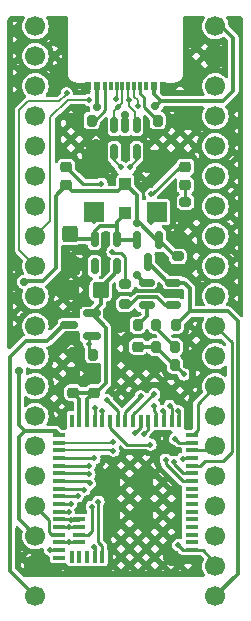
<source format=gbr>
G04 #@! TF.GenerationSoftware,KiCad,Pcbnew,(6.0.7)*
G04 #@! TF.CreationDate,2022-08-27T01:23:02+07:00*
G04 #@! TF.ProjectId,nRFpill,6e524670-696c-46c2-9e6b-696361645f70,rev?*
G04 #@! TF.SameCoordinates,Original*
G04 #@! TF.FileFunction,Copper,L1,Top*
G04 #@! TF.FilePolarity,Positive*
%FSLAX46Y46*%
G04 Gerber Fmt 4.6, Leading zero omitted, Abs format (unit mm)*
G04 Created by KiCad (PCBNEW (6.0.7)) date 2022-08-27 01:23:02*
%MOMM*%
%LPD*%
G01*
G04 APERTURE LIST*
G04 Aperture macros list*
%AMRoundRect*
0 Rectangle with rounded corners*
0 $1 Rounding radius*
0 $2 $3 $4 $5 $6 $7 $8 $9 X,Y pos of 4 corners*
0 Add a 4 corners polygon primitive as box body*
4,1,4,$2,$3,$4,$5,$6,$7,$8,$9,$2,$3,0*
0 Add four circle primitives for the rounded corners*
1,1,$1+$1,$2,$3*
1,1,$1+$1,$4,$5*
1,1,$1+$1,$6,$7*
1,1,$1+$1,$8,$9*
0 Add four rect primitives between the rounded corners*
20,1,$1+$1,$2,$3,$4,$5,0*
20,1,$1+$1,$4,$5,$6,$7,0*
20,1,$1+$1,$6,$7,$8,$9,0*
20,1,$1+$1,$8,$9,$2,$3,0*%
G04 Aperture macros list end*
G04 #@! TA.AperFunction,SMDPad,CuDef*
%ADD10RoundRect,0.225000X-0.250000X0.225000X-0.250000X-0.225000X0.250000X-0.225000X0.250000X0.225000X0*%
G04 #@! TD*
G04 #@! TA.AperFunction,SMDPad,CuDef*
%ADD11RoundRect,0.200000X0.200000X0.275000X-0.200000X0.275000X-0.200000X-0.275000X0.200000X-0.275000X0*%
G04 #@! TD*
G04 #@! TA.AperFunction,SMDPad,CuDef*
%ADD12RoundRect,0.225000X0.250000X-0.225000X0.250000X0.225000X-0.250000X0.225000X-0.250000X-0.225000X0*%
G04 #@! TD*
G04 #@! TA.AperFunction,ComponentPad*
%ADD13C,1.700000*%
G04 #@! TD*
G04 #@! TA.AperFunction,SMDPad,CuDef*
%ADD14R,1.700000X1.671000*%
G04 #@! TD*
G04 #@! TA.AperFunction,SMDPad,CuDef*
%ADD15RoundRect,0.200000X-0.275000X0.200000X-0.275000X-0.200000X0.275000X-0.200000X0.275000X0.200000X0*%
G04 #@! TD*
G04 #@! TA.AperFunction,SMDPad,CuDef*
%ADD16RoundRect,0.250000X-0.425000X0.450000X-0.425000X-0.450000X0.425000X-0.450000X0.425000X0.450000X0*%
G04 #@! TD*
G04 #@! TA.AperFunction,SMDPad,CuDef*
%ADD17R,1.000000X1.000000*%
G04 #@! TD*
G04 #@! TA.AperFunction,SMDPad,CuDef*
%ADD18RoundRect,0.150000X0.150000X-0.512500X0.150000X0.512500X-0.150000X0.512500X-0.150000X-0.512500X0*%
G04 #@! TD*
G04 #@! TA.AperFunction,SMDPad,CuDef*
%ADD19RoundRect,0.200000X-0.200000X-0.275000X0.200000X-0.275000X0.200000X0.275000X-0.200000X0.275000X0*%
G04 #@! TD*
G04 #@! TA.AperFunction,SMDPad,CuDef*
%ADD20R,0.600000X0.800000*%
G04 #@! TD*
G04 #@! TA.AperFunction,SMDPad,CuDef*
%ADD21R,0.300000X0.800000*%
G04 #@! TD*
G04 #@! TA.AperFunction,ComponentPad*
%ADD22O,1.000000X1.800000*%
G04 #@! TD*
G04 #@! TA.AperFunction,ComponentPad*
%ADD23O,1.000000X2.200000*%
G04 #@! TD*
G04 #@! TA.AperFunction,SMDPad,CuDef*
%ADD24RoundRect,0.150000X-0.150000X0.512500X-0.150000X-0.512500X0.150000X-0.512500X0.150000X0.512500X0*%
G04 #@! TD*
G04 #@! TA.AperFunction,SMDPad,CuDef*
%ADD25RoundRect,0.150000X0.587500X0.150000X-0.587500X0.150000X-0.587500X-0.150000X0.587500X-0.150000X0*%
G04 #@! TD*
G04 #@! TA.AperFunction,SMDPad,CuDef*
%ADD26RoundRect,0.200000X0.275000X-0.200000X0.275000X0.200000X-0.275000X0.200000X-0.275000X-0.200000X0*%
G04 #@! TD*
G04 #@! TA.AperFunction,SMDPad,CuDef*
%ADD27RoundRect,0.150000X-0.150000X0.587500X-0.150000X-0.587500X0.150000X-0.587500X0.150000X0.587500X0*%
G04 #@! TD*
G04 #@! TA.AperFunction,SMDPad,CuDef*
%ADD28RoundRect,0.250000X0.450000X0.425000X-0.450000X0.425000X-0.450000X-0.425000X0.450000X-0.425000X0*%
G04 #@! TD*
G04 #@! TA.AperFunction,SMDPad,CuDef*
%ADD29R,1.100000X0.350000*%
G04 #@! TD*
G04 #@! TA.AperFunction,SMDPad,CuDef*
%ADD30R,0.350000X1.100000*%
G04 #@! TD*
G04 #@! TA.AperFunction,SMDPad,CuDef*
%ADD31R,1.300000X1.800000*%
G04 #@! TD*
G04 #@! TA.AperFunction,SMDPad,CuDef*
%ADD32RoundRect,0.218750X-0.256250X0.218750X-0.256250X-0.218750X0.256250X-0.218750X0.256250X0.218750X0*%
G04 #@! TD*
G04 #@! TA.AperFunction,SMDPad,CuDef*
%ADD33RoundRect,0.150000X0.512500X0.150000X-0.512500X0.150000X-0.512500X-0.150000X0.512500X-0.150000X0*%
G04 #@! TD*
G04 #@! TA.AperFunction,SMDPad,CuDef*
%ADD34RoundRect,0.218750X0.256250X-0.218750X0.256250X0.218750X-0.256250X0.218750X-0.256250X-0.218750X0*%
G04 #@! TD*
G04 #@! TA.AperFunction,ViaPad*
%ADD35C,0.700000*%
G04 #@! TD*
G04 #@! TA.AperFunction,ViaPad*
%ADD36C,0.500000*%
G04 #@! TD*
G04 #@! TA.AperFunction,Conductor*
%ADD37C,0.350000*%
G04 #@! TD*
G04 #@! TA.AperFunction,Conductor*
%ADD38C,0.300000*%
G04 #@! TD*
G04 #@! TA.AperFunction,Conductor*
%ADD39C,0.250000*%
G04 #@! TD*
G04 #@! TA.AperFunction,Conductor*
%ADD40C,0.200000*%
G04 #@! TD*
G04 APERTURE END LIST*
D10*
X77266800Y-52552800D03*
X77266800Y-54102800D03*
D11*
X73469000Y-53226200D03*
X71819000Y-53226200D03*
D12*
X71755000Y-56439600D03*
X71755000Y-54889600D03*
D13*
X83820000Y-25413200D03*
X83820000Y-27953200D03*
X83820000Y-30493200D03*
X83820000Y-33033200D03*
X83820000Y-35573200D03*
X83820000Y-38113200D03*
X83820000Y-40653200D03*
X83820000Y-43193200D03*
X83820000Y-45733200D03*
X83820000Y-48273200D03*
X83820000Y-50813200D03*
X83820000Y-53353200D03*
X83820000Y-55893200D03*
X83820000Y-58433200D03*
X83820000Y-60973200D03*
X83820000Y-63513200D03*
X83820000Y-66053200D03*
X83820000Y-68593200D03*
X83820000Y-71133200D03*
X83820000Y-73673200D03*
D14*
X78867000Y-36852200D03*
X78867000Y-41161200D03*
D11*
X80454000Y-50737000D03*
X78804000Y-50737000D03*
D15*
X76150000Y-47285000D03*
X76150000Y-48935000D03*
D12*
X73533000Y-56439600D03*
X73533000Y-54889600D03*
D16*
X71526400Y-42986200D03*
X71526400Y-45686200D03*
D17*
X76200000Y-41268200D03*
X76200000Y-38768200D03*
D18*
X75250000Y-36075700D03*
X76200000Y-36075700D03*
X77150000Y-36075700D03*
X77150000Y-33800700D03*
X76200000Y-33800700D03*
X75250000Y-33800700D03*
D13*
X68580000Y-25413200D03*
X68580000Y-27953200D03*
X68580000Y-30493200D03*
X68580000Y-33033200D03*
X68580000Y-35573200D03*
X68580000Y-38113200D03*
X68580000Y-40653200D03*
X68580000Y-43193200D03*
X68580000Y-45733200D03*
X68580000Y-48273200D03*
X68580000Y-50813200D03*
X68580000Y-53353200D03*
X68580000Y-55893200D03*
X68580000Y-58433200D03*
X68580000Y-60973200D03*
X68580000Y-63513200D03*
X68580000Y-66053200D03*
X68580000Y-68593200D03*
X68580000Y-71133200D03*
X68580000Y-73673200D03*
D14*
X73533000Y-36852200D03*
X73533000Y-41161200D03*
D19*
X78931000Y-33414200D03*
X80581000Y-33414200D03*
X71692000Y-33414200D03*
X73342000Y-33414200D03*
D20*
X79400000Y-30469200D03*
X78600000Y-30469200D03*
D21*
X77450000Y-30469200D03*
X76450000Y-30469200D03*
X75950000Y-30469200D03*
X74950000Y-30469200D03*
D20*
X73800000Y-30469200D03*
X73000000Y-30469200D03*
X73000000Y-30469200D03*
X73800000Y-30469200D03*
D21*
X74450000Y-30469200D03*
X75450000Y-30469200D03*
X76950000Y-30469200D03*
X77950000Y-30469200D03*
D20*
X78600000Y-30469200D03*
X79400000Y-30469200D03*
D22*
X70625000Y-29794200D03*
D23*
X70625000Y-25794200D03*
D22*
X81775000Y-29794200D03*
D23*
X81775000Y-25794200D03*
D24*
X75499000Y-43452700D03*
X74549000Y-43452700D03*
X73599000Y-43452700D03*
X73599000Y-45727700D03*
X75499000Y-45727700D03*
D25*
X73327500Y-51636200D03*
X73327500Y-49736200D03*
X71452500Y-50686200D03*
D26*
X80645000Y-44907200D03*
X80645000Y-43257200D03*
D27*
X79055000Y-43525700D03*
X77155000Y-43525700D03*
X78105000Y-45400700D03*
D11*
X77235000Y-50737000D03*
X75585000Y-50737000D03*
D28*
X74121000Y-47765200D03*
X71421000Y-47765200D03*
D11*
X80403200Y-54115200D03*
X78753200Y-54115200D03*
D29*
X81800000Y-70423200D03*
X81800000Y-69773200D03*
X81800000Y-69123200D03*
X81800000Y-68473200D03*
X81800000Y-67823200D03*
X81800000Y-67173200D03*
X81800000Y-66523200D03*
X81800000Y-65873200D03*
X81800000Y-65223200D03*
X81800000Y-64573200D03*
X81800000Y-63923200D03*
X81800000Y-63273200D03*
X81800000Y-62623200D03*
X81800000Y-61973200D03*
X81800000Y-61323200D03*
X81800000Y-60673200D03*
X81800000Y-60023200D03*
D30*
X81400000Y-58823200D03*
X80750000Y-58823200D03*
X80100000Y-58823200D03*
X79450000Y-58823200D03*
X78800000Y-58823200D03*
X78150000Y-58823200D03*
X77500000Y-58823200D03*
X76850000Y-58823200D03*
X76200000Y-58823200D03*
X75550000Y-58823200D03*
X74900000Y-58823200D03*
X74250000Y-58823200D03*
X73600000Y-58823200D03*
X72950000Y-58823200D03*
X72300000Y-58823200D03*
X71650000Y-58823200D03*
X71000000Y-58823200D03*
D29*
X70600000Y-60023200D03*
X70600000Y-60673200D03*
X70600000Y-61323200D03*
X70600000Y-61973200D03*
X70600000Y-62623200D03*
X70600000Y-63273200D03*
X70600000Y-63923200D03*
X70600000Y-64573200D03*
X70600000Y-65223200D03*
X70600000Y-65873200D03*
X70600000Y-66523200D03*
X70600000Y-67173200D03*
X70600000Y-67823200D03*
X70600000Y-68473200D03*
X70600000Y-69123200D03*
X70600000Y-69773200D03*
X70600000Y-70423200D03*
D30*
X71700000Y-70323200D03*
X72300000Y-70323200D03*
X72950000Y-70323200D03*
X73600000Y-70323200D03*
X74250000Y-70323200D03*
D29*
X72300000Y-69123200D03*
X72300000Y-68473200D03*
X72300000Y-67823200D03*
X72300000Y-67173200D03*
D31*
X74950000Y-66923200D03*
X74950000Y-64073200D03*
X77750000Y-64073200D03*
X77750000Y-66923200D03*
D32*
X71196200Y-37325700D03*
X71196200Y-38900700D03*
D33*
X80258500Y-49030200D03*
X80258500Y-48080200D03*
X80258500Y-47130200D03*
X77983500Y-47130200D03*
X77983500Y-49030200D03*
D26*
X81280000Y-41955000D03*
X81280000Y-40305000D03*
D34*
X81280000Y-38900700D03*
X81280000Y-37325700D03*
D11*
X80403200Y-52565800D03*
X78753200Y-52565800D03*
D35*
X70027800Y-50330600D03*
X74549000Y-45212000D03*
X70535500Y-52260000D03*
X81590000Y-33410000D03*
X80213200Y-70307200D03*
X73699626Y-35814000D03*
X79959200Y-61185411D03*
X81788000Y-53848000D03*
D36*
X81178731Y-54902600D03*
X80405696Y-60351482D03*
X76462384Y-31706700D03*
X71228433Y-31101148D03*
X75362884Y-31617427D03*
X75569489Y-32285722D03*
X77225394Y-32138483D03*
X73100574Y-31646700D03*
X78311037Y-60833000D03*
X78399420Y-41999400D03*
X75184000Y-61341000D03*
X76575000Y-37359198D03*
X75825000Y-37359198D03*
X75184000Y-60579000D03*
X71399753Y-69113754D03*
X69811733Y-69736211D03*
X81047805Y-62041414D03*
X72152040Y-65225015D03*
X80674500Y-57989816D03*
X79947329Y-57553349D03*
X79347032Y-57970619D03*
X78647816Y-57531000D03*
X78647816Y-56553600D03*
X77498816Y-56756800D03*
X74651246Y-57070000D03*
X74255840Y-58013081D03*
X73626253Y-57708247D03*
X73571140Y-62016134D03*
X73152000Y-62624200D03*
X73152000Y-63360800D03*
X73179090Y-64104838D03*
X72733236Y-64643835D03*
X71577540Y-65851846D03*
X71383374Y-66538800D03*
X71631337Y-67192878D03*
X71394624Y-67851111D03*
D35*
X76181708Y-32913674D03*
X78740000Y-32144200D03*
X73775500Y-32271200D03*
X77150409Y-46487248D03*
X77150409Y-42113200D03*
X67160462Y-54623200D03*
X67640200Y-47054000D03*
D36*
X77736537Y-59953044D03*
X77049286Y-59822702D03*
X75098869Y-44510026D03*
X74168000Y-38745500D03*
X73339500Y-66090800D03*
X73134500Y-52324000D03*
X73914000Y-65659000D03*
X73548700Y-41930000D03*
X78399420Y-39624000D03*
X80645000Y-69342000D03*
X79609533Y-62122467D03*
X80292280Y-62328720D03*
X73507767Y-69494233D03*
D37*
X74549000Y-43452700D02*
X74549000Y-44051000D01*
X73699626Y-35814000D02*
X73699626Y-36179606D01*
D38*
X81788000Y-57150000D02*
X81788000Y-53848000D01*
D37*
X81590000Y-33410000D02*
X81585800Y-33414200D01*
X77072338Y-47805200D02*
X76777538Y-48100000D01*
X74010000Y-44590000D02*
X74549000Y-45129000D01*
X76777538Y-48100000D02*
X75520000Y-48100000D01*
X74549000Y-45129000D02*
X74549000Y-45212000D01*
X79215200Y-47805200D02*
X77072338Y-47805200D01*
X71526400Y-45003600D02*
X71526400Y-45686200D01*
X80258500Y-48080200D02*
X79490200Y-48080200D01*
X71940000Y-44590000D02*
X71526400Y-45003600D01*
X79490200Y-48080200D02*
X79215200Y-47805200D01*
X81585800Y-33414200D02*
X80581000Y-33414200D01*
X74010000Y-44590000D02*
X71940000Y-44590000D01*
D38*
X81400000Y-57538000D02*
X81788000Y-57150000D01*
D37*
X80329200Y-70423200D02*
X81800000Y-70423200D01*
D38*
X81400000Y-58823200D02*
X81400000Y-59253000D01*
D37*
X80213200Y-70307200D02*
X80329200Y-70423200D01*
X74549000Y-44051000D02*
X74010000Y-44590000D01*
X75520000Y-48100000D02*
X75260000Y-48360000D01*
D38*
X81400000Y-58823200D02*
X81400000Y-57538000D01*
D37*
X71452500Y-50686200D02*
X70993000Y-50686200D01*
D38*
X71452500Y-50686200D02*
X71120000Y-50686200D01*
D37*
X67745040Y-52083200D02*
X66435462Y-53392778D01*
X69596000Y-52083200D02*
X67745040Y-52083200D01*
X66435462Y-71528662D02*
X68580000Y-73673200D01*
X70993000Y-50686200D02*
X69596000Y-52083200D01*
X66435462Y-53392778D02*
X66435462Y-71528662D01*
D38*
X77266800Y-52552800D02*
X78740200Y-52552800D01*
D39*
X81178731Y-54902600D02*
X81178731Y-54890731D01*
D38*
X80403200Y-54115200D02*
X80302600Y-54115200D01*
D39*
X80727414Y-60673200D02*
X81800000Y-60673200D01*
D38*
X78740200Y-52552800D02*
X78753200Y-52565800D01*
D39*
X81178731Y-54890731D02*
X80403200Y-54115200D01*
D38*
X80302600Y-54115200D02*
X78753200Y-52565800D01*
D39*
X80405696Y-60351482D02*
X80727414Y-60673200D01*
D37*
X84866000Y-49560000D02*
X85690000Y-50384000D01*
X80391000Y-47130200D02*
X80518000Y-47003200D01*
X81166200Y-47130200D02*
X81631000Y-47595000D01*
X79834500Y-47130200D02*
X78105000Y-45400700D01*
X80258500Y-47130200D02*
X81166200Y-47130200D01*
X85690000Y-71803200D02*
X83820000Y-73673200D01*
X80454000Y-50737000D02*
X81631000Y-49560000D01*
X85690000Y-50384000D02*
X85690000Y-71803200D01*
X80258500Y-47130200D02*
X80391000Y-47130200D01*
X80258500Y-47130200D02*
X79834500Y-47130200D01*
X81631000Y-47595000D02*
X81631000Y-49560000D01*
X81631000Y-49560000D02*
X84866000Y-49560000D01*
D40*
X76462384Y-31706700D02*
X76450000Y-31694316D01*
X70612000Y-31763200D02*
X67945000Y-31763200D01*
X67183000Y-44336200D02*
X68580000Y-45733200D01*
X76450000Y-31694316D02*
X76450000Y-30469200D01*
X71228433Y-31101148D02*
X71128500Y-31201081D01*
X77025480Y-32715680D02*
X77025480Y-33676180D01*
X67945000Y-31763200D02*
X67183000Y-32525200D01*
X76462384Y-31698776D02*
X76450000Y-31686392D01*
X75450000Y-31530311D02*
X75450000Y-30469200D01*
X75362884Y-31617427D02*
X75450000Y-31530311D01*
X76462384Y-31706700D02*
X76462384Y-31698776D01*
X76462384Y-32152584D02*
X77025480Y-32715680D01*
X76462384Y-31706700D02*
X76462384Y-32152584D01*
X71128500Y-31201081D02*
X71128500Y-31246700D01*
X67183000Y-32525200D02*
X67183000Y-44336200D01*
X71128500Y-31246700D02*
X70612000Y-31763200D01*
X77025480Y-33676180D02*
X77150000Y-33800700D01*
X77225394Y-32138483D02*
X77225394Y-31659200D01*
X75912384Y-31942827D02*
X75912384Y-30506816D01*
X75912384Y-30506816D02*
X75950000Y-30469200D01*
X73100574Y-31646700D02*
X71294186Y-31646700D01*
X69850000Y-41923200D02*
X68580000Y-43193200D01*
X69850000Y-33090886D02*
X69850000Y-41923200D01*
X75250000Y-32605211D02*
X75250000Y-33800700D01*
X77225394Y-31659200D02*
X76950000Y-31383806D01*
X71294186Y-31646700D02*
X69850000Y-33090886D01*
X76950000Y-31383806D02*
X76950000Y-30469200D01*
X75569489Y-32285722D02*
X75912384Y-31942827D01*
X75569489Y-32285722D02*
X75250000Y-32605211D01*
D37*
X72300000Y-58823200D02*
X72300000Y-56984600D01*
X72300000Y-56984600D02*
X71755000Y-56439600D01*
X74549000Y-50957700D02*
X73327500Y-49736200D01*
X72950000Y-57022600D02*
X72950000Y-58823200D01*
X73533000Y-56439600D02*
X73748600Y-56439600D01*
X74549000Y-55639200D02*
X74549000Y-50957700D01*
X74121000Y-47546800D02*
X74121000Y-47765200D01*
X73748600Y-56439600D02*
X74549000Y-55639200D01*
X75499000Y-46168800D02*
X74121000Y-47546800D01*
X73533000Y-56439600D02*
X72950000Y-57022600D01*
X74121000Y-48942700D02*
X74121000Y-47765200D01*
X73327500Y-49736200D02*
X74121000Y-48942700D01*
X71755000Y-56439600D02*
X73533000Y-56439600D01*
D39*
X78399420Y-41999400D02*
X78399420Y-41652380D01*
X78399420Y-41652380D02*
X78740000Y-41311800D01*
X74900000Y-59406000D02*
X74900000Y-58823200D01*
X78311037Y-60833000D02*
X76327000Y-60833000D01*
X76327000Y-60833000D02*
X74900000Y-59406000D01*
D40*
X77150000Y-36075700D02*
X77150000Y-36784198D01*
X75184000Y-61341000D02*
X75166200Y-61323200D01*
X75166200Y-61323200D02*
X70600000Y-61323200D01*
X77150000Y-36784198D02*
X76575000Y-37359198D01*
X75250000Y-36075700D02*
X75250000Y-36784198D01*
X75089800Y-60673200D02*
X70600000Y-60673200D01*
X75184000Y-60579000D02*
X75089800Y-60673200D01*
X75250000Y-36784198D02*
X75825000Y-37359198D01*
D39*
X71399753Y-69113754D02*
X71409199Y-69123200D01*
X71399753Y-69113754D02*
X71390307Y-69123200D01*
X71390307Y-69123200D02*
X70600000Y-69123200D01*
X71409199Y-69123200D02*
X72300000Y-69123200D01*
X69811733Y-69736211D02*
X69848722Y-69773200D01*
X69848722Y-69773200D02*
X70600000Y-69773200D01*
X81116019Y-61973200D02*
X81800000Y-61973200D01*
X81047805Y-62041414D02*
X81116019Y-61973200D01*
X83362800Y-60973200D02*
X83820000Y-60973200D01*
X83470000Y-61323200D02*
X83820000Y-60973200D01*
X81800000Y-61323200D02*
X83470000Y-61323200D01*
X72152040Y-65225015D02*
X72150225Y-65223200D01*
X72150225Y-65223200D02*
X70600000Y-65223200D01*
X80750000Y-58065316D02*
X80750000Y-58823200D01*
X80674500Y-57989816D02*
X80750000Y-58065316D01*
X80100000Y-57706020D02*
X80100000Y-58823200D01*
X79947329Y-57553349D02*
X80100000Y-57706020D01*
X79450000Y-58073587D02*
X79450000Y-58823200D01*
X79347032Y-57970619D02*
X79450000Y-58073587D01*
X78800000Y-58146140D02*
X78800000Y-58823200D01*
X78647816Y-57993956D02*
X78800000Y-58146140D01*
X78647816Y-57531000D02*
X78647816Y-57993956D01*
X78647816Y-56553600D02*
X78587600Y-56553600D01*
X76850000Y-58291200D02*
X76850000Y-58823200D01*
X78587600Y-56553600D02*
X76850000Y-58291200D01*
X76200000Y-58055616D02*
X76200000Y-58823200D01*
X77498816Y-56756800D02*
X76200000Y-58055616D01*
X74651246Y-57070000D02*
X75550000Y-57968754D01*
X75550000Y-57968754D02*
X75550000Y-58823200D01*
X74255840Y-58013081D02*
X74250000Y-58018921D01*
X74250000Y-58018921D02*
X74250000Y-58823200D01*
X73600000Y-57734500D02*
X73600000Y-58823200D01*
X73626253Y-57708247D02*
X73600000Y-57734500D01*
X73528206Y-61973200D02*
X70600000Y-61973200D01*
X73571140Y-62016134D02*
X73528206Y-61973200D01*
X73151000Y-62623200D02*
X70600000Y-62623200D01*
X73152000Y-62624200D02*
X73151000Y-62623200D01*
X73064400Y-63273200D02*
X70600000Y-63273200D01*
X73152000Y-63360800D02*
X73064400Y-63273200D01*
X73179090Y-64104838D02*
X72997452Y-63923200D01*
X72997452Y-63923200D02*
X70600000Y-63923200D01*
X72733236Y-64643835D02*
X72662601Y-64573200D01*
X72662601Y-64573200D02*
X70600000Y-64573200D01*
X70600000Y-65873200D02*
X71556186Y-65873200D01*
X71556186Y-65873200D02*
X71577540Y-65851846D01*
X71383374Y-66538800D02*
X71367774Y-66523200D01*
X71367774Y-66523200D02*
X70600000Y-66523200D01*
X72280322Y-67192878D02*
X72300000Y-67173200D01*
X71611659Y-67173200D02*
X70600000Y-67173200D01*
X71631337Y-67192878D02*
X71611659Y-67173200D01*
X72300000Y-67173200D02*
X72309800Y-67183000D01*
X71631337Y-67192878D02*
X72280322Y-67192878D01*
X72300000Y-67823200D02*
X71422535Y-67823200D01*
X71394624Y-67851111D02*
X71366713Y-67823200D01*
X71366713Y-67823200D02*
X70600000Y-67823200D01*
X71422535Y-67823200D02*
X71394624Y-67851111D01*
D37*
X77165200Y-42098409D02*
X77165200Y-39733400D01*
X78818500Y-43525700D02*
X79055000Y-43525700D01*
X84328000Y-25413200D02*
X83820000Y-25413200D01*
X76200000Y-32931966D02*
X76181708Y-32913674D01*
X78600000Y-31182674D02*
X79180526Y-31763200D01*
X85344000Y-26429200D02*
X84328000Y-25413200D01*
X84455000Y-31763200D02*
X85344000Y-30874200D01*
X70325000Y-45893200D02*
X70325000Y-39771900D01*
X77150409Y-42113200D02*
X77165200Y-42098409D01*
X69228200Y-46990000D02*
X70325000Y-45893200D01*
X78799526Y-32144200D02*
X79180526Y-31763200D01*
X67680378Y-59703200D02*
X70280000Y-59703200D01*
X80645000Y-44780200D02*
X80309500Y-44780200D01*
X77793361Y-47130200D02*
X77983500Y-47130200D01*
X85344000Y-30874200D02*
X85344000Y-26429200D01*
X80309500Y-44780200D02*
X79055000Y-43525700D01*
X67160462Y-67173662D02*
X67738400Y-67751600D01*
X77150409Y-46487248D02*
X77793361Y-47130200D01*
X67160462Y-60529538D02*
X67160462Y-60223116D01*
X75598200Y-39370000D02*
X76200000Y-38768200D01*
X71196200Y-38900700D02*
X71665500Y-39370000D01*
X67160462Y-59183284D02*
X67680378Y-59703200D01*
X78740000Y-32144200D02*
X78740000Y-32203726D01*
X67640200Y-47054000D02*
X67704200Y-46990000D01*
X67160462Y-60529538D02*
X67160462Y-67173662D01*
X79180526Y-31763200D02*
X84455000Y-31763200D01*
X67704200Y-46990000D02*
X69228200Y-46990000D01*
X73800000Y-30469200D02*
X73800000Y-32246700D01*
X70280000Y-59703200D02*
X70600000Y-60023200D01*
X71665500Y-39370000D02*
X75598200Y-39370000D01*
X76200000Y-38768200D02*
X76200000Y-38617391D01*
X77406000Y-42113200D02*
X78818500Y-43525700D01*
X77150409Y-42113200D02*
X77406000Y-42113200D01*
X67160462Y-54623200D02*
X67160462Y-59183284D01*
X67160462Y-60223116D02*
X67680378Y-59703200D01*
X78740000Y-32144200D02*
X78799526Y-32144200D01*
X77165200Y-39733400D02*
X76200000Y-38768200D01*
X70325000Y-39771900D02*
X71196200Y-38900700D01*
X68580000Y-68593200D02*
X67738400Y-67751600D01*
X78600000Y-31141200D02*
X78600000Y-30469200D01*
X78600000Y-31141200D02*
X78600000Y-31182674D01*
X76200000Y-33800700D02*
X76200000Y-32931966D01*
X73800000Y-32246700D02*
X73775500Y-32271200D01*
D39*
X77736537Y-59953044D02*
X78150000Y-59539581D01*
X78150000Y-59539581D02*
X78150000Y-58823200D01*
X77049286Y-59822702D02*
X77500000Y-59371988D01*
X77500000Y-59371988D02*
X77500000Y-58823200D01*
X77450000Y-31108200D02*
X77450000Y-30469200D01*
X77811000Y-31469200D02*
X77450000Y-31108200D01*
X78931000Y-33414200D02*
X77811000Y-32294200D01*
X77811000Y-32294200D02*
X77811000Y-31469200D01*
X73587095Y-33414200D02*
X73342000Y-33414200D01*
X74450000Y-32551295D02*
X73587095Y-33414200D01*
X74450000Y-30469200D02*
X74450000Y-32551295D01*
X69723000Y-68199000D02*
X69723000Y-67196200D01*
X69723000Y-67196200D02*
X68580000Y-66053200D01*
X70600000Y-68473200D02*
X69997200Y-68473200D01*
X69997200Y-68473200D02*
X69723000Y-68199000D01*
D37*
X71526400Y-43443400D02*
X73573600Y-43443400D01*
X75484300Y-42371700D02*
X75488800Y-42367200D01*
X75499000Y-41989200D02*
X75499000Y-42549000D01*
X75499000Y-43907662D02*
X75499000Y-43452700D01*
X75499000Y-42549000D02*
X75499000Y-43452700D01*
X75572000Y-43525700D02*
X75499000Y-43452700D01*
X73599000Y-43452700D02*
X73599000Y-42781000D01*
X73599000Y-42781000D02*
X74008300Y-42371700D01*
X77155000Y-43525700D02*
X75572000Y-43525700D01*
X73573600Y-43443400D02*
X73599000Y-43468800D01*
X76200000Y-41288200D02*
X75499000Y-41989200D01*
X74008300Y-42371700D02*
X75484300Y-42371700D01*
X76200000Y-41268200D02*
X76200000Y-41288200D01*
D39*
X81280000Y-38900700D02*
X81280000Y-40265000D01*
X81280000Y-40265000D02*
X81320000Y-40305000D01*
X75248843Y-44660000D02*
X75850000Y-44660000D01*
X76150000Y-44960000D02*
X76150000Y-47285000D01*
X75850000Y-44660000D02*
X76150000Y-44960000D01*
X72616000Y-38745500D02*
X71196200Y-37325700D01*
X74168000Y-38745500D02*
X72616000Y-38745500D01*
X75098869Y-44510026D02*
X75248843Y-44660000D01*
X73339500Y-67224100D02*
X73339500Y-68158700D01*
X73339500Y-68158700D02*
X73025000Y-68473200D01*
X73134500Y-52324000D02*
X73134500Y-51829200D01*
X73134500Y-52324000D02*
X73134500Y-52891700D01*
X73025000Y-68473200D02*
X72300000Y-68473200D01*
X73134500Y-51829200D02*
X73327500Y-51636200D01*
X73339500Y-67224100D02*
X73339500Y-66090800D01*
X73339500Y-67376500D02*
X73339500Y-67224100D01*
X73134500Y-52891700D02*
X73469000Y-53226200D01*
D38*
X77270000Y-48350000D02*
X78900000Y-48350000D01*
X76150000Y-48935000D02*
X76685000Y-48935000D01*
X78900000Y-48350000D02*
X79580200Y-49030200D01*
X79580200Y-49030200D02*
X80258500Y-49030200D01*
X76685000Y-48935000D02*
X77270000Y-48350000D01*
X77983500Y-49988500D02*
X77235000Y-50737000D01*
X77983500Y-49030200D02*
X77983500Y-49988500D01*
D39*
X73914000Y-69088000D02*
X74250000Y-69424000D01*
X73548700Y-41200500D02*
X73660000Y-41311800D01*
X74250000Y-69424000D02*
X74250000Y-70323200D01*
X73548700Y-41930000D02*
X73548700Y-41200500D01*
X73914000Y-65659000D02*
X73914000Y-69088000D01*
X81800000Y-69773200D02*
X81076200Y-69773200D01*
X78486000Y-39624000D02*
X80784300Y-37325700D01*
X78399420Y-39624000D02*
X78486000Y-39624000D01*
X81076200Y-69773200D02*
X80645000Y-69342000D01*
X83820000Y-70866000D02*
X82727200Y-69773200D01*
X80784300Y-37325700D02*
X81280000Y-37325700D01*
X83820000Y-71133200D02*
X83820000Y-70866000D01*
X82727200Y-69773200D02*
X81800000Y-69773200D01*
X81899800Y-60023200D02*
X82321400Y-59601600D01*
X82321400Y-59601600D02*
X82321400Y-57391800D01*
X81800000Y-60023200D02*
X81899800Y-60023200D01*
X82321400Y-57391800D02*
X83820000Y-55893200D01*
X78804000Y-50737000D02*
X78804000Y-50966600D01*
X78804000Y-50966600D02*
X80403200Y-52565800D01*
D38*
X80454000Y-52718200D02*
X80403200Y-52769000D01*
D39*
X79609533Y-62122467D02*
X79609533Y-62458440D01*
X79609533Y-62458440D02*
X81074293Y-63923200D01*
X81074293Y-63923200D02*
X81800000Y-63923200D01*
X82537800Y-62623200D02*
X81800000Y-62623200D01*
X84455000Y-62230000D02*
X82931000Y-62230000D01*
X85190000Y-52183200D02*
X85190000Y-61495000D01*
X83820000Y-50813200D02*
X85190000Y-52183200D01*
X85190000Y-61495000D02*
X84455000Y-62230000D01*
X82931000Y-62230000D02*
X82537800Y-62623200D01*
X81075000Y-63273200D02*
X81800000Y-63273200D01*
X80292280Y-62490480D02*
X81075000Y-63273200D01*
X80292280Y-62328720D02*
X80292280Y-62490480D01*
X73600000Y-69586466D02*
X73600000Y-70323200D01*
X73507767Y-69494233D02*
X73600000Y-69586466D01*
G04 #@! TA.AperFunction,Conductor*
G36*
X79817543Y-59620713D02*
G01*
X79821407Y-59623295D01*
X79898853Y-59638700D01*
X80048871Y-59638700D01*
X80123371Y-59658662D01*
X80177909Y-59713200D01*
X80197871Y-59787700D01*
X80177909Y-59862200D01*
X80139576Y-59905910D01*
X80038037Y-59983823D01*
X79955408Y-60091508D01*
X79951672Y-60100528D01*
X79951670Y-60100531D01*
X79936689Y-60136699D01*
X79903465Y-60216910D01*
X79885748Y-60351482D01*
X79893117Y-60407454D01*
X79897063Y-60437423D01*
X79903465Y-60486054D01*
X79912494Y-60507852D01*
X79951670Y-60602433D01*
X79951672Y-60602436D01*
X79955408Y-60611456D01*
X80038037Y-60719141D01*
X80145722Y-60801770D01*
X80154742Y-60805506D01*
X80154745Y-60805508D01*
X80197739Y-60823316D01*
X80271124Y-60853713D01*
X80280806Y-60854988D01*
X80280807Y-60854988D01*
X80318352Y-60859931D01*
X80389609Y-60889447D01*
X80404261Y-60902297D01*
X80495023Y-60993059D01*
X80505470Y-60998382D01*
X80512302Y-61001863D01*
X80532230Y-61014075D01*
X80547921Y-61025475D01*
X80566362Y-61031467D01*
X80587962Y-61040414D01*
X80605239Y-61049217D01*
X80616822Y-61051052D01*
X80616823Y-61051052D01*
X80624394Y-61052251D01*
X80647119Y-61057707D01*
X80665565Y-61063700D01*
X80835500Y-61063700D01*
X80910000Y-61083662D01*
X80964538Y-61138200D01*
X80984500Y-61212699D01*
X80984501Y-61410103D01*
X80964539Y-61484603D01*
X80910002Y-61539141D01*
X80892521Y-61547762D01*
X80787831Y-61591126D01*
X80680146Y-61673755D01*
X80674200Y-61681504D01*
X80599507Y-61778846D01*
X80538317Y-61825799D01*
X80461849Y-61835866D01*
X80442734Y-61832064D01*
X80435873Y-61830225D01*
X80426852Y-61826489D01*
X80417172Y-61825215D01*
X80417170Y-61825214D01*
X80301964Y-61810047D01*
X80292280Y-61808772D01*
X80157708Y-61826489D01*
X80149927Y-61829712D01*
X80073479Y-61829712D01*
X80006684Y-61791149D01*
X79993832Y-61776494D01*
X79983138Y-61762557D01*
X79977192Y-61754808D01*
X79869507Y-61672179D01*
X79860487Y-61668443D01*
X79860484Y-61668441D01*
X79806806Y-61646208D01*
X79744105Y-61620236D01*
X79609533Y-61602519D01*
X79474961Y-61620236D01*
X79412260Y-61646208D01*
X79358582Y-61668441D01*
X79358579Y-61668443D01*
X79349559Y-61672179D01*
X79241874Y-61754808D01*
X79159245Y-61862493D01*
X79155509Y-61871513D01*
X79155507Y-61871516D01*
X79133273Y-61925194D01*
X79107302Y-61987895D01*
X79106027Y-61997579D01*
X79104859Y-62006450D01*
X79089585Y-62122467D01*
X79107302Y-62257039D01*
X79128785Y-62308904D01*
X79155507Y-62373418D01*
X79155509Y-62373421D01*
X79159245Y-62382441D01*
X79184129Y-62414870D01*
X79188243Y-62420232D01*
X79217758Y-62491489D01*
X79218768Y-62506888D01*
X79219033Y-62508561D01*
X79219033Y-62520289D01*
X79222656Y-62531438D01*
X79225025Y-62538729D01*
X79230482Y-62561460D01*
X79233516Y-62580615D01*
X79242319Y-62597892D01*
X79251266Y-62619492D01*
X79257258Y-62637933D01*
X79268657Y-62653622D01*
X79280870Y-62673552D01*
X79289674Y-62690831D01*
X79311675Y-62712832D01*
X80819900Y-64221058D01*
X80819904Y-64221061D01*
X80841902Y-64243059D01*
X80859174Y-64251859D01*
X80879107Y-64264074D01*
X80894799Y-64275475D01*
X80904048Y-64278480D01*
X80960464Y-64329282D01*
X80984500Y-64410429D01*
X80984501Y-64598524D01*
X80984501Y-64774346D01*
X80999905Y-64851793D01*
X81000031Y-64851981D01*
X81008675Y-64917651D01*
X81002487Y-64940743D01*
X80999905Y-64944607D01*
X80984500Y-65022053D01*
X80984501Y-65424346D01*
X80999905Y-65501793D01*
X81000031Y-65501981D01*
X81008675Y-65567651D01*
X81002487Y-65590743D01*
X80999905Y-65594607D01*
X80984500Y-65672053D01*
X80984501Y-66074346D01*
X80999905Y-66151793D01*
X81000031Y-66151981D01*
X81008675Y-66217651D01*
X81002487Y-66240743D01*
X80999905Y-66244607D01*
X80984500Y-66322053D01*
X80984501Y-66724346D01*
X80985929Y-66731524D01*
X80996672Y-66785536D01*
X80999905Y-66801793D01*
X81000031Y-66801981D01*
X81008675Y-66867651D01*
X81002487Y-66890743D01*
X80999905Y-66894607D01*
X80984500Y-66972053D01*
X80984501Y-67374346D01*
X80999905Y-67451793D01*
X81000031Y-67451981D01*
X81008675Y-67517651D01*
X81002487Y-67540743D01*
X80999905Y-67544607D01*
X80984500Y-67622053D01*
X80984501Y-68024346D01*
X80999905Y-68101793D01*
X81000031Y-68101981D01*
X81008675Y-68167651D01*
X81002487Y-68190743D01*
X80999905Y-68194607D01*
X80984500Y-68272053D01*
X80984501Y-68674346D01*
X80985929Y-68681527D01*
X80986588Y-68688214D01*
X80974026Y-68764312D01*
X80925097Y-68823934D01*
X80852913Y-68851103D01*
X80798820Y-68843079D01*
X80798028Y-68846034D01*
X80788595Y-68843507D01*
X80779572Y-68839769D01*
X80645000Y-68822052D01*
X80510428Y-68839769D01*
X80465212Y-68858498D01*
X80394049Y-68887974D01*
X80394046Y-68887976D01*
X80385026Y-68891712D01*
X80277341Y-68974341D01*
X80194712Y-69082026D01*
X80190976Y-69091046D01*
X80190974Y-69091049D01*
X80168741Y-69144727D01*
X80142769Y-69207428D01*
X80141494Y-69217112D01*
X80137887Y-69244507D01*
X80125052Y-69342000D01*
X80126327Y-69351684D01*
X80139711Y-69453341D01*
X80142769Y-69476572D01*
X80168741Y-69539273D01*
X80190974Y-69592951D01*
X80190976Y-69592954D01*
X80194712Y-69601974D01*
X80277341Y-69709659D01*
X80385026Y-69792288D01*
X80394046Y-69796024D01*
X80394049Y-69796026D01*
X80447727Y-69818260D01*
X80510428Y-69844231D01*
X80520110Y-69845506D01*
X80520111Y-69845506D01*
X80557656Y-69850449D01*
X80628913Y-69879965D01*
X80643565Y-69892815D01*
X80843809Y-70093059D01*
X80854256Y-70098382D01*
X80861088Y-70101863D01*
X80881016Y-70114075D01*
X80896707Y-70125475D01*
X80915148Y-70131467D01*
X80936748Y-70140414D01*
X80954025Y-70149217D01*
X80965608Y-70151052D01*
X80965609Y-70151052D01*
X80973180Y-70152251D01*
X80995905Y-70157707D01*
X81014351Y-70163700D01*
X81049432Y-70163700D01*
X81123932Y-70183662D01*
X81132209Y-70188809D01*
X81134206Y-70190143D01*
X81146407Y-70198295D01*
X81223853Y-70213700D01*
X81231177Y-70213700D01*
X81800275Y-70213699D01*
X82376146Y-70213699D01*
X82405753Y-70207810D01*
X82439201Y-70201158D01*
X82439203Y-70201157D01*
X82453593Y-70198295D01*
X82464313Y-70191132D01*
X82539453Y-70181242D01*
X82610709Y-70210761D01*
X82625358Y-70223608D01*
X82818137Y-70416387D01*
X82856701Y-70483182D01*
X82856701Y-70560310D01*
X82844641Y-70591122D01*
X82788183Y-70698432D01*
X82784997Y-70704488D01*
X82724202Y-70900281D01*
X82723399Y-70907064D01*
X82723399Y-70907065D01*
X82701477Y-71092287D01*
X82700105Y-71103875D01*
X82702468Y-71139923D01*
X82710802Y-71267080D01*
X82713513Y-71308450D01*
X82763979Y-71507157D01*
X82766837Y-71513357D01*
X82766839Y-71513362D01*
X82846948Y-71687132D01*
X82846951Y-71687137D01*
X82849810Y-71693339D01*
X82853754Y-71698919D01*
X82916148Y-71787206D01*
X82942843Y-71859567D01*
X82929781Y-71935581D01*
X82880462Y-71994880D01*
X82808101Y-72021575D01*
X82794468Y-72022200D01*
X67613679Y-72022200D01*
X67539179Y-72002238D01*
X67508320Y-71978559D01*
X67053961Y-71524200D01*
X70776704Y-71524200D01*
X71013760Y-71524200D01*
X75019344Y-71524200D01*
X75256400Y-71524200D01*
X76433558Y-71524200D01*
X76670614Y-71524200D01*
X77847771Y-71524200D01*
X78084827Y-71524200D01*
X79261985Y-71524200D01*
X79499041Y-71524200D01*
X80676199Y-71524200D01*
X80913255Y-71524200D01*
X80794727Y-71405672D01*
X80676199Y-71524200D01*
X79499041Y-71524200D01*
X79380513Y-71405672D01*
X79261985Y-71524200D01*
X78084827Y-71524200D01*
X77966299Y-71405672D01*
X77847771Y-71524200D01*
X76670614Y-71524200D01*
X76552086Y-71405672D01*
X76433558Y-71524200D01*
X75256400Y-71524200D01*
X75137872Y-71405672D01*
X75019344Y-71524200D01*
X71013760Y-71524200D01*
X70895232Y-71405672D01*
X70776704Y-71524200D01*
X67053961Y-71524200D01*
X66919603Y-71389842D01*
X66881039Y-71323047D01*
X66875962Y-71284483D01*
X66875962Y-70712830D01*
X67373962Y-70712830D01*
X67373962Y-71139923D01*
X67501119Y-71267080D01*
X67581156Y-71187042D01*
X67577134Y-71148775D01*
X67577134Y-71117625D01*
X67595811Y-70939927D01*
X67596731Y-70935599D01*
X67373962Y-70712830D01*
X66875962Y-70712830D01*
X66875962Y-70346426D01*
X67711837Y-70346426D01*
X67834069Y-70468659D01*
X67897377Y-70398347D01*
X67920526Y-70377503D01*
X68065079Y-70272480D01*
X68092055Y-70256906D01*
X68255285Y-70184231D01*
X68258524Y-70183179D01*
X68247733Y-70172388D01*
X68123908Y-70144369D01*
X68117294Y-70142712D01*
X68099631Y-70137856D01*
X68093086Y-70135895D01*
X68067153Y-70127469D01*
X68060708Y-70125210D01*
X68043561Y-70118756D01*
X68037232Y-70116207D01*
X67970658Y-70087605D01*
X67711837Y-70346426D01*
X66875962Y-70346426D01*
X66875962Y-69670587D01*
X67373962Y-69670587D01*
X67373962Y-69980023D01*
X67530574Y-69823411D01*
X67527488Y-69820539D01*
X67380635Y-69677482D01*
X67375853Y-69672606D01*
X67373962Y-69670587D01*
X66875962Y-69670587D01*
X66875962Y-67871842D01*
X66895924Y-67797342D01*
X66950462Y-67742804D01*
X67024962Y-67722842D01*
X67099462Y-67742804D01*
X67130321Y-67766483D01*
X67477428Y-68113590D01*
X67515992Y-68180385D01*
X67514367Y-68263133D01*
X67484202Y-68360281D01*
X67483399Y-68367064D01*
X67483399Y-68367065D01*
X67470458Y-68476407D01*
X67460105Y-68563875D01*
X67460552Y-68570693D01*
X67466155Y-68656177D01*
X67473513Y-68768450D01*
X67523979Y-68967157D01*
X67526837Y-68973357D01*
X67526839Y-68973362D01*
X67606948Y-69147132D01*
X67606951Y-69147137D01*
X67609810Y-69153339D01*
X67674241Y-69244507D01*
X67722936Y-69313409D01*
X67728133Y-69320763D01*
X67733029Y-69325532D01*
X67733032Y-69325536D01*
X67849728Y-69439215D01*
X67874986Y-69463820D01*
X67880667Y-69467616D01*
X67947215Y-69512082D01*
X68045449Y-69577720D01*
X68051717Y-69580413D01*
X68051719Y-69580414D01*
X68101901Y-69601974D01*
X68233815Y-69658649D01*
X68433774Y-69703895D01*
X68479616Y-69705696D01*
X68631802Y-69711676D01*
X68631805Y-69711676D01*
X68638631Y-69711944D01*
X68841524Y-69682526D01*
X69035659Y-69616626D01*
X69041618Y-69613289D01*
X69041627Y-69613285D01*
X69071255Y-69596692D01*
X69146009Y-69577706D01*
X69220242Y-69598641D01*
X69274061Y-69653888D01*
X69293045Y-69726637D01*
X69291785Y-69736211D01*
X69309502Y-69870783D01*
X69318628Y-69892815D01*
X69357707Y-69987162D01*
X69357709Y-69987165D01*
X69361445Y-69996185D01*
X69367391Y-70003934D01*
X69431594Y-70087605D01*
X69444074Y-70103870D01*
X69551759Y-70186499D01*
X69560779Y-70190235D01*
X69560782Y-70190237D01*
X69617428Y-70213700D01*
X69677161Y-70238442D01*
X69677971Y-70238549D01*
X69740856Y-70274853D01*
X69779422Y-70341647D01*
X69784500Y-70380214D01*
X69784501Y-70513675D01*
X69784501Y-70624346D01*
X69799905Y-70701793D01*
X69858585Y-70789615D01*
X69946407Y-70848295D01*
X70023853Y-70863700D01*
X70186559Y-70863700D01*
X71131601Y-70863699D01*
X71206101Y-70883661D01*
X71260639Y-70938199D01*
X71269259Y-70955680D01*
X71272042Y-70962398D01*
X71274905Y-70976793D01*
X71333585Y-71064615D01*
X71421407Y-71123295D01*
X71498853Y-71138700D01*
X71506177Y-71138700D01*
X71700096Y-71138699D01*
X71901146Y-71138699D01*
X71970936Y-71124818D01*
X72029066Y-71124819D01*
X72091668Y-71137271D01*
X72091670Y-71137271D01*
X72098853Y-71138700D01*
X72106177Y-71138700D01*
X72300096Y-71138699D01*
X72501146Y-71138699D01*
X72578593Y-71123295D01*
X72578781Y-71123169D01*
X72644451Y-71114525D01*
X72667543Y-71120713D01*
X72671407Y-71123295D01*
X72748853Y-71138700D01*
X72756177Y-71138700D01*
X72950096Y-71138699D01*
X73151146Y-71138699D01*
X73228593Y-71123295D01*
X73228781Y-71123169D01*
X73294451Y-71114525D01*
X73317543Y-71120713D01*
X73321407Y-71123295D01*
X73398853Y-71138700D01*
X73406177Y-71138700D01*
X73600096Y-71138699D01*
X73801146Y-71138699D01*
X73878593Y-71123295D01*
X73878781Y-71123169D01*
X73944451Y-71114525D01*
X73967543Y-71120713D01*
X73971407Y-71123295D01*
X74048853Y-71138700D01*
X74056177Y-71138700D01*
X74250096Y-71138699D01*
X74451146Y-71138699D01*
X74482740Y-71132415D01*
X74514196Y-71126159D01*
X74514198Y-71126158D01*
X74528593Y-71123295D01*
X74616415Y-71064615D01*
X74623820Y-71053533D01*
X75490012Y-71053533D01*
X75844979Y-71408500D01*
X76199946Y-71053533D01*
X76904225Y-71053533D01*
X77259193Y-71408500D01*
X77614160Y-71053533D01*
X78318439Y-71053533D01*
X78673406Y-71408500D01*
X79028374Y-71053533D01*
X79732652Y-71053533D01*
X80087620Y-71408500D01*
X80382274Y-71113846D01*
X80317539Y-71128672D01*
X80281935Y-71132415D01*
X80118579Y-71129849D01*
X80083109Y-71124990D01*
X79925081Y-71083532D01*
X79891795Y-71070353D01*
X79860816Y-71053533D01*
X81146866Y-71053533D01*
X81501833Y-71408500D01*
X81856801Y-71053533D01*
X81775468Y-70972200D01*
X81228199Y-70972200D01*
X81146866Y-71053533D01*
X79860816Y-71053533D01*
X79777752Y-71008433D01*
X79732652Y-71053533D01*
X79028374Y-71053533D01*
X78673406Y-70698566D01*
X78318439Y-71053533D01*
X77614160Y-71053533D01*
X77259193Y-70698566D01*
X76904225Y-71053533D01*
X76199946Y-71053533D01*
X75844979Y-70698566D01*
X75490012Y-71053533D01*
X74623820Y-71053533D01*
X74675095Y-70976793D01*
X74690500Y-70899347D01*
X74690499Y-70042086D01*
X75188499Y-70042086D01*
X75188500Y-70650766D01*
X75492840Y-70346426D01*
X76197118Y-70346426D01*
X76552086Y-70701394D01*
X76907053Y-70346426D01*
X77611332Y-70346426D01*
X77966299Y-70701394D01*
X78321267Y-70346426D01*
X79025546Y-70346426D01*
X79380513Y-70701394D01*
X79453330Y-70628577D01*
X79411282Y-70513675D01*
X79403107Y-70478819D01*
X79385179Y-70316430D01*
X79385554Y-70280632D01*
X79406879Y-70118653D01*
X79415782Y-70083976D01*
X79431841Y-70042787D01*
X79380513Y-69991459D01*
X79025546Y-70346426D01*
X78321267Y-70346426D01*
X77966299Y-69991459D01*
X77611332Y-70346426D01*
X76907053Y-70346426D01*
X76552086Y-69991459D01*
X76197118Y-70346426D01*
X75492840Y-70346426D01*
X75188499Y-70042086D01*
X74690499Y-70042086D01*
X74690499Y-69747054D01*
X74675095Y-69669607D01*
X74665971Y-69655951D01*
X74665609Y-69655409D01*
X74663311Y-69648640D01*
X74661325Y-69643844D01*
X74661639Y-69643714D01*
X74660147Y-69639319D01*
X75490012Y-69639319D01*
X75844979Y-69994287D01*
X76199946Y-69639319D01*
X76904225Y-69639319D01*
X77259193Y-69994287D01*
X77614160Y-69639319D01*
X78318439Y-69639319D01*
X78673406Y-69994287D01*
X79028374Y-69639319D01*
X78673406Y-69284352D01*
X78318439Y-69639319D01*
X77614160Y-69639319D01*
X77259193Y-69284352D01*
X76904225Y-69639319D01*
X76199946Y-69639319D01*
X75844979Y-69284352D01*
X75490012Y-69639319D01*
X74660147Y-69639319D01*
X74640819Y-69582374D01*
X74640500Y-69572632D01*
X74640500Y-69362151D01*
X74634507Y-69343705D01*
X74629051Y-69320980D01*
X74627852Y-69313409D01*
X74627852Y-69313408D01*
X74626017Y-69301825D01*
X74617214Y-69284548D01*
X74608265Y-69262944D01*
X74605899Y-69255661D01*
X74602275Y-69244507D01*
X74590875Y-69228816D01*
X74578663Y-69208888D01*
X74575182Y-69202056D01*
X74569859Y-69191609D01*
X74348141Y-68969891D01*
X74309577Y-68903096D01*
X74304500Y-68864532D01*
X74304500Y-68816295D01*
X74898823Y-68816295D01*
X74921998Y-68839470D01*
X74929936Y-68848057D01*
X74950320Y-68871922D01*
X74957567Y-68881115D01*
X74984968Y-68918830D01*
X74991469Y-68928560D01*
X75007863Y-68955314D01*
X75009641Y-68958490D01*
X75011667Y-68961521D01*
X75028062Y-68988275D01*
X75033779Y-68998483D01*
X75054944Y-69040021D01*
X75059843Y-69050648D01*
X75071856Y-69079651D01*
X75073115Y-69083064D01*
X75074629Y-69086348D01*
X75086643Y-69115349D01*
X75090694Y-69126329D01*
X75105100Y-69170665D01*
X75108276Y-69181927D01*
X75115602Y-69212442D01*
X75116312Y-69216010D01*
X75117303Y-69219525D01*
X75124628Y-69250038D01*
X75126909Y-69261509D01*
X75129677Y-69278985D01*
X75137872Y-69287180D01*
X75492840Y-68932213D01*
X76197118Y-68932213D01*
X76552086Y-69287180D01*
X76907053Y-68932213D01*
X77611332Y-68932213D01*
X77966299Y-69287180D01*
X78321267Y-68932213D01*
X79025546Y-68932213D01*
X79380513Y-69287180D01*
X79705188Y-68962505D01*
X79722933Y-68919666D01*
X79380513Y-68577245D01*
X79025546Y-68932213D01*
X78321267Y-68932213D01*
X77966299Y-68577245D01*
X77611332Y-68932213D01*
X76907053Y-68932213D01*
X76552086Y-68577245D01*
X76197118Y-68932213D01*
X75492840Y-68932213D01*
X75137872Y-68577245D01*
X74898823Y-68816295D01*
X74304500Y-68816295D01*
X74304500Y-68225106D01*
X75490012Y-68225106D01*
X75844979Y-68580073D01*
X76199946Y-68225106D01*
X76904225Y-68225106D01*
X77259193Y-68580073D01*
X77614160Y-68225106D01*
X78318439Y-68225106D01*
X78673406Y-68580073D01*
X79028374Y-68225106D01*
X79732652Y-68225106D01*
X80037901Y-68530355D01*
X80081864Y-68496621D01*
X80089790Y-68490941D01*
X80111542Y-68476407D01*
X80119821Y-68471259D01*
X80153506Y-68451811D01*
X80162106Y-68447215D01*
X80185570Y-68435644D01*
X80194450Y-68431620D01*
X80265505Y-68402188D01*
X80442587Y-68225106D01*
X80087620Y-67870138D01*
X79732652Y-68225106D01*
X79028374Y-68225106D01*
X78673406Y-67870138D01*
X78318439Y-68225106D01*
X77614160Y-68225106D01*
X77361255Y-67972200D01*
X77157131Y-67972200D01*
X76904225Y-68225106D01*
X76199946Y-68225106D01*
X75844979Y-67870138D01*
X75490012Y-68225106D01*
X74304500Y-68225106D01*
X74304500Y-67517999D01*
X76197118Y-67517999D01*
X76552086Y-67872967D01*
X76907053Y-67517999D01*
X79025546Y-67517999D01*
X79380513Y-67872967D01*
X79735480Y-67517999D01*
X79380513Y-67163032D01*
X79025546Y-67517999D01*
X76907053Y-67517999D01*
X76552086Y-67163032D01*
X76197118Y-67517999D01*
X74304500Y-67517999D01*
X74304500Y-67069881D01*
X75749000Y-67069881D01*
X75844979Y-67165860D01*
X75969385Y-67041454D01*
X78549000Y-67041454D01*
X78673406Y-67165860D01*
X79028374Y-66810892D01*
X79732652Y-66810892D01*
X80087620Y-67165860D01*
X80442587Y-66810892D01*
X80087620Y-66455925D01*
X79732652Y-66810892D01*
X79028374Y-66810892D01*
X78673406Y-66455925D01*
X78549000Y-66580331D01*
X78549000Y-67041454D01*
X75969385Y-67041454D01*
X76199946Y-66810892D01*
X75844979Y-66455925D01*
X75749000Y-66551904D01*
X75749000Y-67069881D01*
X74304500Y-67069881D01*
X74304500Y-66103786D01*
X76197118Y-66103786D01*
X76552086Y-66458753D01*
X76907053Y-66103786D01*
X79025546Y-66103786D01*
X79380513Y-66458753D01*
X79735480Y-66103786D01*
X79380513Y-65748818D01*
X79025546Y-66103786D01*
X76907053Y-66103786D01*
X76677468Y-65874200D01*
X77840917Y-65874200D01*
X78091681Y-65874200D01*
X77966299Y-65748818D01*
X77840917Y-65874200D01*
X76677468Y-65874200D01*
X76552086Y-65748818D01*
X76197118Y-66103786D01*
X74304500Y-66103786D01*
X74304500Y-66047470D01*
X74324462Y-65972970D01*
X74335290Y-65956765D01*
X74358342Y-65926723D01*
X74364288Y-65918974D01*
X74368024Y-65909954D01*
X74368026Y-65909951D01*
X74382834Y-65874200D01*
X75012491Y-65874200D01*
X75263254Y-65874200D01*
X75137872Y-65748818D01*
X75012491Y-65874200D01*
X74382834Y-65874200D01*
X74395975Y-65842474D01*
X74416231Y-65793572D01*
X74433948Y-65659000D01*
X74422343Y-65570852D01*
X74417506Y-65534112D01*
X74416231Y-65524428D01*
X74376146Y-65427653D01*
X74368026Y-65408049D01*
X74368024Y-65408046D01*
X74364288Y-65399026D01*
X74362487Y-65396679D01*
X75490012Y-65396679D01*
X75844979Y-65751646D01*
X76199946Y-65396679D01*
X76904225Y-65396679D01*
X77259193Y-65751646D01*
X77614160Y-65396679D01*
X78318439Y-65396679D01*
X78673406Y-65751646D01*
X79028374Y-65396679D01*
X79732652Y-65396679D01*
X80087620Y-65751646D01*
X80442587Y-65396679D01*
X80087620Y-65041711D01*
X79732652Y-65396679D01*
X79028374Y-65396679D01*
X78673406Y-65041711D01*
X78318439Y-65396679D01*
X77614160Y-65396679D01*
X77339682Y-65122200D01*
X77178704Y-65122200D01*
X76904225Y-65396679D01*
X76199946Y-65396679D01*
X75844979Y-65041711D01*
X75490012Y-65396679D01*
X74362487Y-65396679D01*
X74281659Y-65291341D01*
X74173974Y-65208712D01*
X74164954Y-65204976D01*
X74164951Y-65204974D01*
X74111273Y-65182741D01*
X74048572Y-65156769D01*
X74007579Y-65151372D01*
X73923684Y-65140327D01*
X73914000Y-65139052D01*
X73904316Y-65140327D01*
X73820422Y-65151372D01*
X73779428Y-65156769D01*
X73716727Y-65182741D01*
X73663049Y-65204974D01*
X73663046Y-65204976D01*
X73654026Y-65208712D01*
X73546341Y-65291341D01*
X73463712Y-65399026D01*
X73459975Y-65408049D01*
X73459973Y-65408052D01*
X73428519Y-65483989D01*
X73381567Y-65545179D01*
X73310310Y-65574695D01*
X73232607Y-65584925D01*
X73204928Y-65588569D01*
X73142227Y-65614541D01*
X73088549Y-65636774D01*
X73088546Y-65636776D01*
X73079526Y-65640512D01*
X72971841Y-65723141D01*
X72965895Y-65730890D01*
X72930526Y-65776984D01*
X72889212Y-65830826D01*
X72885476Y-65839846D01*
X72885474Y-65839849D01*
X72871246Y-65874200D01*
X72837269Y-65956228D01*
X72819552Y-66090800D01*
X72837269Y-66225372D01*
X72849632Y-66255218D01*
X72885474Y-66341751D01*
X72885476Y-66341754D01*
X72889212Y-66350774D01*
X72895158Y-66358523D01*
X72918210Y-66388565D01*
X72947725Y-66459822D01*
X72949000Y-66479270D01*
X72949000Y-66583700D01*
X72929038Y-66658200D01*
X72874500Y-66712738D01*
X72800000Y-66732700D01*
X72576583Y-66732700D01*
X72047695Y-66732701D01*
X71973196Y-66712739D01*
X71918658Y-66658201D01*
X71898696Y-66583701D01*
X71899971Y-66564252D01*
X71902047Y-66548484D01*
X71903322Y-66538800D01*
X71885605Y-66404228D01*
X71881867Y-66395204D01*
X71879386Y-66385944D01*
X71879386Y-66308816D01*
X71917950Y-66242021D01*
X71932600Y-66229173D01*
X71937449Y-66225452D01*
X71937450Y-66225451D01*
X71945199Y-66219505D01*
X72027828Y-66111820D01*
X72031564Y-66102800D01*
X72031566Y-66102797D01*
X72064256Y-66023875D01*
X72079771Y-65986418D01*
X72081542Y-65972970D01*
X72095922Y-65863740D01*
X72125437Y-65792483D01*
X72186627Y-65745530D01*
X72224199Y-65735463D01*
X72276928Y-65728521D01*
X72286612Y-65727246D01*
X72349313Y-65701275D01*
X72402991Y-65679041D01*
X72402994Y-65679039D01*
X72412014Y-65675303D01*
X72519699Y-65592674D01*
X72536444Y-65570852D01*
X72596382Y-65492738D01*
X72602328Y-65484989D01*
X72606064Y-65475969D01*
X72606066Y-65475966D01*
X72638907Y-65396679D01*
X72654271Y-65359587D01*
X72655604Y-65349466D01*
X72664188Y-65284261D01*
X72693704Y-65213004D01*
X72754893Y-65166052D01*
X72792463Y-65155985D01*
X72867808Y-65146066D01*
X72930509Y-65120095D01*
X72984187Y-65097861D01*
X72984190Y-65097859D01*
X72993210Y-65094123D01*
X73100895Y-65011494D01*
X73183524Y-64903809D01*
X73187260Y-64894789D01*
X73187262Y-64894786D01*
X73211032Y-64837399D01*
X73235467Y-64778407D01*
X73243587Y-64716733D01*
X73254838Y-64689572D01*
X76197118Y-64689572D01*
X76552086Y-65044539D01*
X76907053Y-64689572D01*
X79025546Y-64689572D01*
X79380513Y-65044539D01*
X79735480Y-64689572D01*
X79380513Y-64334605D01*
X79025546Y-64689572D01*
X76907053Y-64689572D01*
X76552086Y-64334605D01*
X76197118Y-64689572D01*
X73254838Y-64689572D01*
X73273103Y-64645476D01*
X73334292Y-64598524D01*
X73430040Y-64558864D01*
X73430041Y-64558863D01*
X73439064Y-64555126D01*
X73546749Y-64472497D01*
X73629378Y-64364812D01*
X73633114Y-64355792D01*
X73633116Y-64355789D01*
X73666382Y-64275475D01*
X73680474Y-64241454D01*
X75749000Y-64241454D01*
X75844979Y-64337433D01*
X75969385Y-64213027D01*
X78549000Y-64213027D01*
X78673406Y-64337433D01*
X79028374Y-63982465D01*
X79732652Y-63982465D01*
X80087620Y-64337433D01*
X80159808Y-64265244D01*
X79804841Y-63910276D01*
X79732652Y-63982465D01*
X79028374Y-63982465D01*
X78673406Y-63627498D01*
X78549000Y-63751904D01*
X78549000Y-64213027D01*
X75969385Y-64213027D01*
X76199946Y-63982465D01*
X75844979Y-63627498D01*
X75749000Y-63723477D01*
X75749000Y-64241454D01*
X73680474Y-64241454D01*
X73681321Y-64239410D01*
X73699038Y-64104838D01*
X73681321Y-63970266D01*
X73646896Y-63887157D01*
X73633116Y-63853887D01*
X73633114Y-63853884D01*
X73629378Y-63844864D01*
X73599459Y-63805872D01*
X73569943Y-63734616D01*
X73580010Y-63658148D01*
X73592039Y-63637313D01*
X73591460Y-63636979D01*
X73596343Y-63628522D01*
X73602288Y-63620774D01*
X73606024Y-63611754D01*
X73606026Y-63611751D01*
X73646846Y-63513200D01*
X73654231Y-63495372D01*
X73671948Y-63360800D01*
X73660699Y-63275358D01*
X76197118Y-63275358D01*
X76552086Y-63630326D01*
X76907053Y-63275358D01*
X79025546Y-63275358D01*
X79380513Y-63630326D01*
X79452702Y-63558137D01*
X79097734Y-63203170D01*
X79025546Y-63275358D01*
X76907053Y-63275358D01*
X76655895Y-63024200D01*
X77862490Y-63024200D01*
X78070108Y-63024200D01*
X77966299Y-62920391D01*
X77862490Y-63024200D01*
X76655895Y-63024200D01*
X76552086Y-62920391D01*
X76197118Y-63275358D01*
X73660699Y-63275358D01*
X73654231Y-63226228D01*
X73606804Y-63111728D01*
X73606026Y-63109849D01*
X73606024Y-63109846D01*
X73602288Y-63100826D01*
X73588767Y-63083205D01*
X73564327Y-63024200D01*
X75034063Y-63024200D01*
X75241681Y-63024200D01*
X75137872Y-62920391D01*
X75034063Y-63024200D01*
X73564327Y-63024200D01*
X73559252Y-63011948D01*
X73569319Y-62935480D01*
X73588767Y-62901795D01*
X73596342Y-62891923D01*
X73602288Y-62884174D01*
X73606024Y-62875154D01*
X73606026Y-62875151D01*
X73634195Y-62807144D01*
X73654231Y-62758772D01*
X73654289Y-62758333D01*
X74265879Y-62758333D01*
X74430765Y-62923219D01*
X74785733Y-62568252D01*
X75490012Y-62568252D01*
X75844979Y-62923219D01*
X76199946Y-62568252D01*
X76904225Y-62568252D01*
X77259193Y-62923219D01*
X77614160Y-62568252D01*
X78318439Y-62568252D01*
X78673406Y-62923219D01*
X78789481Y-62807144D01*
X78787677Y-62802789D01*
X78786418Y-62799376D01*
X78784904Y-62796092D01*
X78772890Y-62767091D01*
X78768839Y-62756111D01*
X78754433Y-62711775D01*
X78751257Y-62700513D01*
X78743931Y-62669998D01*
X78743221Y-62666430D01*
X78742230Y-62662915D01*
X78738403Y-62646971D01*
X78719344Y-62613961D01*
X78714748Y-62605361D01*
X78703177Y-62581897D01*
X78699153Y-62573017D01*
X78647210Y-62447615D01*
X78643775Y-62438488D01*
X78635366Y-62413715D01*
X78632536Y-62404386D01*
X78622469Y-62366815D01*
X78620256Y-62357322D01*
X78615152Y-62331665D01*
X78613563Y-62322043D01*
X78607872Y-62278818D01*
X78318439Y-62568252D01*
X77614160Y-62568252D01*
X77259193Y-62213284D01*
X76904225Y-62568252D01*
X76199946Y-62568252D01*
X75844979Y-62213284D01*
X75490012Y-62568252D01*
X74785733Y-62568252D01*
X74540126Y-62322645D01*
X74536898Y-62332155D01*
X74533463Y-62341282D01*
X74481520Y-62466684D01*
X74477496Y-62475564D01*
X74465925Y-62499028D01*
X74461329Y-62507628D01*
X74441881Y-62541313D01*
X74436733Y-62549592D01*
X74422199Y-62571344D01*
X74416519Y-62579270D01*
X74333890Y-62686955D01*
X74327702Y-62694495D01*
X74310452Y-62714164D01*
X74303789Y-62721278D01*
X74276284Y-62748783D01*
X74269170Y-62755446D01*
X74265879Y-62758333D01*
X73654289Y-62758333D01*
X73671609Y-62626779D01*
X73671948Y-62624200D01*
X73672848Y-62624319D01*
X73690635Y-62557937D01*
X73745173Y-62503399D01*
X73762654Y-62494779D01*
X73822088Y-62470161D01*
X73822090Y-62470160D01*
X73831114Y-62466422D01*
X73899804Y-62413715D01*
X73931050Y-62389739D01*
X73938799Y-62383793D01*
X74021428Y-62276108D01*
X74025164Y-62267088D01*
X74025166Y-62267085D01*
X74051484Y-62203545D01*
X74073371Y-62150706D01*
X74091088Y-62016134D01*
X74073371Y-61881562D01*
X74070631Y-61874947D01*
X74070631Y-61861145D01*
X76197118Y-61861145D01*
X76552086Y-62216112D01*
X76907053Y-61861145D01*
X77611332Y-61861145D01*
X77966299Y-62216112D01*
X78321267Y-61861145D01*
X78309795Y-61849673D01*
X78291588Y-61849673D01*
X78281843Y-61849354D01*
X78255737Y-61847643D01*
X78246033Y-61846687D01*
X78111461Y-61828970D01*
X78101839Y-61827381D01*
X78076182Y-61822277D01*
X78066689Y-61820064D01*
X78029118Y-61809997D01*
X78019789Y-61807167D01*
X77995016Y-61798758D01*
X77985889Y-61795323D01*
X77860487Y-61743380D01*
X77851607Y-61739356D01*
X77828143Y-61727785D01*
X77819543Y-61723189D01*
X77816618Y-61721500D01*
X77750976Y-61721500D01*
X77611332Y-61861145D01*
X76907053Y-61861145D01*
X76767409Y-61721500D01*
X76336763Y-61721500D01*
X76197118Y-61861145D01*
X74070631Y-61861145D01*
X74070633Y-61799134D01*
X74109198Y-61732339D01*
X74175993Y-61693776D01*
X74214555Y-61688700D01*
X74739751Y-61688700D01*
X74814251Y-61708662D01*
X74830456Y-61719490D01*
X74868735Y-61748862D01*
X74924026Y-61791288D01*
X74933046Y-61795024D01*
X74933049Y-61795026D01*
X74969314Y-61810047D01*
X75049428Y-61843231D01*
X75059112Y-61844506D01*
X75082735Y-61847616D01*
X75184000Y-61860948D01*
X75193684Y-61859673D01*
X75308888Y-61844506D01*
X75318572Y-61843231D01*
X75398686Y-61810047D01*
X75434951Y-61795026D01*
X75434954Y-61795024D01*
X75443974Y-61791288D01*
X75551659Y-61708659D01*
X75634288Y-61600974D01*
X75638024Y-61591954D01*
X75638026Y-61591951D01*
X75672651Y-61508357D01*
X75686231Y-61475572D01*
X75703948Y-61341000D01*
X75686231Y-61206428D01*
X75682494Y-61197407D01*
X75682493Y-61197402D01*
X75646244Y-61109889D01*
X75636177Y-61033421D01*
X75665693Y-60962164D01*
X75726883Y-60915212D01*
X75803351Y-60905145D01*
X75874608Y-60934661D01*
X75889261Y-60947511D01*
X76094609Y-61152859D01*
X76105056Y-61158182D01*
X76111888Y-61161663D01*
X76131816Y-61173875D01*
X76147507Y-61185275D01*
X76165948Y-61191267D01*
X76187548Y-61200214D01*
X76204825Y-61209017D01*
X76216408Y-61210852D01*
X76216409Y-61210852D01*
X76223980Y-61212051D01*
X76246705Y-61217507D01*
X76265151Y-61223500D01*
X77922567Y-61223500D01*
X77997067Y-61243462D01*
X78013270Y-61254288D01*
X78051063Y-61283288D01*
X78060083Y-61287024D01*
X78060086Y-61287026D01*
X78113764Y-61309260D01*
X78176465Y-61335231D01*
X78311037Y-61352948D01*
X78320721Y-61351673D01*
X78328234Y-61350684D01*
X78445609Y-61335231D01*
X78508310Y-61309260D01*
X78561988Y-61287026D01*
X78561991Y-61287024D01*
X78571011Y-61283288D01*
X78678696Y-61200659D01*
X78761325Y-61092974D01*
X78765061Y-61083954D01*
X78765063Y-61083951D01*
X78800506Y-60998382D01*
X78813268Y-60967572D01*
X78830985Y-60833000D01*
X78813268Y-60698428D01*
X78780453Y-60619205D01*
X78765063Y-60582049D01*
X78765061Y-60582046D01*
X78761325Y-60573026D01*
X78678696Y-60465341D01*
X78571011Y-60382712D01*
X78561991Y-60378976D01*
X78561988Y-60378974D01*
X78508310Y-60356740D01*
X78445609Y-60330769D01*
X78435925Y-60329494D01*
X78346474Y-60317717D01*
X78297249Y-60297327D01*
X79175150Y-60297327D01*
X79176630Y-60299542D01*
X79181778Y-60307821D01*
X79201226Y-60341506D01*
X79205822Y-60350106D01*
X79217393Y-60373570D01*
X79221417Y-60382450D01*
X79273360Y-60507852D01*
X79276795Y-60516979D01*
X79285204Y-60541752D01*
X79288034Y-60551081D01*
X79298101Y-60588652D01*
X79300314Y-60598145D01*
X79305418Y-60623802D01*
X79307007Y-60633424D01*
X79312205Y-60672904D01*
X79331989Y-60644754D01*
X79355944Y-60618149D01*
X79412869Y-60568490D01*
X79411315Y-60560680D01*
X79409726Y-60551058D01*
X79392009Y-60416486D01*
X79391053Y-60406782D01*
X79389342Y-60380676D01*
X79389023Y-60370931D01*
X79389023Y-60332033D01*
X79389342Y-60322288D01*
X79391053Y-60296182D01*
X79392009Y-60286478D01*
X79409726Y-60151906D01*
X79411315Y-60142284D01*
X79412426Y-60136699D01*
X79335777Y-60136700D01*
X79175150Y-60297327D01*
X78297249Y-60297327D01*
X78275217Y-60288201D01*
X78228265Y-60227011D01*
X78218198Y-60150543D01*
X78228264Y-60112975D01*
X78238768Y-60087616D01*
X78244986Y-60040388D01*
X78274502Y-59969131D01*
X78287352Y-59954479D01*
X78469859Y-59771972D01*
X78478663Y-59754693D01*
X78490876Y-59734763D01*
X78495382Y-59728561D01*
X78502275Y-59719074D01*
X78503221Y-59716161D01*
X78551327Y-59662737D01*
X78632476Y-59638700D01*
X78929246Y-59638699D01*
X79001146Y-59638699D01*
X79078593Y-59623295D01*
X79078781Y-59623169D01*
X79144451Y-59614525D01*
X79167543Y-59620713D01*
X79171407Y-59623295D01*
X79248853Y-59638700D01*
X79256177Y-59638700D01*
X79450096Y-59638699D01*
X79651146Y-59638699D01*
X79728593Y-59623295D01*
X79728781Y-59623169D01*
X79794451Y-59614525D01*
X79817543Y-59620713D01*
G37*
G04 #@! TD.AperFunction*
G04 #@! TA.AperFunction,Conductor*
G36*
X75365859Y-47135620D02*
G01*
X75404423Y-47202415D01*
X75409500Y-47240979D01*
X75409500Y-47540626D01*
X75412580Y-47573211D01*
X75415590Y-47581781D01*
X75415590Y-47581783D01*
X75452840Y-47687856D01*
X75458960Y-47705282D01*
X75542124Y-47817876D01*
X75654718Y-47901040D01*
X75665230Y-47904732D01*
X75665231Y-47904732D01*
X75778217Y-47944410D01*
X75778219Y-47944410D01*
X75786789Y-47947420D01*
X75795830Y-47948275D01*
X75795832Y-47948275D01*
X75807427Y-47949371D01*
X75819374Y-47950500D01*
X76480626Y-47950500D01*
X76492573Y-47949371D01*
X76504168Y-47948275D01*
X76504170Y-47948275D01*
X76513211Y-47947420D01*
X76521781Y-47944410D01*
X76521783Y-47944410D01*
X76634769Y-47904732D01*
X76634770Y-47904732D01*
X76645282Y-47901040D01*
X76757876Y-47817876D01*
X76841040Y-47705282D01*
X76884115Y-47582622D01*
X76927634Y-47518945D01*
X76997162Y-47485559D01*
X77074068Y-47491409D01*
X77129108Y-47529025D01*
X77130664Y-47527469D01*
X77223731Y-47620536D01*
X77236886Y-47627239D01*
X77286934Y-47652740D01*
X77344251Y-47704350D01*
X77368085Y-47777703D01*
X77352049Y-47853145D01*
X77300439Y-47910462D01*
X77227411Y-47932094D01*
X77227501Y-47932665D01*
X77223166Y-47933352D01*
X77219289Y-47934500D01*
X77204192Y-47934500D01*
X77193043Y-47938123D01*
X77193041Y-47938123D01*
X77183857Y-47941107D01*
X77161124Y-47946564D01*
X77151591Y-47948074D01*
X77151586Y-47948076D01*
X77140003Y-47949910D01*
X77129555Y-47955234D01*
X77129554Y-47955234D01*
X77120957Y-47959615D01*
X77099356Y-47968563D01*
X77079015Y-47975172D01*
X77061714Y-47987742D01*
X77041783Y-47999956D01*
X77033182Y-48004338D01*
X77033178Y-48004341D01*
X77022731Y-48009664D01*
X76762005Y-48270390D01*
X76695210Y-48308954D01*
X76618082Y-48308954D01*
X76607294Y-48305619D01*
X76513211Y-48272580D01*
X76504170Y-48271725D01*
X76504168Y-48271725D01*
X76492573Y-48270629D01*
X76480626Y-48269500D01*
X75819374Y-48269500D01*
X75807427Y-48270629D01*
X75795832Y-48271725D01*
X75795830Y-48271725D01*
X75786789Y-48272580D01*
X75778219Y-48275590D01*
X75778217Y-48275590D01*
X75665231Y-48315268D01*
X75654718Y-48318960D01*
X75542124Y-48402124D01*
X75458960Y-48514718D01*
X75455268Y-48525230D01*
X75455268Y-48525231D01*
X75417447Y-48632931D01*
X75412580Y-48646789D01*
X75409500Y-48679374D01*
X75409500Y-49190626D01*
X75412580Y-49223211D01*
X75415590Y-49231781D01*
X75415590Y-49231783D01*
X75450307Y-49330642D01*
X75458960Y-49355282D01*
X75542124Y-49467876D01*
X75654718Y-49551040D01*
X75665230Y-49554732D01*
X75665231Y-49554732D01*
X75778217Y-49594410D01*
X75778219Y-49594410D01*
X75786789Y-49597420D01*
X75795830Y-49598275D01*
X75795832Y-49598275D01*
X75807427Y-49599371D01*
X75819374Y-49600500D01*
X76480626Y-49600500D01*
X76492573Y-49599371D01*
X76504168Y-49598275D01*
X76504170Y-49598275D01*
X76513211Y-49597420D01*
X76521781Y-49594410D01*
X76521783Y-49594410D01*
X76634769Y-49554732D01*
X76634770Y-49554732D01*
X76645282Y-49551040D01*
X76757876Y-49467876D01*
X76835690Y-49362526D01*
X76841040Y-49355282D01*
X76841907Y-49355922D01*
X76887254Y-49307124D01*
X76960973Y-49284446D01*
X77036154Y-49301666D01*
X77092653Y-49354169D01*
X77099190Y-49365700D01*
X77125340Y-49417022D01*
X77125343Y-49417026D01*
X77130664Y-49427469D01*
X77223731Y-49520536D01*
X77234176Y-49525858D01*
X77330557Y-49574968D01*
X77330560Y-49574969D01*
X77341003Y-49580290D01*
X77352581Y-49582124D01*
X77352582Y-49582124D01*
X77438300Y-49595700D01*
X77438054Y-49597252D01*
X77503381Y-49620377D01*
X77553478Y-49679020D01*
X77568000Y-49743181D01*
X77568000Y-49754677D01*
X77548038Y-49829177D01*
X77524359Y-49860036D01*
X77431536Y-49952859D01*
X77364741Y-49991423D01*
X77326177Y-49996500D01*
X76979374Y-49996500D01*
X76967427Y-49997629D01*
X76955832Y-49998725D01*
X76955830Y-49998725D01*
X76946789Y-49999580D01*
X76938219Y-50002590D01*
X76938217Y-50002590D01*
X76842120Y-50036337D01*
X76814718Y-50045960D01*
X76702124Y-50129124D01*
X76618960Y-50241718D01*
X76615268Y-50252230D01*
X76615268Y-50252231D01*
X76590886Y-50321662D01*
X76572580Y-50373789D01*
X76569500Y-50406374D01*
X76569500Y-51067626D01*
X76569831Y-51071126D01*
X76571116Y-51084718D01*
X76572580Y-51100211D01*
X76575590Y-51108781D01*
X76575590Y-51108783D01*
X76603771Y-51189030D01*
X76618960Y-51232282D01*
X76702124Y-51344876D01*
X76814718Y-51428040D01*
X76825230Y-51431732D01*
X76825231Y-51431732D01*
X76938217Y-51471410D01*
X76938219Y-51471410D01*
X76946789Y-51474420D01*
X76955830Y-51475275D01*
X76955832Y-51475275D01*
X76967427Y-51476371D01*
X76979374Y-51477500D01*
X77490626Y-51477500D01*
X77502573Y-51476371D01*
X77514168Y-51475275D01*
X77514170Y-51475275D01*
X77523211Y-51474420D01*
X77531781Y-51471410D01*
X77531783Y-51471410D01*
X77644769Y-51431732D01*
X77644770Y-51431732D01*
X77655282Y-51428040D01*
X77767876Y-51344876D01*
X77851040Y-51232282D01*
X77878917Y-51152900D01*
X77922436Y-51089222D01*
X77991963Y-51055836D01*
X78068869Y-51061686D01*
X78132547Y-51105205D01*
X78160083Y-51152900D01*
X78187960Y-51232282D01*
X78271124Y-51344876D01*
X78383718Y-51428040D01*
X78394230Y-51431732D01*
X78394231Y-51431732D01*
X78507217Y-51471410D01*
X78507219Y-51471410D01*
X78515789Y-51474420D01*
X78524830Y-51475275D01*
X78524832Y-51475275D01*
X78536427Y-51476371D01*
X78548374Y-51477500D01*
X78700932Y-51477500D01*
X78775432Y-51497462D01*
X78806291Y-51521141D01*
X78856091Y-51570941D01*
X78894655Y-51637736D01*
X78894655Y-51714864D01*
X78856091Y-51781659D01*
X78789296Y-51820223D01*
X78750732Y-51825300D01*
X78497574Y-51825300D01*
X78485627Y-51826429D01*
X78474032Y-51827525D01*
X78474030Y-51827525D01*
X78464989Y-51828380D01*
X78456419Y-51831390D01*
X78456417Y-51831390D01*
X78353836Y-51867414D01*
X78332918Y-51874760D01*
X78220324Y-51957924D01*
X78213709Y-51966880D01*
X78213706Y-51966883D01*
X78156786Y-52043946D01*
X78096466Y-52092012D01*
X78020195Y-52103479D01*
X77948410Y-52075274D01*
X77917708Y-52044786D01*
X77867203Y-51977397D01*
X77754772Y-51893135D01*
X77623211Y-51843816D01*
X77613927Y-51842807D01*
X77613925Y-51842807D01*
X77594343Y-51840680D01*
X77563231Y-51837300D01*
X77559192Y-51837300D01*
X77266396Y-51837301D01*
X76970370Y-51837301D01*
X76952567Y-51839235D01*
X76919674Y-51842807D01*
X76919670Y-51842808D01*
X76910389Y-51843816D01*
X76901646Y-51847094D01*
X76901644Y-51847094D01*
X76847440Y-51867414D01*
X76778828Y-51893135D01*
X76666397Y-51977397D01*
X76582135Y-52089828D01*
X76532816Y-52221389D01*
X76531807Y-52230673D01*
X76531807Y-52230675D01*
X76530752Y-52240391D01*
X76526300Y-52281369D01*
X76526301Y-52824230D01*
X76532816Y-52884211D01*
X76582135Y-53015772D01*
X76666397Y-53128203D01*
X76778828Y-53212465D01*
X76910389Y-53261784D01*
X76919673Y-53262793D01*
X76919675Y-53262793D01*
X76939257Y-53264920D01*
X76970369Y-53268300D01*
X76974408Y-53268300D01*
X77267204Y-53268299D01*
X77563230Y-53268299D01*
X77581033Y-53266365D01*
X77613926Y-53262793D01*
X77613930Y-53262792D01*
X77623211Y-53261784D01*
X77631954Y-53258506D01*
X77631956Y-53258506D01*
X77744835Y-53216190D01*
X77744834Y-53216190D01*
X77754772Y-53212465D01*
X77867203Y-53128203D01*
X77908031Y-53073726D01*
X77968684Y-53026082D01*
X78045033Y-53015148D01*
X78116620Y-53043853D01*
X78147113Y-53074559D01*
X78213705Y-53164716D01*
X78213709Y-53164720D01*
X78220324Y-53173676D01*
X78332918Y-53256840D01*
X78343430Y-53260532D01*
X78343431Y-53260532D01*
X78456417Y-53300210D01*
X78456419Y-53300210D01*
X78464989Y-53303220D01*
X78474030Y-53304075D01*
X78474032Y-53304075D01*
X78485627Y-53305171D01*
X78497574Y-53306300D01*
X78844377Y-53306300D01*
X78918877Y-53326262D01*
X78949736Y-53349941D01*
X79694059Y-54094265D01*
X79732623Y-54161060D01*
X79737700Y-54199624D01*
X79737700Y-54445826D01*
X79740780Y-54478411D01*
X79743790Y-54486981D01*
X79743790Y-54486983D01*
X79773198Y-54570724D01*
X79787160Y-54610482D01*
X79870324Y-54723076D01*
X79982918Y-54806240D01*
X79993430Y-54809932D01*
X79993431Y-54809932D01*
X80106417Y-54849610D01*
X80106419Y-54849610D01*
X80114989Y-54852620D01*
X80124030Y-54853475D01*
X80124032Y-54853475D01*
X80135627Y-54854571D01*
X80147574Y-54855700D01*
X80521939Y-54855700D01*
X80596439Y-54875662D01*
X80650977Y-54930200D01*
X80669664Y-54985250D01*
X80674101Y-55018951D01*
X80676500Y-55037172D01*
X80697472Y-55087803D01*
X80724705Y-55153551D01*
X80724707Y-55153554D01*
X80728443Y-55162574D01*
X80811072Y-55270259D01*
X80918757Y-55352888D01*
X80927777Y-55356624D01*
X80927780Y-55356626D01*
X80981458Y-55378860D01*
X81044159Y-55404831D01*
X81178731Y-55422548D01*
X81188415Y-55421273D01*
X81303619Y-55406106D01*
X81313303Y-55404831D01*
X81376004Y-55378860D01*
X81429682Y-55356626D01*
X81429685Y-55356624D01*
X81438705Y-55352888D01*
X81546390Y-55270259D01*
X81629019Y-55162574D01*
X81632755Y-55153554D01*
X81632757Y-55153551D01*
X81659990Y-55087803D01*
X81680962Y-55037172D01*
X81684105Y-55013303D01*
X81690121Y-54967604D01*
X81698679Y-54902600D01*
X81685256Y-54800645D01*
X81682237Y-54777712D01*
X81680962Y-54768028D01*
X81650051Y-54693402D01*
X81632757Y-54651649D01*
X81632755Y-54651646D01*
X81629019Y-54642626D01*
X81588969Y-54590432D01*
X82145797Y-54590432D01*
X82152898Y-54611352D01*
X82155728Y-54620681D01*
X82165795Y-54658252D01*
X82168008Y-54667745D01*
X82173112Y-54693402D01*
X82174701Y-54703024D01*
X82192418Y-54837596D01*
X82193374Y-54847300D01*
X82195085Y-54873406D01*
X82195404Y-54883151D01*
X82195404Y-54922049D01*
X82195085Y-54931794D01*
X82193374Y-54957900D01*
X82192418Y-54967604D01*
X82174701Y-55102176D01*
X82173478Y-55109582D01*
X82208940Y-55145044D01*
X82563907Y-54790077D01*
X82282858Y-54509028D01*
X82261051Y-54527652D01*
X82231232Y-54547463D01*
X82145797Y-54590432D01*
X81588969Y-54590432D01*
X81546390Y-54534941D01*
X81438705Y-54452312D01*
X81429685Y-54448576D01*
X81429682Y-54448574D01*
X81376004Y-54426340D01*
X81313303Y-54400369D01*
X81279746Y-54395951D01*
X81208489Y-54366435D01*
X81193836Y-54353585D01*
X81112341Y-54272090D01*
X81073777Y-54205295D01*
X81068700Y-54166731D01*
X81068700Y-53784574D01*
X81065620Y-53751989D01*
X81039910Y-53678776D01*
X81022932Y-53630431D01*
X81022932Y-53630430D01*
X81019240Y-53619918D01*
X80936076Y-53507324D01*
X80927120Y-53500709D01*
X80927116Y-53500705D01*
X80872482Y-53460351D01*
X80824416Y-53400032D01*
X80812950Y-53323761D01*
X80841156Y-53251975D01*
X80872482Y-53220649D01*
X80927116Y-53180295D01*
X80927120Y-53180291D01*
X80936076Y-53173676D01*
X81019240Y-53061082D01*
X81026082Y-53041600D01*
X81053712Y-52962922D01*
X81562635Y-52962922D01*
X81856801Y-52668757D01*
X81566700Y-52378656D01*
X81566700Y-52896426D01*
X81566659Y-52899937D01*
X81566437Y-52909355D01*
X81566313Y-52912861D01*
X81565652Y-52926882D01*
X81565446Y-52930376D01*
X81564781Y-52939779D01*
X81564491Y-52943289D01*
X81562635Y-52962922D01*
X81053712Y-52962922D01*
X81062610Y-52937583D01*
X81062610Y-52937581D01*
X81065620Y-52929011D01*
X81066620Y-52918437D01*
X81068369Y-52899926D01*
X81068700Y-52896426D01*
X81068700Y-52235174D01*
X81065620Y-52202589D01*
X81046911Y-52149312D01*
X81022932Y-52081031D01*
X81022932Y-52081030D01*
X81019240Y-52070518D01*
X80938828Y-51961650D01*
X81853973Y-51961650D01*
X82208940Y-52316617D01*
X82563907Y-51961650D01*
X82208940Y-51606682D01*
X81853973Y-51961650D01*
X80938828Y-51961650D01*
X80936076Y-51957924D01*
X80823482Y-51874760D01*
X80802564Y-51867414D01*
X80699983Y-51831390D01*
X80699981Y-51831390D01*
X80691411Y-51828380D01*
X80682370Y-51827525D01*
X80682368Y-51827525D01*
X80670773Y-51826429D01*
X80658826Y-51825300D01*
X80276669Y-51825300D01*
X80202169Y-51805338D01*
X80171310Y-51781659D01*
X80121510Y-51731859D01*
X80082946Y-51665064D01*
X80082946Y-51587936D01*
X80100809Y-51556996D01*
X81449318Y-51556996D01*
X81501833Y-51609511D01*
X81856801Y-51254543D01*
X81617500Y-51015243D01*
X81617500Y-51067626D01*
X81617459Y-51071137D01*
X81617237Y-51080555D01*
X81617113Y-51084061D01*
X81616452Y-51098082D01*
X81616246Y-51101576D01*
X81615581Y-51110979D01*
X81615291Y-51114489D01*
X81612211Y-51147074D01*
X81611083Y-51156075D01*
X81607323Y-51180118D01*
X81605650Y-51189030D01*
X81597894Y-51224378D01*
X81595681Y-51233174D01*
X81589030Y-51256578D01*
X81586288Y-51265217D01*
X81539908Y-51397288D01*
X81535838Y-51407629D01*
X81523891Y-51434943D01*
X81519061Y-51444952D01*
X81498330Y-51484108D01*
X81492767Y-51493729D01*
X81476887Y-51518972D01*
X81470619Y-51528157D01*
X81449318Y-51556996D01*
X80100809Y-51556996D01*
X80121510Y-51521141D01*
X80188305Y-51482577D01*
X80226869Y-51477500D01*
X80709626Y-51477500D01*
X80721573Y-51476371D01*
X80733168Y-51475275D01*
X80733170Y-51475275D01*
X80742211Y-51474420D01*
X80750781Y-51471410D01*
X80750783Y-51471410D01*
X80863769Y-51431732D01*
X80863770Y-51431732D01*
X80874282Y-51428040D01*
X80986876Y-51344876D01*
X81070040Y-51232282D01*
X81085229Y-51189030D01*
X81113410Y-51108783D01*
X81113410Y-51108781D01*
X81116420Y-51100211D01*
X81117885Y-51084718D01*
X81119169Y-51071126D01*
X81119500Y-51067626D01*
X81119500Y-50756180D01*
X81139462Y-50681680D01*
X81163141Y-50650821D01*
X81208111Y-50605851D01*
X81912388Y-50605851D01*
X82208795Y-50902259D01*
X82203171Y-50816444D01*
X82202881Y-50809620D01*
X82202522Y-50791303D01*
X82202544Y-50784481D01*
X82203258Y-50757223D01*
X82203593Y-50750413D01*
X82204910Y-50732142D01*
X82205557Y-50725341D01*
X82229654Y-50521747D01*
X82230611Y-50514989D01*
X82233333Y-50498500D01*
X82019739Y-50498500D01*
X81912388Y-50605851D01*
X81208111Y-50605851D01*
X81769820Y-50044141D01*
X81836615Y-50005577D01*
X81875179Y-50000500D01*
X82740266Y-50000500D01*
X82814766Y-50020462D01*
X82869304Y-50075000D01*
X82889266Y-50149500D01*
X82872129Y-50218876D01*
X82819423Y-50319054D01*
X82784997Y-50384488D01*
X82724202Y-50580281D01*
X82723399Y-50587064D01*
X82723399Y-50587065D01*
X82702839Y-50760779D01*
X82700105Y-50783875D01*
X82700552Y-50790693D01*
X82712055Y-50966197D01*
X82713513Y-50988450D01*
X82733707Y-51067963D01*
X82761282Y-51176536D01*
X82763979Y-51187157D01*
X82766837Y-51193357D01*
X82766839Y-51193362D01*
X82846948Y-51367132D01*
X82846951Y-51367137D01*
X82849810Y-51373339D01*
X82872350Y-51405232D01*
X82954266Y-51521141D01*
X82968133Y-51540763D01*
X82973029Y-51545532D01*
X82973032Y-51545536D01*
X83092322Y-51661742D01*
X83114986Y-51683820D01*
X83120667Y-51687616D01*
X83162946Y-51715866D01*
X83285449Y-51797720D01*
X83291717Y-51800413D01*
X83291719Y-51800414D01*
X83328120Y-51816053D01*
X83473815Y-51878649D01*
X83673774Y-51923895D01*
X83719616Y-51925696D01*
X83871802Y-51931676D01*
X83871805Y-51931676D01*
X83878631Y-51931944D01*
X84081524Y-51902526D01*
X84087987Y-51900332D01*
X84088000Y-51900329D01*
X84199506Y-51862477D01*
X84276469Y-51857432D01*
X84345643Y-51891544D01*
X84352760Y-51898210D01*
X84690075Y-52235525D01*
X84728639Y-52302320D01*
X84728639Y-52379448D01*
X84690075Y-52446243D01*
X84623280Y-52484807D01*
X84546152Y-52484807D01*
X84502656Y-52463356D01*
X84501983Y-52464423D01*
X84479970Y-52450534D01*
X84328596Y-52355024D01*
X84322256Y-52352495D01*
X84322251Y-52352492D01*
X84144520Y-52281585D01*
X84138176Y-52279054D01*
X84084301Y-52268338D01*
X83943804Y-52240391D01*
X83943801Y-52240391D01*
X83937101Y-52239058D01*
X83834602Y-52237716D01*
X83738938Y-52236463D01*
X83738933Y-52236463D01*
X83732104Y-52236374D01*
X83530050Y-52271094D01*
X83523647Y-52273456D01*
X83523644Y-52273457D01*
X83491250Y-52285408D01*
X83337707Y-52342053D01*
X83331840Y-52345544D01*
X83331839Y-52345544D01*
X83317592Y-52354020D01*
X83161517Y-52446875D01*
X83090696Y-52508983D01*
X83012519Y-52577542D01*
X83012516Y-52577545D01*
X83007378Y-52582051D01*
X82880455Y-52743052D01*
X82877276Y-52749095D01*
X82877273Y-52749099D01*
X82841475Y-52817141D01*
X82784997Y-52924488D01*
X82724202Y-53120281D01*
X82723399Y-53127064D01*
X82723399Y-53127065D01*
X82702550Y-53303220D01*
X82700105Y-53323875D01*
X82700552Y-53330693D01*
X82712963Y-53520054D01*
X82713513Y-53528450D01*
X82720720Y-53556826D01*
X82751692Y-53678776D01*
X82763979Y-53727157D01*
X82766837Y-53733357D01*
X82766839Y-53733362D01*
X82846948Y-53907132D01*
X82846951Y-53907137D01*
X82849810Y-53913339D01*
X82856690Y-53923074D01*
X82951916Y-54057816D01*
X82968133Y-54080763D01*
X82973029Y-54085532D01*
X82973032Y-54085536D01*
X83083048Y-54192708D01*
X83114986Y-54223820D01*
X83285449Y-54337720D01*
X83291717Y-54340413D01*
X83291719Y-54340414D01*
X83352284Y-54366435D01*
X83473815Y-54418649D01*
X83673774Y-54463895D01*
X83719616Y-54465696D01*
X83871802Y-54471676D01*
X83871805Y-54471676D01*
X83878631Y-54471944D01*
X84081524Y-54442526D01*
X84194703Y-54404107D01*
X84269193Y-54378821D01*
X84269194Y-54378821D01*
X84275659Y-54376626D01*
X84293857Y-54366435D01*
X84448571Y-54279790D01*
X84448572Y-54279789D01*
X84454533Y-54276451D01*
X84459784Y-54272083D01*
X84459788Y-54272081D01*
X84530617Y-54213173D01*
X84555224Y-54192708D01*
X84625267Y-54160417D01*
X84702071Y-54167474D01*
X84765057Y-54211988D01*
X84797348Y-54282032D01*
X84799500Y-54307265D01*
X84799500Y-54938803D01*
X84779538Y-55013303D01*
X84725000Y-55067841D01*
X84650500Y-55087803D01*
X84576000Y-55067841D01*
X84549359Y-55048217D01*
X84527100Y-55027641D01*
X84501983Y-55004423D01*
X84328596Y-54895024D01*
X84322256Y-54892495D01*
X84322251Y-54892492D01*
X84144520Y-54821585D01*
X84138176Y-54819054D01*
X84040484Y-54799622D01*
X83943804Y-54780391D01*
X83943801Y-54780391D01*
X83937101Y-54779058D01*
X83834297Y-54777712D01*
X83738938Y-54776463D01*
X83738933Y-54776463D01*
X83732104Y-54776374D01*
X83530050Y-54811094D01*
X83523647Y-54813456D01*
X83523644Y-54813457D01*
X83415171Y-54853475D01*
X83337707Y-54882053D01*
X83331840Y-54885544D01*
X83331839Y-54885544D01*
X83296856Y-54906357D01*
X83161517Y-54986875D01*
X83097659Y-55042877D01*
X83012519Y-55117542D01*
X83012516Y-55117545D01*
X83007378Y-55122051D01*
X82880455Y-55283052D01*
X82877276Y-55289095D01*
X82877273Y-55289099D01*
X82843489Y-55353313D01*
X82784997Y-55464488D01*
X82724202Y-55660281D01*
X82723399Y-55667064D01*
X82723399Y-55667065D01*
X82701493Y-55852151D01*
X82700105Y-55863875D01*
X82702314Y-55897583D01*
X82712879Y-56058770D01*
X82713513Y-56068450D01*
X82763979Y-56267157D01*
X82766840Y-56273362D01*
X82767035Y-56273914D01*
X82773086Y-56350804D01*
X82739881Y-56420419D01*
X82731940Y-56429009D01*
X82408962Y-56751988D01*
X82001541Y-57159409D01*
X81996218Y-57169856D01*
X81992737Y-57176688D01*
X81980525Y-57196616D01*
X81969125Y-57212307D01*
X81965501Y-57223461D01*
X81963135Y-57230744D01*
X81954186Y-57252348D01*
X81945383Y-57269625D01*
X81943548Y-57281208D01*
X81943548Y-57281209D01*
X81942349Y-57288780D01*
X81936893Y-57311505D01*
X81930900Y-57329951D01*
X81930900Y-59378131D01*
X81910938Y-59452631D01*
X81887260Y-59483489D01*
X81831691Y-59539059D01*
X81764896Y-59577624D01*
X81726331Y-59582701D01*
X81335586Y-59582701D01*
X81261086Y-59562739D01*
X81206548Y-59508201D01*
X81186586Y-59433701D01*
X81188543Y-59413831D01*
X81188354Y-59413812D01*
X81189071Y-59406530D01*
X81190500Y-59399347D01*
X81190499Y-58247054D01*
X81176844Y-58178401D01*
X81178605Y-58124635D01*
X81176731Y-58124388D01*
X81182340Y-58081785D01*
X81194448Y-57989816D01*
X81176731Y-57855244D01*
X81138973Y-57764087D01*
X81128526Y-57738865D01*
X81128524Y-57738862D01*
X81124788Y-57729842D01*
X81042159Y-57622157D01*
X80934474Y-57539528D01*
X80925454Y-57535792D01*
X80925451Y-57535790D01*
X80858875Y-57508214D01*
X80809072Y-57487585D01*
X80674500Y-57469868D01*
X80664816Y-57471143D01*
X80664814Y-57471143D01*
X80594614Y-57480385D01*
X80518146Y-57470318D01*
X80456956Y-57423365D01*
X80437508Y-57389680D01*
X80401355Y-57302399D01*
X80401354Y-57302398D01*
X80397617Y-57293375D01*
X80348680Y-57229598D01*
X80320934Y-57193439D01*
X80314988Y-57185690D01*
X80207303Y-57103061D01*
X80198283Y-57099325D01*
X80198280Y-57099323D01*
X80127486Y-57070000D01*
X80081901Y-57051118D01*
X79947329Y-57033401D01*
X79812757Y-57051118D01*
X79767172Y-57070000D01*
X79696378Y-57099323D01*
X79696375Y-57099325D01*
X79687355Y-57103061D01*
X79579670Y-57185690D01*
X79573724Y-57193439D01*
X79545978Y-57229598D01*
X79497041Y-57293375D01*
X79493304Y-57302398D01*
X79493303Y-57302399D01*
X79469458Y-57359966D01*
X79422505Y-57421156D01*
X79351248Y-57450671D01*
X79348434Y-57450856D01*
X79347032Y-57450671D01*
X79327342Y-57453263D01*
X79294893Y-57457535D01*
X79218425Y-57447468D01*
X79157235Y-57400515D01*
X79137787Y-57366829D01*
X79101843Y-57280052D01*
X79101842Y-57280050D01*
X79098104Y-57271026D01*
X79031181Y-57183810D01*
X79021421Y-57171090D01*
X79015475Y-57163341D01*
X79007726Y-57157395D01*
X79000821Y-57150490D01*
X79002674Y-57148637D01*
X78964830Y-57099312D01*
X78954767Y-57022843D01*
X78984286Y-56951588D01*
X79001293Y-56934582D01*
X79000821Y-56934110D01*
X79007726Y-56927205D01*
X79015475Y-56921259D01*
X79023043Y-56911397D01*
X81146866Y-56911397D01*
X81448037Y-57212569D01*
X81454097Y-57187325D01*
X81455088Y-57183810D01*
X81455798Y-57180242D01*
X81463124Y-57149727D01*
X81466300Y-57138465D01*
X81480706Y-57094129D01*
X81484757Y-57083149D01*
X81496771Y-57054148D01*
X81498285Y-57050864D01*
X81499544Y-57047451D01*
X81511557Y-57018448D01*
X81516456Y-57007821D01*
X81537621Y-56966283D01*
X81543338Y-56956075D01*
X81559733Y-56929321D01*
X81561759Y-56926290D01*
X81563537Y-56923114D01*
X81579931Y-56896360D01*
X81586432Y-56886630D01*
X81613833Y-56848915D01*
X81621080Y-56839722D01*
X81641464Y-56815857D01*
X81649402Y-56807270D01*
X81701038Y-56755634D01*
X81501833Y-56556430D01*
X81146866Y-56911397D01*
X79023043Y-56911397D01*
X79025298Y-56908458D01*
X79092158Y-56821323D01*
X79098104Y-56813574D01*
X79101840Y-56804554D01*
X79101842Y-56804551D01*
X79128284Y-56740713D01*
X79150047Y-56688172D01*
X79167764Y-56553600D01*
X79150047Y-56419028D01*
X79116918Y-56339046D01*
X79101842Y-56302649D01*
X79101840Y-56302646D01*
X79098104Y-56293626D01*
X79015475Y-56185941D01*
X78907790Y-56103312D01*
X78898770Y-56099576D01*
X78898767Y-56099574D01*
X78839612Y-56075072D01*
X78782388Y-56051369D01*
X78647816Y-56033652D01*
X78513244Y-56051369D01*
X78456020Y-56075072D01*
X78396865Y-56099574D01*
X78396862Y-56099576D01*
X78387842Y-56103312D01*
X78280157Y-56185941D01*
X78197528Y-56293626D01*
X78193791Y-56302649D01*
X78193789Y-56302652D01*
X78154538Y-56397413D01*
X78107586Y-56458603D01*
X78036329Y-56488119D01*
X77959861Y-56478052D01*
X77898670Y-56431099D01*
X77897067Y-56429009D01*
X77866475Y-56389141D01*
X77758790Y-56306512D01*
X77749770Y-56302776D01*
X77749767Y-56302774D01*
X77680091Y-56273914D01*
X77633388Y-56254569D01*
X77498816Y-56236852D01*
X77364244Y-56254569D01*
X77317541Y-56273914D01*
X77247865Y-56302774D01*
X77247862Y-56302776D01*
X77238842Y-56306512D01*
X77131157Y-56389141D01*
X77048528Y-56496826D01*
X77044792Y-56505846D01*
X77044790Y-56505849D01*
X77023839Y-56556430D01*
X76996585Y-56622228D01*
X76995310Y-56631910D01*
X76995310Y-56631911D01*
X76990367Y-56669456D01*
X76960851Y-56740713D01*
X76948001Y-56755365D01*
X76023790Y-57679576D01*
X75956995Y-57718140D01*
X75879867Y-57718140D01*
X75813072Y-57679576D01*
X75202061Y-57068565D01*
X75163497Y-57001770D01*
X75159695Y-56982656D01*
X75154752Y-56945111D01*
X75154752Y-56945110D01*
X75153477Y-56935428D01*
X75118108Y-56850039D01*
X75105272Y-56819049D01*
X75105270Y-56819046D01*
X75101534Y-56810026D01*
X75075958Y-56776694D01*
X75624715Y-56776694D01*
X75625413Y-56778752D01*
X75628243Y-56788081D01*
X75629117Y-56791343D01*
X75918431Y-57080657D01*
X76143819Y-56855270D01*
X75844979Y-56556430D01*
X75624715Y-56776694D01*
X75075958Y-56776694D01*
X75018905Y-56702341D01*
X74911220Y-56619712D01*
X74902200Y-56615976D01*
X74902197Y-56615974D01*
X74848519Y-56593740D01*
X74785818Y-56567769D01*
X74721172Y-56559258D01*
X74660930Y-56551327D01*
X74651246Y-56550052D01*
X74641562Y-56551327D01*
X74637140Y-56551909D01*
X74632720Y-56551327D01*
X74631797Y-56551327D01*
X74631797Y-56551205D01*
X74560672Y-56541839D01*
X74499484Y-56494885D01*
X74469970Y-56423627D01*
X74480040Y-56347159D01*
X74512336Y-56298826D01*
X74552563Y-56258599D01*
X75258663Y-56258599D01*
X75322067Y-56307250D01*
X75329607Y-56313438D01*
X75349276Y-56330688D01*
X75356390Y-56337351D01*
X75358085Y-56339046D01*
X75492840Y-56204291D01*
X76197118Y-56204291D01*
X76495958Y-56503130D01*
X76520945Y-56478143D01*
X76521819Y-56474881D01*
X76524649Y-56465552D01*
X76533058Y-56440779D01*
X76536493Y-56431652D01*
X76588436Y-56306250D01*
X76592460Y-56297370D01*
X76604031Y-56273906D01*
X76608627Y-56265306D01*
X76628075Y-56231621D01*
X76633223Y-56223342D01*
X76647757Y-56201590D01*
X76653437Y-56193664D01*
X76736066Y-56085979D01*
X76742254Y-56078439D01*
X76759504Y-56058770D01*
X76760485Y-56057723D01*
X76561327Y-55858564D01*
X79389754Y-55858564D01*
X79404378Y-55875239D01*
X79410566Y-55882779D01*
X79493195Y-55990464D01*
X79498875Y-55998390D01*
X79513409Y-56020142D01*
X79518557Y-56028421D01*
X79538005Y-56062106D01*
X79542601Y-56070706D01*
X79554172Y-56094170D01*
X79558196Y-56103050D01*
X79610139Y-56228452D01*
X79613574Y-56237579D01*
X79621983Y-56262352D01*
X79624813Y-56271681D01*
X79633958Y-56305813D01*
X79735480Y-56204291D01*
X80439759Y-56204291D01*
X80794727Y-56559258D01*
X81149694Y-56204291D01*
X81853973Y-56204291D01*
X82053177Y-56403495D01*
X82237885Y-56218786D01*
X82230837Y-56191036D01*
X82229309Y-56184383D01*
X82225618Y-56166442D01*
X82224396Y-56159728D01*
X82220130Y-56132796D01*
X82219217Y-56126033D01*
X82217182Y-56107823D01*
X82216579Y-56101020D01*
X82203171Y-55896445D01*
X82202881Y-55889620D01*
X82202522Y-55871303D01*
X82202544Y-55864481D01*
X82202780Y-55855484D01*
X81853973Y-56204291D01*
X81149694Y-56204291D01*
X80794727Y-55849323D01*
X80439759Y-56204291D01*
X79735480Y-56204291D01*
X79389754Y-55858564D01*
X76561327Y-55858564D01*
X76552086Y-55849323D01*
X76197118Y-56204291D01*
X75492840Y-56204291D01*
X75376885Y-56088336D01*
X75370980Y-56099489D01*
X75365417Y-56109109D01*
X75349541Y-56134344D01*
X75343275Y-56143526D01*
X75312648Y-56184991D01*
X75283413Y-56227291D01*
X75276758Y-56236192D01*
X75258663Y-56258599D01*
X74552563Y-56258599D01*
X74835746Y-55975415D01*
X74848861Y-55963761D01*
X74864990Y-55951046D01*
X74864992Y-55951043D01*
X74873738Y-55944149D01*
X74906152Y-55897250D01*
X74908841Y-55893488D01*
X74936080Y-55856610D01*
X74936081Y-55856609D01*
X74942697Y-55847651D01*
X74945037Y-55840989D01*
X74949050Y-55835182D01*
X74966230Y-55780858D01*
X74967695Y-55776467D01*
X74986586Y-55722674D01*
X74986863Y-55715616D01*
X74988991Y-55708888D01*
X74989500Y-55702421D01*
X74989500Y-55651425D01*
X74989615Y-55645576D01*
X74991349Y-55601443D01*
X74991349Y-55601442D01*
X74991786Y-55590316D01*
X74989861Y-55583056D01*
X74989500Y-55576498D01*
X74989500Y-55497184D01*
X75490012Y-55497184D01*
X75844979Y-55852151D01*
X76199946Y-55497184D01*
X76904225Y-55497184D01*
X77194209Y-55787167D01*
X77207568Y-55782633D01*
X77216897Y-55779803D01*
X77254468Y-55769736D01*
X77263961Y-55767523D01*
X77289618Y-55762419D01*
X77299240Y-55760830D01*
X77358288Y-55753056D01*
X77614160Y-55497184D01*
X78318439Y-55497184D01*
X78391104Y-55569849D01*
X78403468Y-55566536D01*
X78412961Y-55564323D01*
X78438618Y-55559219D01*
X78448240Y-55557630D01*
X78582812Y-55539913D01*
X78592516Y-55538957D01*
X78618622Y-55537246D01*
X78628367Y-55536927D01*
X78667265Y-55536927D01*
X78677010Y-55537246D01*
X78703116Y-55538957D01*
X78712820Y-55539913D01*
X78847392Y-55557630D01*
X78857014Y-55559219D01*
X78882671Y-55564323D01*
X78892164Y-55566536D01*
X78929735Y-55576603D01*
X78939064Y-55579433D01*
X78944335Y-55581222D01*
X79028374Y-55497184D01*
X79732652Y-55497184D01*
X80087620Y-55852151D01*
X80394433Y-55545338D01*
X80333352Y-55465736D01*
X80327672Y-55457810D01*
X80313138Y-55436058D01*
X80307990Y-55427779D01*
X80288542Y-55394094D01*
X80283946Y-55385494D01*
X80272375Y-55362030D01*
X80268600Y-55353700D01*
X80147574Y-55353700D01*
X80144063Y-55353659D01*
X80134645Y-55353437D01*
X80131139Y-55353313D01*
X80117118Y-55352652D01*
X80113624Y-55352446D01*
X80104221Y-55351781D01*
X80100711Y-55351491D01*
X80068126Y-55348411D01*
X80059125Y-55347283D01*
X80035082Y-55343523D01*
X80026170Y-55341850D01*
X79990822Y-55334094D01*
X79982026Y-55331881D01*
X79958622Y-55325230D01*
X79949983Y-55322489D01*
X79918428Y-55311408D01*
X79732652Y-55497184D01*
X79028374Y-55497184D01*
X78673406Y-55142216D01*
X78318439Y-55497184D01*
X77614160Y-55497184D01*
X77259193Y-55142216D01*
X76904225Y-55497184D01*
X76199946Y-55497184D01*
X75844979Y-55142216D01*
X75490012Y-55497184D01*
X74989500Y-55497184D01*
X74989500Y-54790077D01*
X76197118Y-54790077D01*
X76552086Y-55145044D01*
X76907053Y-54790077D01*
X77611332Y-54790077D01*
X77966299Y-55145044D01*
X78321267Y-54790077D01*
X79025546Y-54790077D01*
X79380513Y-55145044D01*
X79486505Y-55039052D01*
X79476680Y-55027641D01*
X79469745Y-55018951D01*
X79386581Y-54906357D01*
X79380313Y-54897172D01*
X79364433Y-54871929D01*
X79358870Y-54862308D01*
X79338139Y-54823152D01*
X79333309Y-54813143D01*
X79321362Y-54785829D01*
X79317292Y-54775488D01*
X79270912Y-54643417D01*
X79268170Y-54634778D01*
X79261519Y-54611374D01*
X79259306Y-54602578D01*
X79252317Y-54570724D01*
X79221281Y-54617172D01*
X79180172Y-54658281D01*
X79114016Y-54702485D01*
X79112517Y-54703106D01*
X79025546Y-54790077D01*
X78321267Y-54790077D01*
X77966299Y-54435110D01*
X77611332Y-54790077D01*
X76907053Y-54790077D01*
X76552086Y-54435110D01*
X76197118Y-54790077D01*
X74989500Y-54790077D01*
X74989500Y-54082970D01*
X75490012Y-54082970D01*
X75844979Y-54437938D01*
X76199946Y-54082970D01*
X75844979Y-53728003D01*
X75490012Y-54082970D01*
X74989500Y-54082970D01*
X74989500Y-53375863D01*
X76197118Y-53375863D01*
X76552086Y-53730831D01*
X76604108Y-53678809D01*
X76604020Y-53678776D01*
X76594237Y-53674706D01*
X76568395Y-53662861D01*
X76558926Y-53658106D01*
X76521870Y-53637818D01*
X76512766Y-53632405D01*
X76488868Y-53617019D01*
X76480168Y-53610969D01*
X76367737Y-53526707D01*
X76359488Y-53520054D01*
X76338011Y-53501433D01*
X76330259Y-53494214D01*
X76300386Y-53464341D01*
X76293167Y-53456589D01*
X76274546Y-53435112D01*
X76267893Y-53426863D01*
X76215725Y-53357256D01*
X76197118Y-53375863D01*
X74989500Y-53375863D01*
X74989500Y-52668757D01*
X75490012Y-52668757D01*
X75844979Y-53023724D01*
X76028686Y-52840017D01*
X76028647Y-52839064D01*
X76028355Y-52828253D01*
X76028301Y-52824230D01*
X76028300Y-52497111D01*
X75844979Y-52313789D01*
X75490012Y-52668757D01*
X74989500Y-52668757D01*
X74989500Y-51361000D01*
X75596469Y-51361000D01*
X75844979Y-51609511D01*
X76125209Y-51329281D01*
X76102712Y-51265217D01*
X76099970Y-51256578D01*
X76093319Y-51233174D01*
X76091106Y-51224378D01*
X76084117Y-51192524D01*
X76053081Y-51238972D01*
X76011972Y-51280081D01*
X75945816Y-51324285D01*
X75892104Y-51346533D01*
X75833766Y-51358137D01*
X75804698Y-51361000D01*
X75596469Y-51361000D01*
X74989500Y-51361000D01*
X74989500Y-50992675D01*
X74990533Y-50975162D01*
X74991594Y-50966197D01*
X74994256Y-50943707D01*
X74984020Y-50887659D01*
X74983252Y-50883043D01*
X74976439Y-50837724D01*
X74976438Y-50837721D01*
X74974783Y-50826712D01*
X74971726Y-50820346D01*
X74970458Y-50813402D01*
X74944205Y-50762861D01*
X74942116Y-50758680D01*
X74922267Y-50717346D01*
X74922266Y-50717344D01*
X74917445Y-50707305D01*
X74912652Y-50702120D01*
X74909398Y-50695856D01*
X74905185Y-50690924D01*
X74869133Y-50654872D01*
X74865078Y-50650654D01*
X74835093Y-50618216D01*
X74835088Y-50618212D01*
X74827531Y-50610037D01*
X74821036Y-50606265D01*
X74816143Y-50601882D01*
X74357202Y-50142941D01*
X74328669Y-50093521D01*
X75743203Y-50093521D01*
X75762682Y-50113000D01*
X75804698Y-50113000D01*
X75833766Y-50115863D01*
X75892104Y-50127467D01*
X75906745Y-50133531D01*
X75941776Y-50098500D01*
X75819374Y-50098500D01*
X75815863Y-50098459D01*
X75806445Y-50098237D01*
X75802939Y-50098113D01*
X75788918Y-50097452D01*
X75785424Y-50097246D01*
X75776021Y-50096581D01*
X75772511Y-50096291D01*
X75743203Y-50093521D01*
X74328669Y-50093521D01*
X74318638Y-50076146D01*
X74315395Y-50014274D01*
X74323166Y-49965207D01*
X74330500Y-49918900D01*
X74330500Y-49553500D01*
X74319708Y-49485362D01*
X74315395Y-49458126D01*
X74323458Y-49381420D01*
X74357202Y-49329459D01*
X74407746Y-49278915D01*
X74420861Y-49267261D01*
X74436990Y-49254546D01*
X74436992Y-49254543D01*
X74445738Y-49247649D01*
X74468878Y-49214168D01*
X74478118Y-49200800D01*
X74480839Y-49196992D01*
X74508078Y-49160113D01*
X74508080Y-49160109D01*
X74514696Y-49151152D01*
X74517035Y-49144491D01*
X74521050Y-49138682D01*
X74527117Y-49119500D01*
X74538228Y-49084365D01*
X74539710Y-49079924D01*
X74546670Y-49060105D01*
X74558586Y-49026174D01*
X74558863Y-49019116D01*
X74560991Y-49012388D01*
X74561500Y-49005921D01*
X74561500Y-48954925D01*
X74561615Y-48949076D01*
X74563349Y-48904944D01*
X74563349Y-48904943D01*
X74563786Y-48893817D01*
X74561861Y-48886557D01*
X74561500Y-48879999D01*
X74561500Y-48843753D01*
X74581462Y-48769253D01*
X74636000Y-48714715D01*
X74676861Y-48701082D01*
X74676341Y-48699033D01*
X74685619Y-48696677D01*
X74695120Y-48695527D01*
X74704018Y-48692004D01*
X74704022Y-48692003D01*
X74816994Y-48647273D01*
X74826440Y-48643533D01*
X74938941Y-48558141D01*
X74972816Y-48513512D01*
X75018192Y-48453731D01*
X75018193Y-48453729D01*
X75024333Y-48445640D01*
X75032063Y-48426116D01*
X75072803Y-48323222D01*
X75072804Y-48323218D01*
X75076327Y-48314320D01*
X75086500Y-48230254D01*
X75086500Y-47300146D01*
X75084861Y-47286603D01*
X75095725Y-47210245D01*
X75127422Y-47163339D01*
X75155141Y-47135620D01*
X75221936Y-47097056D01*
X75299064Y-47097056D01*
X75365859Y-47135620D01*
G37*
G04 #@! TD.AperFunction*
G04 #@! TA.AperFunction,Conductor*
G36*
X72237913Y-51245745D02*
G01*
X72300311Y-51291080D01*
X72331682Y-51361540D01*
X72331681Y-51408157D01*
X72325416Y-51447710D01*
X72325415Y-51447723D01*
X72324500Y-51453500D01*
X72324500Y-51818900D01*
X72339910Y-51916197D01*
X72345231Y-51926640D01*
X72345232Y-51926643D01*
X72371093Y-51977397D01*
X72399664Y-52033469D01*
X72492731Y-52126536D01*
X72503176Y-52131858D01*
X72537431Y-52149312D01*
X72594748Y-52200921D01*
X72618582Y-52274275D01*
X72617512Y-52301517D01*
X72614552Y-52324000D01*
X72632269Y-52458572D01*
X72651364Y-52504672D01*
X72680474Y-52574951D01*
X72680476Y-52574954D01*
X72684212Y-52583974D01*
X72710570Y-52618324D01*
X72713210Y-52621765D01*
X72742725Y-52693022D01*
X72744000Y-52712470D01*
X72744000Y-52953549D01*
X72747623Y-52964698D01*
X72749992Y-52971989D01*
X72755449Y-52994720D01*
X72758483Y-53013875D01*
X72767286Y-53031152D01*
X72776233Y-53052752D01*
X72782225Y-53071193D01*
X72787651Y-53078661D01*
X72803500Y-53144678D01*
X72803500Y-53556826D01*
X72803831Y-53560326D01*
X72805241Y-53575240D01*
X72806580Y-53589411D01*
X72809590Y-53597981D01*
X72809590Y-53597983D01*
X72815469Y-53614724D01*
X72852960Y-53721482D01*
X72936124Y-53834076D01*
X73048718Y-53917240D01*
X73059230Y-53920932D01*
X73059231Y-53920932D01*
X73172217Y-53960610D01*
X73172219Y-53960610D01*
X73180789Y-53963620D01*
X73189830Y-53964475D01*
X73189832Y-53964475D01*
X73201427Y-53965571D01*
X73213374Y-53966700D01*
X73724626Y-53966700D01*
X73736573Y-53965571D01*
X73748168Y-53964475D01*
X73748170Y-53964475D01*
X73757211Y-53963620D01*
X73765781Y-53960610D01*
X73765783Y-53960610D01*
X73878770Y-53920932D01*
X73878773Y-53920931D01*
X73889282Y-53917240D01*
X73893254Y-53914306D01*
X73964965Y-53897885D01*
X74038683Y-53920567D01*
X74091184Y-53977068D01*
X74108500Y-54046785D01*
X74108500Y-55395021D01*
X74088538Y-55469521D01*
X74064859Y-55500380D01*
X73884780Y-55680459D01*
X73817985Y-55719023D01*
X73779421Y-55724100D01*
X73280762Y-55724101D01*
X73236570Y-55724101D01*
X73218767Y-55726035D01*
X73185874Y-55729607D01*
X73185870Y-55729608D01*
X73176589Y-55730616D01*
X73167846Y-55733894D01*
X73167844Y-55733894D01*
X73116729Y-55753056D01*
X73045028Y-55779935D01*
X72932597Y-55864197D01*
X72908429Y-55896445D01*
X72876192Y-55939459D01*
X72815539Y-55987102D01*
X72756961Y-55999100D01*
X72531039Y-55999100D01*
X72456539Y-55979138D01*
X72411808Y-55939459D01*
X72379571Y-55896445D01*
X72355403Y-55864197D01*
X72242972Y-55779935D01*
X72111411Y-55730616D01*
X72102127Y-55729607D01*
X72102125Y-55729607D01*
X72082543Y-55727480D01*
X72051431Y-55724100D01*
X72047392Y-55724100D01*
X71754596Y-55724101D01*
X71458570Y-55724101D01*
X71440767Y-55726035D01*
X71407874Y-55729607D01*
X71407870Y-55729608D01*
X71398589Y-55730616D01*
X71389846Y-55733894D01*
X71389844Y-55733894D01*
X71338729Y-55753056D01*
X71267028Y-55779935D01*
X71154597Y-55864197D01*
X71070335Y-55976628D01*
X71021016Y-56108189D01*
X71014500Y-56168169D01*
X71014501Y-56711030D01*
X71014936Y-56715033D01*
X71019346Y-56755634D01*
X71021016Y-56771011D01*
X71024294Y-56779754D01*
X71024294Y-56779756D01*
X71046774Y-56839722D01*
X71070335Y-56902572D01*
X71154597Y-57015003D01*
X71267028Y-57099265D01*
X71398589Y-57148584D01*
X71407873Y-57149593D01*
X71407875Y-57149593D01*
X71427457Y-57151720D01*
X71458569Y-57155100D01*
X71469705Y-57155100D01*
X71710500Y-57155099D01*
X71784999Y-57175061D01*
X71839537Y-57229598D01*
X71859500Y-57304099D01*
X71859500Y-57858700D01*
X71839538Y-57933200D01*
X71785000Y-57987738D01*
X71710501Y-58007700D01*
X71468748Y-58007701D01*
X71448854Y-58007701D01*
X71419405Y-58013558D01*
X71385804Y-58020241D01*
X71385802Y-58020242D01*
X71371407Y-58023105D01*
X71283585Y-58081785D01*
X71224905Y-58169607D01*
X71209500Y-58247053D01*
X71209501Y-59399346D01*
X71210929Y-59406524D01*
X71211646Y-59413806D01*
X71209940Y-59413974D01*
X71205510Y-59481591D01*
X71162662Y-59545721D01*
X71093488Y-59579836D01*
X71064416Y-59582700D01*
X70844179Y-59582700D01*
X70769679Y-59562738D01*
X70738820Y-59539059D01*
X70616212Y-59416451D01*
X70604559Y-59403337D01*
X70591846Y-59387210D01*
X70591844Y-59387208D01*
X70584949Y-59378462D01*
X70538059Y-59346054D01*
X70534284Y-59343356D01*
X70497413Y-59316122D01*
X70497414Y-59316122D01*
X70488452Y-59309503D01*
X70481788Y-59307163D01*
X70475982Y-59303150D01*
X70465364Y-59299792D01*
X70465358Y-59299789D01*
X70421676Y-59285974D01*
X70417238Y-59284494D01*
X70373985Y-59269305D01*
X70373984Y-59269305D01*
X70363474Y-59265614D01*
X70356416Y-59265337D01*
X70349688Y-59263209D01*
X70343221Y-59262700D01*
X70292225Y-59262700D01*
X70286376Y-59262585D01*
X70242243Y-59260851D01*
X70242242Y-59260851D01*
X70231116Y-59260414D01*
X70223856Y-59262339D01*
X70217298Y-59262700D01*
X69648283Y-59262700D01*
X69573783Y-59242738D01*
X69519245Y-59188200D01*
X69499283Y-59113700D01*
X69518281Y-59040895D01*
X69600089Y-58894818D01*
X69600090Y-58894816D01*
X69603426Y-58888859D01*
X69669326Y-58694724D01*
X69698744Y-58491831D01*
X69700279Y-58433200D01*
X69681520Y-58229045D01*
X69660303Y-58153814D01*
X69627726Y-58038304D01*
X69627725Y-58038300D01*
X69625871Y-58031728D01*
X69619617Y-58019047D01*
X70139721Y-58019047D01*
X70160823Y-58093867D01*
X70162525Y-58100479D01*
X70166685Y-58118321D01*
X70168082Y-58125002D01*
X70173051Y-58151813D01*
X70174141Y-58158549D01*
X70176651Y-58176695D01*
X70177431Y-58183477D01*
X70196190Y-58387632D01*
X70196527Y-58392006D01*
X70197259Y-58403762D01*
X70197467Y-58408147D01*
X70198041Y-58425681D01*
X70198120Y-58430075D01*
X70198158Y-58441853D01*
X70198108Y-58446234D01*
X70196573Y-58504865D01*
X70196394Y-58509248D01*
X70195739Y-58521012D01*
X70195430Y-58525392D01*
X70193939Y-58542872D01*
X70193502Y-58547238D01*
X70192156Y-58558938D01*
X70191590Y-58563289D01*
X70176299Y-58668752D01*
X70188125Y-58680578D01*
X70451000Y-58417703D01*
X70451000Y-58251040D01*
X70452571Y-58235089D01*
X70188125Y-57970643D01*
X70139721Y-58019047D01*
X69619617Y-58019047D01*
X69535195Y-57847856D01*
X69531114Y-57842391D01*
X69531111Y-57842386D01*
X69416618Y-57689061D01*
X69416616Y-57689058D01*
X69412530Y-57683587D01*
X69342123Y-57618504D01*
X70540264Y-57618504D01*
X70812380Y-57890620D01*
X70869512Y-57805114D01*
X70878224Y-57793366D01*
X70903098Y-57763058D01*
X70912916Y-57752226D01*
X70954026Y-57711116D01*
X70964858Y-57701298D01*
X70995166Y-57676424D01*
X71006914Y-57667712D01*
X71094736Y-57609032D01*
X71107278Y-57601514D01*
X71140590Y-57583709D01*
X71092220Y-57565576D01*
X71082437Y-57561506D01*
X71056595Y-57549661D01*
X71047126Y-57544906D01*
X71010070Y-57524618D01*
X71000966Y-57519205D01*
X70977068Y-57503819D01*
X70968368Y-57497769D01*
X70855937Y-57413507D01*
X70847688Y-57406854D01*
X70826211Y-57388233D01*
X70818459Y-57381014D01*
X70798107Y-57360662D01*
X70540264Y-57618504D01*
X69342123Y-57618504D01*
X69261983Y-57544423D01*
X69088596Y-57435024D01*
X69082256Y-57432495D01*
X69082251Y-57432492D01*
X68904520Y-57361585D01*
X68898176Y-57359054D01*
X68844301Y-57348338D01*
X68703804Y-57320391D01*
X68703801Y-57320391D01*
X68697101Y-57319058D01*
X68594602Y-57317716D01*
X68498938Y-57316463D01*
X68498933Y-57316463D01*
X68492104Y-57316374D01*
X68290050Y-57351094D01*
X68283647Y-57353456D01*
X68283644Y-57353457D01*
X68156088Y-57400515D01*
X68097707Y-57422053D01*
X68091840Y-57425544D01*
X68091839Y-57425544D01*
X68075905Y-57435024D01*
X67921517Y-57526875D01*
X67848202Y-57591171D01*
X67779031Y-57625282D01*
X67702068Y-57620238D01*
X67637938Y-57577388D01*
X67603825Y-57508214D01*
X67600962Y-57479145D01*
X67600962Y-56850039D01*
X67620924Y-56775539D01*
X67675462Y-56721001D01*
X67749962Y-56701039D01*
X67824462Y-56721001D01*
X67853927Y-56743306D01*
X67874986Y-56763820D01*
X68045449Y-56877720D01*
X68233815Y-56958649D01*
X68433774Y-57003895D01*
X68479616Y-57005696D01*
X68631802Y-57011676D01*
X68631805Y-57011676D01*
X68638631Y-57011944D01*
X68841524Y-56982526D01*
X69035659Y-56916626D01*
X69044995Y-56911398D01*
X69833158Y-56911398D01*
X70188125Y-57266365D01*
X70543092Y-56911397D01*
X70188125Y-56556430D01*
X69833158Y-56911398D01*
X69044995Y-56911398D01*
X69208571Y-56819790D01*
X69208572Y-56819789D01*
X69214533Y-56816451D01*
X69219782Y-56812085D01*
X69219787Y-56812082D01*
X69366905Y-56689725D01*
X69372157Y-56685357D01*
X69385382Y-56669456D01*
X69498882Y-56532987D01*
X69498885Y-56532982D01*
X69503251Y-56527733D01*
X69515507Y-56505849D01*
X69600089Y-56354818D01*
X69600090Y-56354816D01*
X69603426Y-56348859D01*
X69607333Y-56337351D01*
X69667131Y-56161190D01*
X69669326Y-56154724D01*
X69691993Y-55998390D01*
X69698114Y-55956177D01*
X69698114Y-55956175D01*
X69698744Y-55951831D01*
X69700279Y-55893200D01*
X69699878Y-55888834D01*
X69682145Y-55695844D01*
X69682144Y-55695841D01*
X69681520Y-55689045D01*
X69661638Y-55618549D01*
X69627726Y-55498304D01*
X69627725Y-55498300D01*
X69625871Y-55491728D01*
X69535195Y-55307856D01*
X69531114Y-55302391D01*
X69531111Y-55302386D01*
X69501202Y-55262333D01*
X70068008Y-55262333D01*
X70072513Y-55271468D01*
X70075390Y-55277655D01*
X70082731Y-55294437D01*
X70085323Y-55300752D01*
X70095095Y-55326208D01*
X70097395Y-55332635D01*
X70103171Y-55350023D01*
X70105174Y-55356550D01*
X70160823Y-55553867D01*
X70162525Y-55560479D01*
X70166685Y-55578321D01*
X70168082Y-55585002D01*
X70173051Y-55611813D01*
X70174141Y-55618549D01*
X70176651Y-55636695D01*
X70177431Y-55643477D01*
X70195892Y-55844384D01*
X70543092Y-55497184D01*
X70380991Y-55335083D01*
X72823685Y-55335083D01*
X72825126Y-55334294D01*
X72834595Y-55329539D01*
X72860437Y-55317694D01*
X72870220Y-55313624D01*
X72947025Y-55284832D01*
X72925618Y-55233150D01*
X72823685Y-55335083D01*
X70380991Y-55335083D01*
X70188125Y-55142216D01*
X70068008Y-55262333D01*
X69501202Y-55262333D01*
X69416618Y-55149061D01*
X69416616Y-55149058D01*
X69412530Y-55143587D01*
X69261983Y-55004423D01*
X69088596Y-54895024D01*
X69082256Y-54892495D01*
X69082251Y-54892492D01*
X68904520Y-54821585D01*
X68898176Y-54819054D01*
X68800484Y-54799622D01*
X68703804Y-54780391D01*
X68703801Y-54780391D01*
X68697101Y-54779058D01*
X68594297Y-54777712D01*
X68498938Y-54776463D01*
X68498933Y-54776463D01*
X68492104Y-54776374D01*
X68290050Y-54811094D01*
X68283647Y-54813456D01*
X68283644Y-54813457D01*
X68175171Y-54853475D01*
X68097707Y-54882053D01*
X68091842Y-54885542D01*
X68091830Y-54885548D01*
X67977460Y-54953592D01*
X67903228Y-54974528D01*
X67828473Y-54955543D01*
X67773226Y-54901724D01*
X67752290Y-54827492D01*
X67757048Y-54789414D01*
X67759356Y-54783673D01*
X67780347Y-54636185D01*
X67780483Y-54623200D01*
X67780213Y-54620966D01*
X69579108Y-54620966D01*
X69580899Y-54622406D01*
X69594906Y-54634211D01*
X69600025Y-54638730D01*
X69750572Y-54777894D01*
X69755479Y-54782643D01*
X69768347Y-54795681D01*
X69773027Y-54800645D01*
X69791273Y-54820909D01*
X69795721Y-54826083D01*
X69797640Y-54828422D01*
X69835985Y-54790077D01*
X70540264Y-54790077D01*
X70895232Y-55145044D01*
X71131000Y-54909276D01*
X71131000Y-54670878D01*
X70900015Y-54439893D01*
X72304662Y-54439893D01*
X72340834Y-54494029D01*
X72363082Y-54547740D01*
X72376137Y-54613371D01*
X72379000Y-54642440D01*
X72379000Y-55075489D01*
X72664413Y-54790077D01*
X72309445Y-54435110D01*
X72304662Y-54439893D01*
X70900015Y-54439893D01*
X70895232Y-54435110D01*
X70540264Y-54790077D01*
X69835985Y-54790077D01*
X69627023Y-54581115D01*
X69579108Y-54620966D01*
X67780213Y-54620966D01*
X67762586Y-54475304D01*
X67759410Y-54466900D01*
X67757268Y-54458178D01*
X67760212Y-54457455D01*
X67754126Y-54396421D01*
X67785871Y-54326129D01*
X67848510Y-54281127D01*
X67925257Y-54273474D01*
X67983944Y-54296624D01*
X68045449Y-54337720D01*
X68051717Y-54340413D01*
X68051719Y-54340414D01*
X68112284Y-54366435D01*
X68233815Y-54418649D01*
X68433774Y-54463895D01*
X68479616Y-54465696D01*
X68631802Y-54471676D01*
X68631805Y-54471676D01*
X68638631Y-54471944D01*
X68841524Y-54442526D01*
X68954703Y-54404107D01*
X69029193Y-54378821D01*
X69029194Y-54378821D01*
X69035659Y-54376626D01*
X69053857Y-54366435D01*
X69208571Y-54279790D01*
X69208572Y-54279789D01*
X69214533Y-54276451D01*
X69219782Y-54272085D01*
X69219787Y-54272082D01*
X69302629Y-54203183D01*
X69953370Y-54203183D01*
X70188125Y-54437938D01*
X70543092Y-54082970D01*
X71247371Y-54082970D01*
X71457496Y-54293096D01*
X71482840Y-54290600D01*
X71749676Y-54290600D01*
X71957306Y-54082970D01*
X71724535Y-53850200D01*
X71599302Y-53850200D01*
X71570234Y-53847337D01*
X71511896Y-53835733D01*
X71499671Y-53830670D01*
X71247371Y-54082970D01*
X70543092Y-54082970D01*
X70188125Y-53728003D01*
X70140678Y-53775450D01*
X70074998Y-53968937D01*
X70072655Y-53975351D01*
X70065977Y-53992412D01*
X70063345Y-53998708D01*
X70052254Y-54023618D01*
X70049337Y-54029784D01*
X70041128Y-54046160D01*
X70037929Y-54052194D01*
X69953370Y-54203183D01*
X69302629Y-54203183D01*
X69366905Y-54149725D01*
X69372157Y-54145357D01*
X69414650Y-54094265D01*
X69498882Y-53992987D01*
X69498885Y-53992982D01*
X69503251Y-53987733D01*
X69591211Y-53830670D01*
X69600089Y-53814818D01*
X69600090Y-53814816D01*
X69603426Y-53808859D01*
X69629056Y-53733357D01*
X69661487Y-53637818D01*
X69669326Y-53614724D01*
X69692254Y-53456589D01*
X69698114Y-53416177D01*
X69698114Y-53416175D01*
X69698744Y-53411831D01*
X69699686Y-53375863D01*
X70540264Y-53375863D01*
X70895232Y-53730831D01*
X70909703Y-53716360D01*
X72294974Y-53716360D01*
X72309445Y-53730831D01*
X72325426Y-53714850D01*
X72325106Y-53713578D01*
X72318117Y-53681724D01*
X72294974Y-53716360D01*
X70909703Y-53716360D01*
X71250199Y-53375863D01*
X70895232Y-53020896D01*
X70540264Y-53375863D01*
X69699686Y-53375863D01*
X69700279Y-53353200D01*
X69697804Y-53326262D01*
X69682145Y-53155844D01*
X69682144Y-53155841D01*
X69681520Y-53149045D01*
X69668316Y-53102226D01*
X69627726Y-52958304D01*
X69627725Y-52958300D01*
X69625871Y-52951728D01*
X69535195Y-52767856D01*
X69530644Y-52761761D01*
X69530488Y-52761371D01*
X69527539Y-52756558D01*
X69528366Y-52756051D01*
X69502062Y-52690124D01*
X69504397Y-52674015D01*
X71252629Y-52674015D01*
X71331662Y-52753048D01*
X71350919Y-52724228D01*
X71392028Y-52683119D01*
X71458184Y-52638915D01*
X71511896Y-52616667D01*
X71570234Y-52605063D01*
X71599302Y-52602200D01*
X71890749Y-52602200D01*
X71602338Y-52313789D01*
X71265472Y-52650656D01*
X71252629Y-52674015D01*
X69504397Y-52674015D01*
X69513128Y-52613794D01*
X69560877Y-52553224D01*
X69623260Y-52526033D01*
X69666041Y-52518220D01*
X69670657Y-52517452D01*
X69715976Y-52510639D01*
X69715979Y-52510638D01*
X69726988Y-52508983D01*
X69733354Y-52505926D01*
X69740298Y-52504658D01*
X69750182Y-52499524D01*
X69750184Y-52499523D01*
X69790823Y-52478412D01*
X69795012Y-52476319D01*
X69836356Y-52456466D01*
X69836358Y-52456465D01*
X69846395Y-52451645D01*
X69851583Y-52446850D01*
X69857844Y-52443597D01*
X69862777Y-52439385D01*
X69898840Y-52403322D01*
X69903057Y-52399267D01*
X69935488Y-52369288D01*
X69943663Y-52361731D01*
X69947435Y-52355238D01*
X69951815Y-52350347D01*
X70477482Y-51824680D01*
X71006820Y-51295341D01*
X71073615Y-51256777D01*
X71112179Y-51251700D01*
X72072700Y-51251700D01*
X72161208Y-51237682D01*
X72237913Y-51245745D01*
G37*
G04 #@! TD.AperFunction*
G04 #@! TA.AperFunction,Conductor*
G36*
X67612217Y-24563662D02*
G01*
X67666755Y-24618200D01*
X67686717Y-24692700D01*
X67666755Y-24767200D01*
X67654731Y-24784943D01*
X67640455Y-24803052D01*
X67637276Y-24809095D01*
X67637273Y-24809099D01*
X67604427Y-24871530D01*
X67544997Y-24984488D01*
X67484202Y-25180281D01*
X67483399Y-25187064D01*
X67483399Y-25187065D01*
X67480798Y-25209045D01*
X67460105Y-25383875D01*
X67460552Y-25390693D01*
X67466155Y-25476177D01*
X67473513Y-25588450D01*
X67523979Y-25787157D01*
X67526837Y-25793357D01*
X67526839Y-25793362D01*
X67606948Y-25967132D01*
X67606951Y-25967137D01*
X67609810Y-25973339D01*
X67613754Y-25978919D01*
X67714974Y-26122143D01*
X67728133Y-26140763D01*
X67733029Y-26145532D01*
X67733032Y-26145536D01*
X67870089Y-26279050D01*
X67874986Y-26283820D01*
X67880667Y-26287616D01*
X67886998Y-26291846D01*
X68045449Y-26397720D01*
X68051717Y-26400413D01*
X68051719Y-26400414D01*
X68086151Y-26415207D01*
X68233815Y-26478649D01*
X68433774Y-26523895D01*
X68479616Y-26525696D01*
X68631802Y-26531676D01*
X68631805Y-26531676D01*
X68638631Y-26531944D01*
X68841524Y-26502526D01*
X69035659Y-26436626D01*
X69111902Y-26393928D01*
X69208571Y-26339790D01*
X69208572Y-26339789D01*
X69214533Y-26336451D01*
X69219782Y-26332085D01*
X69219787Y-26332082D01*
X69366905Y-26209725D01*
X69372157Y-26205357D01*
X69409590Y-26160349D01*
X69498882Y-26052987D01*
X69498885Y-26052982D01*
X69503251Y-26047733D01*
X69603426Y-25868859D01*
X69669326Y-25674724D01*
X69698744Y-25471831D01*
X69700279Y-25413200D01*
X69698207Y-25390651D01*
X69682145Y-25215844D01*
X69682144Y-25215841D01*
X69681520Y-25209045D01*
X69648005Y-25090208D01*
X69627726Y-25018304D01*
X69627725Y-25018300D01*
X69625871Y-25011728D01*
X69535195Y-24827856D01*
X69509551Y-24793515D01*
X69500841Y-24781850D01*
X69472261Y-24710212D01*
X69483328Y-24633883D01*
X69531078Y-24573313D01*
X69602716Y-24544733D01*
X69620228Y-24543700D01*
X71148753Y-24543700D01*
X71172077Y-24545537D01*
X71173585Y-24545776D01*
X71244041Y-24577154D01*
X71289370Y-24639556D01*
X71297424Y-24669615D01*
X71297663Y-24671123D01*
X71299500Y-24694447D01*
X71299500Y-29242953D01*
X71297666Y-29266259D01*
X71294508Y-29286200D01*
X71296084Y-29296151D01*
X71296342Y-29298771D01*
X71296342Y-29299176D01*
X71296514Y-29300513D01*
X71312645Y-29464297D01*
X71314769Y-29471299D01*
X71355152Y-29604423D01*
X71364594Y-29635550D01*
X71448955Y-29793378D01*
X71562485Y-29931715D01*
X71700822Y-30045245D01*
X71858650Y-30129606D01*
X71865653Y-30131730D01*
X71865657Y-30131732D01*
X72022901Y-30179431D01*
X72029903Y-30181555D01*
X72037181Y-30182272D01*
X72037182Y-30182272D01*
X72112980Y-30189737D01*
X72193687Y-30197686D01*
X72195024Y-30197858D01*
X72195429Y-30197858D01*
X72198049Y-30198116D01*
X72208000Y-30199692D01*
X72227941Y-30196534D01*
X72251247Y-30194700D01*
X73085500Y-30194700D01*
X73160000Y-30214662D01*
X73214538Y-30269200D01*
X73234500Y-30343700D01*
X73234501Y-30647122D01*
X73234501Y-30895346D01*
X73242290Y-30934505D01*
X73245364Y-30949960D01*
X73240319Y-31026923D01*
X73197468Y-31091052D01*
X73128294Y-31125164D01*
X73105537Y-31127405D01*
X73100574Y-31126752D01*
X72966002Y-31144469D01*
X72904403Y-31169984D01*
X72849623Y-31192674D01*
X72849620Y-31192676D01*
X72840600Y-31196412D01*
X72772457Y-31248700D01*
X72770228Y-31250410D01*
X72698971Y-31279925D01*
X72679523Y-31281200D01*
X71894578Y-31281200D01*
X71820078Y-31261238D01*
X71765540Y-31206700D01*
X71745578Y-31132200D01*
X71746852Y-31112762D01*
X71748381Y-31101148D01*
X71736568Y-31011423D01*
X71731939Y-30976260D01*
X71730664Y-30966576D01*
X71698129Y-30888029D01*
X71682459Y-30850197D01*
X71682457Y-30850194D01*
X71678721Y-30841174D01*
X71596092Y-30733489D01*
X71544793Y-30694126D01*
X72156843Y-30694126D01*
X72190756Y-30776000D01*
X72193466Y-30783200D01*
X72451001Y-30783200D01*
X72451001Y-30692700D01*
X72276286Y-30692700D01*
X72274284Y-30692937D01*
X72242997Y-30695399D01*
X72231308Y-30695858D01*
X72184692Y-30695858D01*
X72172998Y-30695398D01*
X72156843Y-30694126D01*
X71544793Y-30694126D01*
X71488407Y-30650860D01*
X71479387Y-30647124D01*
X71479384Y-30647122D01*
X71425706Y-30624889D01*
X71363005Y-30598917D01*
X71350397Y-30597257D01*
X71295719Y-30590059D01*
X71228433Y-30581200D01*
X71161147Y-30590059D01*
X71106470Y-30597257D01*
X71093861Y-30598917D01*
X71031160Y-30624889D01*
X70977482Y-30647122D01*
X70977479Y-30647124D01*
X70968459Y-30650860D01*
X70860774Y-30733489D01*
X70778145Y-30841174D01*
X70774409Y-30850194D01*
X70774407Y-30850197D01*
X70758737Y-30888029D01*
X70726202Y-30966576D01*
X70724927Y-30976260D01*
X70720298Y-31011423D01*
X70708485Y-31101148D01*
X70706010Y-31100822D01*
X70689798Y-31161327D01*
X70666119Y-31192186D01*
X70504246Y-31354059D01*
X70437451Y-31392623D01*
X70398887Y-31397700D01*
X69596442Y-31397700D01*
X69521942Y-31377738D01*
X69467404Y-31323200D01*
X69447442Y-31248700D01*
X69467404Y-31174200D01*
X69481885Y-31153424D01*
X69498877Y-31132993D01*
X69498880Y-31132988D01*
X69503251Y-31127733D01*
X69512720Y-31110825D01*
X69600089Y-30954818D01*
X69600090Y-30954816D01*
X69603426Y-30948859D01*
X69669326Y-30754724D01*
X69698744Y-30551831D01*
X69700279Y-30493200D01*
X69698211Y-30470693D01*
X69682145Y-30295844D01*
X69682144Y-30295841D01*
X69681520Y-30289045D01*
X69656320Y-30199692D01*
X69627726Y-30098304D01*
X69627725Y-30098300D01*
X69625871Y-30091728D01*
X69535195Y-29907856D01*
X69531114Y-29902391D01*
X69531111Y-29902386D01*
X69416618Y-29749061D01*
X69416616Y-29749058D01*
X69412530Y-29743587D01*
X69261983Y-29604423D01*
X69088596Y-29495024D01*
X69082256Y-29492495D01*
X69082251Y-29492492D01*
X68904520Y-29421585D01*
X68898176Y-29419054D01*
X68844301Y-29408338D01*
X68703804Y-29380391D01*
X68703801Y-29380391D01*
X68697101Y-29379058D01*
X68594602Y-29377716D01*
X68498938Y-29376463D01*
X68498933Y-29376463D01*
X68492104Y-29376374D01*
X68290050Y-29411094D01*
X68283647Y-29413456D01*
X68283644Y-29413457D01*
X68165567Y-29457018D01*
X68097707Y-29482053D01*
X68091840Y-29485544D01*
X68091839Y-29485544D01*
X68075905Y-29495024D01*
X67921517Y-29586875D01*
X67896220Y-29609060D01*
X67772519Y-29717542D01*
X67772516Y-29717545D01*
X67767378Y-29722051D01*
X67640455Y-29883052D01*
X67637276Y-29889095D01*
X67637273Y-29889099D01*
X67617830Y-29926055D01*
X67544997Y-30064488D01*
X67484202Y-30260281D01*
X67483399Y-30267064D01*
X67483399Y-30267065D01*
X67461820Y-30449388D01*
X67460105Y-30463875D01*
X67460552Y-30470693D01*
X67469431Y-30606162D01*
X67473513Y-30668450D01*
X67488521Y-30727543D01*
X67519672Y-30850197D01*
X67523979Y-30867157D01*
X67526837Y-30873357D01*
X67526839Y-30873362D01*
X67606948Y-31047132D01*
X67606951Y-31047137D01*
X67609810Y-31053339D01*
X67638995Y-31094635D01*
X67715126Y-31202358D01*
X67728133Y-31220763D01*
X67744286Y-31236498D01*
X67783719Y-31302782D01*
X67784728Y-31379904D01*
X67747041Y-31447197D01*
X67732505Y-31459095D01*
X67732646Y-31459248D01*
X67731870Y-31459960D01*
X67731930Y-31460031D01*
X67727814Y-31463491D01*
X67725539Y-31465766D01*
X67724190Y-31467003D01*
X67717885Y-31470405D01*
X67709524Y-31479450D01*
X67683000Y-31508143D01*
X67678945Y-31512360D01*
X66963355Y-32227950D01*
X66952091Y-32237047D01*
X66943958Y-32244447D01*
X66933613Y-32251127D01*
X66925991Y-32260795D01*
X66925988Y-32260798D01*
X66914320Y-32275599D01*
X66910988Y-32279675D01*
X66907425Y-32283880D01*
X66903081Y-32288224D01*
X66899510Y-32293221D01*
X66899505Y-32293227D01*
X66892652Y-32302817D01*
X66888436Y-32308433D01*
X66865906Y-32337011D01*
X66865904Y-32337014D01*
X66858281Y-32346684D01*
X66855359Y-32355004D01*
X66850232Y-32362179D01*
X66846704Y-32373976D01*
X66836270Y-32408865D01*
X66834100Y-32415542D01*
X66817964Y-32461491D01*
X66817500Y-32466848D01*
X66817500Y-32470078D01*
X66817421Y-32471891D01*
X66815368Y-32478757D01*
X66815851Y-32491059D01*
X66815851Y-32491062D01*
X66817385Y-32530095D01*
X66817500Y-32535944D01*
X66817500Y-44281323D01*
X66815968Y-44295721D01*
X66815450Y-44306703D01*
X66812858Y-44318744D01*
X66816518Y-44349667D01*
X66817045Y-44354909D01*
X66817500Y-44360416D01*
X66817500Y-44366565D01*
X66818509Y-44372625D01*
X66818509Y-44372628D01*
X66820448Y-44384275D01*
X66821437Y-44391230D01*
X66827159Y-44439581D01*
X66830976Y-44447530D01*
X66832424Y-44456229D01*
X66855576Y-44499136D01*
X66858738Y-44505343D01*
X66879832Y-44549270D01*
X66883291Y-44553386D01*
X66885572Y-44555667D01*
X66886803Y-44557009D01*
X66890205Y-44563315D01*
X66899250Y-44571676D01*
X66927943Y-44598200D01*
X66932160Y-44602255D01*
X67502559Y-45172654D01*
X67541123Y-45239449D01*
X67539498Y-45322197D01*
X67519414Y-45386880D01*
X67484202Y-45500281D01*
X67483399Y-45507064D01*
X67483399Y-45507065D01*
X67467666Y-45639995D01*
X67460105Y-45703875D01*
X67460552Y-45710693D01*
X67471306Y-45874772D01*
X67473513Y-45908450D01*
X67489836Y-45972722D01*
X67520291Y-46092634D01*
X67523979Y-46107157D01*
X67526837Y-46113357D01*
X67526839Y-46113362D01*
X67589807Y-46249949D01*
X67602869Y-46325963D01*
X67576174Y-46398324D01*
X67516874Y-46447642D01*
X67489278Y-46457212D01*
X67432812Y-46470768D01*
X67432811Y-46470769D01*
X67424078Y-46472865D01*
X67416100Y-46476983D01*
X67416097Y-46476984D01*
X67390570Y-46490160D01*
X67291697Y-46541193D01*
X67179435Y-46639125D01*
X67093773Y-46761009D01*
X67090510Y-46769378D01*
X67045809Y-46884031D01*
X67039658Y-46899807D01*
X67038486Y-46908713D01*
X67038485Y-46908715D01*
X67026890Y-46996789D01*
X67020213Y-47047507D01*
X67021199Y-47056438D01*
X67021199Y-47056439D01*
X67032529Y-47159058D01*
X67036561Y-47195582D01*
X67039648Y-47204017D01*
X67039648Y-47204018D01*
X67084345Y-47326159D01*
X67087757Y-47335484D01*
X67137962Y-47410197D01*
X67165181Y-47450702D01*
X67170847Y-47459134D01*
X67177489Y-47465177D01*
X67177490Y-47465179D01*
X67188310Y-47475024D01*
X67281034Y-47559396D01*
X67411955Y-47630481D01*
X67444161Y-47638930D01*
X67447313Y-47639757D01*
X67514309Y-47677972D01*
X67553221Y-47744564D01*
X67553625Y-47821691D01*
X67547649Y-47839448D01*
X67544997Y-47844488D01*
X67484202Y-48040281D01*
X67483399Y-48047064D01*
X67483399Y-48047065D01*
X67474279Y-48124123D01*
X67460105Y-48243875D01*
X67461806Y-48269831D01*
X67472710Y-48436194D01*
X67473513Y-48448450D01*
X67475195Y-48455072D01*
X67521544Y-48637568D01*
X67523979Y-48647157D01*
X67526837Y-48653357D01*
X67526839Y-48653362D01*
X67606948Y-48827132D01*
X67606951Y-48827137D01*
X67609810Y-48833339D01*
X67654340Y-48896348D01*
X67697111Y-48956867D01*
X67728133Y-49000763D01*
X67733029Y-49005532D01*
X67733032Y-49005536D01*
X67870089Y-49139050D01*
X67874986Y-49143820D01*
X67880667Y-49147616D01*
X67885959Y-49151152D01*
X68045449Y-49257720D01*
X68233815Y-49338649D01*
X68433774Y-49383895D01*
X68476278Y-49385565D01*
X68631802Y-49391676D01*
X68631805Y-49391676D01*
X68638631Y-49391944D01*
X68841524Y-49362526D01*
X69035659Y-49296626D01*
X69076052Y-49274005D01*
X69208571Y-49199790D01*
X69208572Y-49199789D01*
X69214533Y-49196451D01*
X69219782Y-49192085D01*
X69219787Y-49192082D01*
X69290557Y-49133223D01*
X70540264Y-49133223D01*
X70895232Y-49488190D01*
X71250199Y-49133223D01*
X70899469Y-48782492D01*
X72305208Y-48782492D01*
X72310822Y-48779632D01*
X72309445Y-48778255D01*
X72305208Y-48782492D01*
X70899469Y-48782492D01*
X70895232Y-48778255D01*
X70540264Y-49133223D01*
X69290557Y-49133223D01*
X69366905Y-49069725D01*
X69372157Y-49065357D01*
X69421589Y-49005921D01*
X69498882Y-48912987D01*
X69498885Y-48912982D01*
X69503251Y-48907733D01*
X69548390Y-48827132D01*
X69600089Y-48734818D01*
X69600090Y-48734816D01*
X69603426Y-48728859D01*
X69605090Y-48723958D01*
X70131000Y-48723958D01*
X70188125Y-48781083D01*
X70380008Y-48589200D01*
X71410455Y-48589200D01*
X71602338Y-48781083D01*
X71794222Y-48589200D01*
X71410455Y-48589200D01*
X70380008Y-48589200D01*
X70543092Y-48426116D01*
X70188125Y-48071149D01*
X70182343Y-48076931D01*
X70196190Y-48227632D01*
X70196527Y-48232006D01*
X70197259Y-48243762D01*
X70197467Y-48248147D01*
X70198041Y-48265681D01*
X70198120Y-48270075D01*
X70198158Y-48281853D01*
X70198108Y-48286234D01*
X70196573Y-48344865D01*
X70196394Y-48349248D01*
X70195739Y-48361012D01*
X70195430Y-48365392D01*
X70193939Y-48382872D01*
X70193502Y-48387238D01*
X70192156Y-48398938D01*
X70191590Y-48403289D01*
X70162172Y-48606182D01*
X70161039Y-48612910D01*
X70157584Y-48630896D01*
X70156143Y-48637568D01*
X70149778Y-48664083D01*
X70148033Y-48670682D01*
X70142944Y-48688286D01*
X70140898Y-48694801D01*
X70131000Y-48723958D01*
X69605090Y-48723958D01*
X69623991Y-48668278D01*
X69667131Y-48541190D01*
X69669326Y-48534724D01*
X69698744Y-48331831D01*
X69700279Y-48273200D01*
X69697977Y-48248147D01*
X69682145Y-48075844D01*
X69682144Y-48075841D01*
X69681520Y-48069045D01*
X69673408Y-48040281D01*
X69671787Y-48034532D01*
X72270000Y-48034532D01*
X72309445Y-48073977D01*
X72657500Y-47725922D01*
X72657500Y-47712096D01*
X72309445Y-47364042D01*
X72270000Y-47403487D01*
X72270000Y-48034532D01*
X69671787Y-48034532D01*
X69627726Y-47878304D01*
X69627725Y-47878300D01*
X69625871Y-47871728D01*
X69535195Y-47687856D01*
X69531114Y-47682391D01*
X69531111Y-47682386D01*
X69445443Y-47567663D01*
X69416863Y-47496026D01*
X69427930Y-47419696D01*
X69475647Y-47362093D01*
X70183348Y-47362093D01*
X70188125Y-47366870D01*
X70543092Y-47011902D01*
X70538315Y-47007125D01*
X70183348Y-47362093D01*
X69475647Y-47362093D01*
X69478911Y-47358153D01*
X69483783Y-47353650D01*
X69490044Y-47350397D01*
X69494977Y-47346185D01*
X69531040Y-47310122D01*
X69535257Y-47306067D01*
X69567688Y-47276088D01*
X69575863Y-47268531D01*
X69579635Y-47262038D01*
X69584015Y-47257147D01*
X69899962Y-46941200D01*
X71318073Y-46941200D01*
X71886604Y-46941200D01*
X71602338Y-46656935D01*
X71318073Y-46941200D01*
X69899962Y-46941200D01*
X70351002Y-46490160D01*
X72139842Y-46490160D01*
X72309445Y-46659763D01*
X72552127Y-46417081D01*
X72541630Y-46350802D01*
X72540829Y-46345007D01*
X72538983Y-46329410D01*
X72538409Y-46323585D01*
X72536575Y-46300277D01*
X72536231Y-46294435D01*
X72535615Y-46278746D01*
X72535500Y-46272900D01*
X72535500Y-46175883D01*
X72350400Y-45990783D01*
X72350400Y-46160824D01*
X72347537Y-46189893D01*
X72333032Y-46262814D01*
X72310784Y-46316525D01*
X72255529Y-46399220D01*
X72214420Y-46440329D01*
X72139842Y-46490160D01*
X70351002Y-46490160D01*
X70611749Y-46229413D01*
X70624861Y-46217761D01*
X70640992Y-46205044D01*
X70649738Y-46198149D01*
X70679574Y-46154980D01*
X70682118Y-46151300D01*
X70684839Y-46147492D01*
X70712078Y-46110613D01*
X70712080Y-46110609D01*
X70718696Y-46101652D01*
X70721035Y-46094991D01*
X70725050Y-46089182D01*
X70730222Y-46072830D01*
X70735924Y-46054799D01*
X70742233Y-46034849D01*
X70743710Y-46030424D01*
X70762586Y-45976674D01*
X70762863Y-45969616D01*
X70764991Y-45962888D01*
X70765500Y-45956421D01*
X70765500Y-45905425D01*
X70765615Y-45899576D01*
X70767349Y-45855444D01*
X70767349Y-45855443D01*
X70767786Y-45844317D01*
X70765861Y-45837057D01*
X70765500Y-45830499D01*
X70765500Y-44840054D01*
X72005006Y-44840054D01*
X72005093Y-44840063D01*
X72078014Y-44854568D01*
X72131725Y-44876816D01*
X72214420Y-44932071D01*
X72255529Y-44973180D01*
X72310784Y-45055875D01*
X72333032Y-45109586D01*
X72347537Y-45182507D01*
X72349774Y-45205221D01*
X72559371Y-44995624D01*
X72566650Y-44965306D01*
X72569826Y-44954047D01*
X72584232Y-44909710D01*
X72588281Y-44898735D01*
X72600291Y-44869740D01*
X72605189Y-44859114D01*
X72614558Y-44840727D01*
X72309445Y-44535615D01*
X72005006Y-44840054D01*
X70765500Y-44840054D01*
X70765500Y-44449700D01*
X71513595Y-44449700D01*
X71602338Y-44538443D01*
X71691081Y-44449700D01*
X71513595Y-44449700D01*
X70765500Y-44449700D01*
X70765500Y-44076924D01*
X70785462Y-44002424D01*
X70840000Y-43947886D01*
X70914500Y-43927924D01*
X70958918Y-43936396D01*
X70959108Y-43935648D01*
X70968378Y-43938002D01*
X70977280Y-43941527D01*
X71061346Y-43951700D01*
X71991454Y-43951700D01*
X72075520Y-43941527D01*
X72084418Y-43938004D01*
X72084422Y-43938003D01*
X72194638Y-43894364D01*
X72249489Y-43883900D01*
X72888186Y-43883900D01*
X72962686Y-43903862D01*
X73017224Y-43958400D01*
X73035352Y-44009591D01*
X73048910Y-44095197D01*
X73054231Y-44105640D01*
X73054232Y-44105643D01*
X73089026Y-44173928D01*
X73108664Y-44212469D01*
X73201731Y-44305536D01*
X73212176Y-44310858D01*
X73308557Y-44359968D01*
X73308560Y-44359969D01*
X73319003Y-44365290D01*
X73330581Y-44367124D01*
X73330582Y-44367124D01*
X73343345Y-44369145D01*
X73416300Y-44380700D01*
X73781700Y-44380700D01*
X73854655Y-44369145D01*
X73867418Y-44367124D01*
X73867419Y-44367124D01*
X73878997Y-44365290D01*
X73889440Y-44359969D01*
X73889443Y-44359968D01*
X73985824Y-44310858D01*
X73996269Y-44305536D01*
X74089336Y-44212469D01*
X74108974Y-44173928D01*
X74143768Y-44105643D01*
X74143769Y-44105640D01*
X74149090Y-44095197D01*
X74164500Y-43997900D01*
X74164500Y-42961200D01*
X74184462Y-42886700D01*
X74239000Y-42832162D01*
X74313500Y-42812200D01*
X74784500Y-42812200D01*
X74859000Y-42832162D01*
X74913538Y-42886700D01*
X74933500Y-42961200D01*
X74933500Y-43920993D01*
X74913538Y-43995493D01*
X74859000Y-44050031D01*
X74853916Y-44052538D01*
X74847920Y-44056000D01*
X74838895Y-44059738D01*
X74731210Y-44142367D01*
X74648581Y-44250052D01*
X74644845Y-44259072D01*
X74644843Y-44259075D01*
X74625599Y-44305536D01*
X74596638Y-44375454D01*
X74578921Y-44510026D01*
X74587464Y-44574915D01*
X74593748Y-44622643D01*
X74596638Y-44644598D01*
X74619305Y-44699320D01*
X74644843Y-44760977D01*
X74644845Y-44760980D01*
X74648581Y-44770000D01*
X74731210Y-44877685D01*
X74838895Y-44960314D01*
X74852177Y-44965816D01*
X74855835Y-44968622D01*
X74856375Y-44968934D01*
X74856334Y-44969005D01*
X74913366Y-45012765D01*
X74942884Y-45084022D01*
X74942325Y-45126780D01*
X74933500Y-45182500D01*
X74933500Y-46049621D01*
X74913538Y-46124121D01*
X74889859Y-46154980D01*
X74263780Y-46781059D01*
X74196985Y-46819623D01*
X74158421Y-46824700D01*
X74111823Y-46824700D01*
X74037323Y-46804738D01*
X73982785Y-46750200D01*
X73962823Y-46675700D01*
X73982785Y-46601200D01*
X74006464Y-46570341D01*
X74089336Y-46487469D01*
X74111934Y-46443119D01*
X74143768Y-46380643D01*
X74143769Y-46380640D01*
X74149090Y-46370197D01*
X74164500Y-46272900D01*
X74164500Y-45182500D01*
X74149090Y-45085203D01*
X74143769Y-45074760D01*
X74143768Y-45074757D01*
X74094658Y-44978376D01*
X74089336Y-44967931D01*
X73996269Y-44874864D01*
X73961170Y-44856980D01*
X73889443Y-44820432D01*
X73889440Y-44820431D01*
X73878997Y-44815110D01*
X73867419Y-44813276D01*
X73867418Y-44813276D01*
X73847364Y-44810100D01*
X73781700Y-44799700D01*
X73416300Y-44799700D01*
X73350636Y-44810100D01*
X73330582Y-44813276D01*
X73330581Y-44813276D01*
X73319003Y-44815110D01*
X73308560Y-44820431D01*
X73308557Y-44820432D01*
X73236830Y-44856980D01*
X73201731Y-44874864D01*
X73108664Y-44967931D01*
X73103342Y-44978376D01*
X73054232Y-45074757D01*
X73054231Y-45074760D01*
X73048910Y-45085203D01*
X73033500Y-45182500D01*
X73033500Y-46272900D01*
X73048910Y-46370197D01*
X73054231Y-46380640D01*
X73054232Y-46380643D01*
X73086066Y-46443119D01*
X73108664Y-46487469D01*
X73201731Y-46580536D01*
X73212176Y-46585858D01*
X73308557Y-46634968D01*
X73308560Y-46634969D01*
X73319003Y-46640290D01*
X73330581Y-46642124D01*
X73341739Y-46645749D01*
X73340711Y-46648914D01*
X73393088Y-46672230D01*
X73438427Y-46734625D01*
X73446494Y-46811330D01*
X73415128Y-46881792D01*
X73389412Y-46906714D01*
X73303059Y-46972259D01*
X73296917Y-46980351D01*
X73239164Y-47056439D01*
X73217667Y-47084760D01*
X73213927Y-47094206D01*
X73169197Y-47207178D01*
X73169196Y-47207182D01*
X73165673Y-47216080D01*
X73155500Y-47300146D01*
X73155500Y-48230254D01*
X73165673Y-48314320D01*
X73169196Y-48323218D01*
X73169197Y-48323222D01*
X73209937Y-48426116D01*
X73217667Y-48445640D01*
X73223807Y-48453729D01*
X73223808Y-48453731D01*
X73269184Y-48513512D01*
X73303059Y-48558141D01*
X73415560Y-48643533D01*
X73425006Y-48647273D01*
X73478058Y-48668278D01*
X73539978Y-48714263D01*
X73570609Y-48785048D01*
X73561743Y-48861665D01*
X73528566Y-48912173D01*
X73313680Y-49127059D01*
X73246885Y-49165623D01*
X73208321Y-49170700D01*
X72707300Y-49170700D01*
X72639009Y-49181516D01*
X72621582Y-49184276D01*
X72621581Y-49184276D01*
X72610003Y-49186110D01*
X72599560Y-49191431D01*
X72599557Y-49191432D01*
X72537189Y-49223211D01*
X72492731Y-49245864D01*
X72399664Y-49338931D01*
X72394342Y-49349376D01*
X72345232Y-49445757D01*
X72345231Y-49445760D01*
X72339910Y-49456203D01*
X72338076Y-49467781D01*
X72338076Y-49467782D01*
X72336055Y-49480545D01*
X72324500Y-49553500D01*
X72324500Y-49918900D01*
X72325415Y-49924677D01*
X72325416Y-49924690D01*
X72331681Y-49964243D01*
X72323620Y-50040948D01*
X72278285Y-50103346D01*
X72207825Y-50134717D01*
X72161208Y-50134718D01*
X72072700Y-50120700D01*
X70832300Y-50120700D01*
X70759345Y-50132255D01*
X70746582Y-50134276D01*
X70746581Y-50134276D01*
X70735003Y-50136110D01*
X70724560Y-50141431D01*
X70724557Y-50141432D01*
X70639281Y-50184884D01*
X70617731Y-50195864D01*
X70524664Y-50288931D01*
X70519342Y-50299376D01*
X70470232Y-50395757D01*
X70470231Y-50395760D01*
X70464910Y-50406203D01*
X70449500Y-50503500D01*
X70449500Y-50545021D01*
X70429538Y-50619521D01*
X70405859Y-50650380D01*
X69933567Y-51122672D01*
X69866772Y-51161236D01*
X69789644Y-51161236D01*
X69722849Y-51122672D01*
X69684285Y-51055877D01*
X69680750Y-50995933D01*
X69681223Y-50992675D01*
X69698744Y-50871831D01*
X69700279Y-50813200D01*
X69697640Y-50784481D01*
X69682145Y-50615844D01*
X69682144Y-50615841D01*
X69681520Y-50609045D01*
X69669510Y-50566461D01*
X69627726Y-50418304D01*
X69627725Y-50418300D01*
X69625871Y-50411728D01*
X69535195Y-50227856D01*
X69531114Y-50222391D01*
X69531111Y-50222386D01*
X69416618Y-50069061D01*
X69416616Y-50069058D01*
X69412530Y-50063587D01*
X69261983Y-49924423D01*
X69088596Y-49815024D01*
X69082256Y-49812495D01*
X69082251Y-49812492D01*
X68904520Y-49741585D01*
X68898176Y-49739054D01*
X68844301Y-49728338D01*
X68703804Y-49700391D01*
X68703801Y-49700391D01*
X68697101Y-49699058D01*
X68594602Y-49697716D01*
X68498938Y-49696463D01*
X68498933Y-49696463D01*
X68492104Y-49696374D01*
X68290050Y-49731094D01*
X68283647Y-49733456D01*
X68283644Y-49733457D01*
X68253169Y-49744700D01*
X68097707Y-49802053D01*
X68091840Y-49805544D01*
X68091839Y-49805544D01*
X68075905Y-49815024D01*
X67921517Y-49906875D01*
X67869082Y-49952859D01*
X67772519Y-50037542D01*
X67772516Y-50037545D01*
X67767378Y-50042051D01*
X67640455Y-50203052D01*
X67637276Y-50209095D01*
X67637273Y-50209099D01*
X67595272Y-50288931D01*
X67544997Y-50384488D01*
X67484202Y-50580281D01*
X67483399Y-50587064D01*
X67483399Y-50587065D01*
X67462839Y-50760779D01*
X67460105Y-50783875D01*
X67460552Y-50790693D01*
X67472055Y-50966197D01*
X67473513Y-50988450D01*
X67493707Y-51067963D01*
X67521282Y-51176536D01*
X67523979Y-51187157D01*
X67526837Y-51193357D01*
X67526839Y-51193362D01*
X67606948Y-51367132D01*
X67606951Y-51367137D01*
X67609810Y-51373339D01*
X67613754Y-51378919D01*
X67613755Y-51378921D01*
X67658305Y-51441958D01*
X67685001Y-51514319D01*
X67671939Y-51590333D01*
X67622621Y-51649632D01*
X67600362Y-51661011D01*
X67600742Y-51661742D01*
X67558241Y-51683820D01*
X67550217Y-51687988D01*
X67546028Y-51690081D01*
X67504684Y-51709934D01*
X67504682Y-51709935D01*
X67494645Y-51714755D01*
X67489457Y-51719550D01*
X67483196Y-51722803D01*
X67478263Y-51727015D01*
X67442200Y-51763078D01*
X67437984Y-51767132D01*
X67397377Y-51804669D01*
X67393605Y-51811162D01*
X67389225Y-51816053D01*
X66801957Y-52403322D01*
X66464859Y-52740420D01*
X66398064Y-52778984D01*
X66320936Y-52778984D01*
X66254141Y-52740420D01*
X66215577Y-52673625D01*
X66210500Y-52635061D01*
X66210500Y-50248378D01*
X66708500Y-50248378D01*
X66708500Y-50846495D01*
X66983802Y-50571193D01*
X66988830Y-50528708D01*
X66708500Y-50248378D01*
X66210500Y-50248378D01*
X66210500Y-49840330D01*
X67004730Y-49840330D01*
X67177614Y-50013213D01*
X67199731Y-49971175D01*
X67203048Y-49965207D01*
X67212313Y-49949400D01*
X67215898Y-49943592D01*
X67230749Y-49920724D01*
X67234599Y-49915084D01*
X67245269Y-49900195D01*
X67249368Y-49894743D01*
X67376291Y-49733742D01*
X67380638Y-49728480D01*
X67392628Y-49714626D01*
X67397213Y-49709567D01*
X67415983Y-49689788D01*
X67420795Y-49684945D01*
X67433999Y-49672250D01*
X67439025Y-49667635D01*
X67490263Y-49622700D01*
X71465000Y-49622700D01*
X71739676Y-49622700D01*
X71602338Y-49485362D01*
X71465000Y-49622700D01*
X67490263Y-49622700D01*
X67493871Y-49619536D01*
X67388373Y-49514037D01*
X70159450Y-49514037D01*
X70236038Y-49533275D01*
X70188125Y-49485362D01*
X70159450Y-49514037D01*
X67388373Y-49514037D01*
X67359698Y-49485362D01*
X67004730Y-49840330D01*
X66210500Y-49840330D01*
X66210500Y-48834164D01*
X66708500Y-48834164D01*
X66708500Y-49432281D01*
X67007558Y-49133223D01*
X66708500Y-48834164D01*
X66210500Y-48834164D01*
X66210500Y-47663971D01*
X66708500Y-47663971D01*
X66708500Y-48018068D01*
X66868887Y-47857681D01*
X66835687Y-47827471D01*
X66829236Y-47821236D01*
X66812439Y-47803993D01*
X66806377Y-47797383D01*
X66782984Y-47770282D01*
X66777330Y-47763319D01*
X66762727Y-47744185D01*
X66757501Y-47736892D01*
X66708500Y-47663971D01*
X66210500Y-47663971D01*
X66210500Y-46005737D01*
X66708500Y-46005737D01*
X66708500Y-46443119D01*
X66771997Y-46352772D01*
X66777373Y-46345592D01*
X66792373Y-46326768D01*
X66798172Y-46319924D01*
X66822127Y-46293319D01*
X66828327Y-46286837D01*
X66845482Y-46269949D01*
X66852062Y-46263850D01*
X66913242Y-46210480D01*
X66708500Y-46005737D01*
X66210500Y-46005737D01*
X66210500Y-30449388D01*
X66708500Y-30449388D01*
X66708500Y-31047505D01*
X66986291Y-30769713D01*
X66985618Y-30766442D01*
X66984396Y-30759728D01*
X66980130Y-30732796D01*
X66979217Y-30726033D01*
X66978471Y-30719359D01*
X66708500Y-30449388D01*
X66210500Y-30449388D01*
X66210500Y-30041340D01*
X67004730Y-30041340D01*
X67024570Y-30061180D01*
X67042439Y-30003631D01*
X67004730Y-30041340D01*
X66210500Y-30041340D01*
X66210500Y-29035174D01*
X66708500Y-29035174D01*
X66708500Y-29633291D01*
X67007558Y-29334233D01*
X66894291Y-29220966D01*
X69579108Y-29220966D01*
X69580899Y-29222406D01*
X69594906Y-29234211D01*
X69600025Y-29238730D01*
X69750572Y-29377894D01*
X69755479Y-29382643D01*
X69768347Y-29395681D01*
X69771351Y-29398867D01*
X69776000Y-29394218D01*
X69776000Y-29348061D01*
X69777275Y-29328613D01*
X69783451Y-29281699D01*
X69657511Y-29155759D01*
X69579108Y-29220966D01*
X66894291Y-29220966D01*
X66708500Y-29035174D01*
X66210500Y-29035174D01*
X66210500Y-28627126D01*
X67004730Y-28627126D01*
X67262790Y-28885186D01*
X67203121Y-28800756D01*
X67199308Y-28795090D01*
X67189430Y-28779658D01*
X67185884Y-28773828D01*
X67172251Y-28750214D01*
X67168976Y-28744228D01*
X67160554Y-28727963D01*
X67157555Y-28721831D01*
X67079450Y-28552407D01*
X67004730Y-28627126D01*
X66210500Y-28627126D01*
X66210500Y-27620961D01*
X66708500Y-27620961D01*
X66708500Y-28219078D01*
X66963661Y-27963916D01*
X66963171Y-27956445D01*
X66962881Y-27949620D01*
X66962522Y-27931303D01*
X66962544Y-27924481D01*
X66962560Y-27923875D01*
X67460105Y-27923875D01*
X67460552Y-27930693D01*
X67466155Y-28016177D01*
X67473513Y-28128450D01*
X67475195Y-28135072D01*
X67521544Y-28317568D01*
X67523979Y-28327157D01*
X67526837Y-28333357D01*
X67526839Y-28333362D01*
X67606948Y-28507132D01*
X67606951Y-28507137D01*
X67609810Y-28513339D01*
X67649103Y-28568937D01*
X67707943Y-28652194D01*
X67728133Y-28680763D01*
X67733029Y-28685532D01*
X67733032Y-28685536D01*
X67864823Y-28813920D01*
X67874986Y-28823820D01*
X68045449Y-28937720D01*
X68051717Y-28940413D01*
X68051719Y-28940414D01*
X68069653Y-28948119D01*
X68233815Y-29018649D01*
X68433774Y-29063895D01*
X68479616Y-29065696D01*
X68631802Y-29071676D01*
X68631805Y-29071676D01*
X68638631Y-29071944D01*
X68841524Y-29042526D01*
X69035659Y-28976626D01*
X69054714Y-28965955D01*
X69208571Y-28879790D01*
X69208572Y-28879789D01*
X69214533Y-28876451D01*
X69219782Y-28872085D01*
X69219787Y-28872082D01*
X69345669Y-28767387D01*
X69973418Y-28767387D01*
X70010020Y-28803989D01*
X70130703Y-28698711D01*
X70160313Y-28678588D01*
X70310869Y-28600880D01*
X70344424Y-28588401D01*
X70473402Y-28557436D01*
X70188125Y-28272159D01*
X70159533Y-28300751D01*
X70157584Y-28310896D01*
X70156143Y-28317568D01*
X70149778Y-28344083D01*
X70148033Y-28350682D01*
X70142944Y-28368286D01*
X70140898Y-28374802D01*
X70074998Y-28568937D01*
X70072655Y-28575351D01*
X70065977Y-28592412D01*
X70063345Y-28598708D01*
X70052254Y-28623618D01*
X70049337Y-28629784D01*
X70041128Y-28646160D01*
X70037929Y-28652194D01*
X69973418Y-28767387D01*
X69345669Y-28767387D01*
X69366905Y-28749725D01*
X69372157Y-28745357D01*
X69419816Y-28688053D01*
X69498882Y-28592987D01*
X69498885Y-28592982D01*
X69503251Y-28587733D01*
X69513777Y-28568937D01*
X69600089Y-28414818D01*
X69600090Y-28414816D01*
X69603426Y-28408859D01*
X69669326Y-28214724D01*
X69698744Y-28011831D01*
X69700279Y-27953200D01*
X69697640Y-27924481D01*
X69697230Y-27920019D01*
X70540264Y-27920019D01*
X70801500Y-28181255D01*
X70801500Y-27658784D01*
X70540264Y-27920019D01*
X69697230Y-27920019D01*
X69682145Y-27755844D01*
X69682144Y-27755841D01*
X69681520Y-27749045D01*
X69645397Y-27620961D01*
X69627726Y-27558304D01*
X69627725Y-27558300D01*
X69625871Y-27551728D01*
X69535195Y-27367856D01*
X69531114Y-27362391D01*
X69531111Y-27362386D01*
X69416618Y-27209061D01*
X69416616Y-27209058D01*
X69412530Y-27203587D01*
X69294923Y-27094872D01*
X69951198Y-27094872D01*
X69952153Y-27096354D01*
X69966400Y-27119603D01*
X69969834Y-27125506D01*
X69978680Y-27141548D01*
X69981837Y-27147596D01*
X70072513Y-27331468D01*
X70075390Y-27337655D01*
X70082731Y-27354437D01*
X70085323Y-27360752D01*
X70095095Y-27386208D01*
X70097395Y-27392635D01*
X70103171Y-27410023D01*
X70105174Y-27416550D01*
X70132034Y-27511789D01*
X70188125Y-27567880D01*
X70515763Y-27240242D01*
X70500323Y-27238292D01*
X70336001Y-27197017D01*
X70302579Y-27184187D01*
X70152845Y-27104907D01*
X70123446Y-27084475D01*
X70037855Y-27008215D01*
X69951198Y-27094872D01*
X69294923Y-27094872D01*
X69261983Y-27064423D01*
X69088596Y-26955024D01*
X69082256Y-26952495D01*
X69082251Y-26952492D01*
X68904520Y-26881585D01*
X68898176Y-26879054D01*
X68844301Y-26868338D01*
X68703804Y-26840391D01*
X68703801Y-26840391D01*
X68697101Y-26839058D01*
X68594602Y-26837716D01*
X68498938Y-26836463D01*
X68498933Y-26836463D01*
X68492104Y-26836374D01*
X68290050Y-26871094D01*
X68283647Y-26873456D01*
X68283644Y-26873457D01*
X68151540Y-26922193D01*
X68097707Y-26942053D01*
X68091840Y-26945544D01*
X68091839Y-26945544D01*
X68075905Y-26955024D01*
X67921517Y-27046875D01*
X67866787Y-27094872D01*
X67772519Y-27177542D01*
X67772516Y-27177545D01*
X67767378Y-27182051D01*
X67640455Y-27343052D01*
X67637276Y-27349095D01*
X67637273Y-27349099D01*
X67614368Y-27392635D01*
X67544997Y-27524488D01*
X67542969Y-27531018D01*
X67542969Y-27531019D01*
X67529183Y-27575417D01*
X67484202Y-27720281D01*
X67483399Y-27727064D01*
X67483399Y-27727065D01*
X67480798Y-27749045D01*
X67460105Y-27923875D01*
X66962560Y-27923875D01*
X66963258Y-27897223D01*
X66963593Y-27890413D01*
X66964558Y-27877019D01*
X66708500Y-27620961D01*
X66210500Y-27620961D01*
X66210500Y-27212913D01*
X67004730Y-27212913D01*
X67097820Y-27306003D01*
X67101233Y-27298725D01*
X67104273Y-27292611D01*
X67199731Y-27111175D01*
X67203048Y-27105207D01*
X67212313Y-27089400D01*
X67215898Y-27083592D01*
X67230749Y-27060724D01*
X67234599Y-27055084D01*
X67245269Y-27040195D01*
X67249368Y-27034743D01*
X67375940Y-26874187D01*
X67359698Y-26857945D01*
X67004730Y-27212913D01*
X66210500Y-27212913D01*
X66210500Y-26206747D01*
X66708500Y-26206747D01*
X66708500Y-26804864D01*
X66832398Y-26680966D01*
X69579108Y-26680966D01*
X69580899Y-26682406D01*
X69594906Y-26694211D01*
X69600025Y-26698730D01*
X69622388Y-26719403D01*
X69788967Y-26552824D01*
X69781592Y-26491875D01*
X69755042Y-26523797D01*
X69750552Y-26528951D01*
X69738204Y-26542484D01*
X69733495Y-26547413D01*
X69714213Y-26566695D01*
X69709284Y-26571404D01*
X69695751Y-26583752D01*
X69690597Y-26588242D01*
X69579108Y-26680966D01*
X66832398Y-26680966D01*
X67007558Y-26505806D01*
X66708500Y-26206747D01*
X66210500Y-26206747D01*
X66210500Y-25390651D01*
X66708500Y-25390651D01*
X66991886Y-25107265D01*
X66993595Y-25096915D01*
X66994861Y-25090208D01*
X66996844Y-25080878D01*
X66957666Y-25041700D01*
X66708500Y-25041700D01*
X66708500Y-25390651D01*
X66210500Y-25390651D01*
X66210500Y-24948447D01*
X66212334Y-24925138D01*
X66213658Y-24916779D01*
X66215492Y-24905200D01*
X66213658Y-24893620D01*
X66213658Y-24890977D01*
X66214933Y-24871530D01*
X66217889Y-24849076D01*
X66220257Y-24831087D01*
X66230324Y-24793515D01*
X66251425Y-24742573D01*
X66270870Y-24708892D01*
X66304443Y-24665139D01*
X66331939Y-24637643D01*
X66375692Y-24604070D01*
X66409372Y-24584626D01*
X66460318Y-24563523D01*
X66497887Y-24553457D01*
X66515876Y-24551089D01*
X66538330Y-24548133D01*
X66557777Y-24546858D01*
X66560420Y-24546858D01*
X66572000Y-24548692D01*
X66591941Y-24545534D01*
X66615247Y-24543700D01*
X67537717Y-24543700D01*
X67612217Y-24563662D01*
G37*
G04 #@! TD.AperFunction*
G04 #@! TA.AperFunction,Conductor*
G36*
X85808059Y-24545534D02*
G01*
X85828000Y-24548692D01*
X85839580Y-24546858D01*
X85842223Y-24546858D01*
X85861670Y-24548133D01*
X85884124Y-24551089D01*
X85902113Y-24553457D01*
X85939682Y-24563523D01*
X85990628Y-24584626D01*
X86024308Y-24604070D01*
X86068061Y-24637643D01*
X86095557Y-24665139D01*
X86129130Y-24708892D01*
X86148575Y-24742573D01*
X86169676Y-24793515D01*
X86179743Y-24831087D01*
X86182111Y-24849076D01*
X86185067Y-24871530D01*
X86186342Y-24890977D01*
X86186342Y-24893620D01*
X86184508Y-24905200D01*
X86186342Y-24916779D01*
X86187666Y-24925138D01*
X86189500Y-24948447D01*
X86189500Y-49900820D01*
X86169538Y-49975320D01*
X86115000Y-50029858D01*
X86040500Y-50049820D01*
X85966000Y-50029858D01*
X85935141Y-50006179D01*
X85202215Y-49273254D01*
X85190561Y-49260139D01*
X85177846Y-49244010D01*
X85177843Y-49244008D01*
X85170949Y-49235262D01*
X85124059Y-49202854D01*
X85120284Y-49200156D01*
X85119789Y-49199790D01*
X85074452Y-49166303D01*
X85067788Y-49163963D01*
X85061982Y-49159950D01*
X85051364Y-49156592D01*
X85051358Y-49156589D01*
X85007676Y-49142774D01*
X85003238Y-49141294D01*
X84959985Y-49126105D01*
X84959984Y-49126105D01*
X84949474Y-49122414D01*
X84942416Y-49122137D01*
X84935688Y-49120009D01*
X84929221Y-49119500D01*
X84878875Y-49119500D01*
X84804375Y-49099538D01*
X84749837Y-49045000D01*
X84729875Y-48970500D01*
X84748873Y-48897695D01*
X84840089Y-48734818D01*
X84840090Y-48734816D01*
X84843426Y-48728859D01*
X84863991Y-48668278D01*
X84907131Y-48541190D01*
X84909326Y-48534724D01*
X84920163Y-48459979D01*
X85423370Y-48459979D01*
X85691500Y-48728109D01*
X85691500Y-48124123D01*
X85434050Y-48381573D01*
X85433939Y-48382872D01*
X85433502Y-48387238D01*
X85432156Y-48398938D01*
X85431590Y-48403290D01*
X85423370Y-48459979D01*
X84920163Y-48459979D01*
X84938744Y-48331831D01*
X84940279Y-48273200D01*
X84937977Y-48248147D01*
X84922145Y-48075844D01*
X84922144Y-48075841D01*
X84921520Y-48069045D01*
X84913408Y-48040281D01*
X84867726Y-47878304D01*
X84867725Y-47878300D01*
X84865871Y-47871728D01*
X84775195Y-47687856D01*
X84771114Y-47682391D01*
X84771111Y-47682386D01*
X84729931Y-47627239D01*
X85300564Y-47627239D01*
X85312513Y-47651468D01*
X85315390Y-47657655D01*
X85322731Y-47674437D01*
X85325323Y-47680752D01*
X85335095Y-47706208D01*
X85337395Y-47712635D01*
X85343171Y-47730023D01*
X85345174Y-47736550D01*
X85351690Y-47759654D01*
X85392335Y-47719009D01*
X85300564Y-47627239D01*
X84729931Y-47627239D01*
X84656618Y-47529061D01*
X84656616Y-47529058D01*
X84652530Y-47523587D01*
X84501983Y-47384423D01*
X84328596Y-47275024D01*
X84322256Y-47272495D01*
X84322251Y-47272492D01*
X84144520Y-47201585D01*
X84138176Y-47199054D01*
X84075837Y-47186654D01*
X83943804Y-47160391D01*
X83943801Y-47160391D01*
X83937101Y-47159058D01*
X83834602Y-47157716D01*
X83738938Y-47156463D01*
X83738933Y-47156463D01*
X83732104Y-47156374D01*
X83530050Y-47191094D01*
X83523647Y-47193456D01*
X83523644Y-47193457D01*
X83372652Y-47249161D01*
X83337707Y-47262053D01*
X83331840Y-47265544D01*
X83331839Y-47265544D01*
X83273678Y-47300146D01*
X83161517Y-47366875D01*
X83119769Y-47403487D01*
X83012519Y-47497542D01*
X83012516Y-47497545D01*
X83007378Y-47502051D01*
X82880455Y-47663052D01*
X82877276Y-47669095D01*
X82877273Y-47669099D01*
X82829630Y-47759654D01*
X82784997Y-47844488D01*
X82724202Y-48040281D01*
X82723399Y-48047064D01*
X82723399Y-48047065D01*
X82714279Y-48124123D01*
X82700105Y-48243875D01*
X82701806Y-48269831D01*
X82712710Y-48436194D01*
X82713513Y-48448450D01*
X82715195Y-48455072D01*
X82761544Y-48637568D01*
X82763979Y-48647157D01*
X82766837Y-48653357D01*
X82766839Y-48653362D01*
X82846948Y-48827132D01*
X82846951Y-48827137D01*
X82849810Y-48833339D01*
X82853754Y-48838919D01*
X82885971Y-48884506D01*
X82912666Y-48956867D01*
X82899604Y-49032881D01*
X82850285Y-49092180D01*
X82777924Y-49118875D01*
X82764291Y-49119500D01*
X82220500Y-49119500D01*
X82146000Y-49099538D01*
X82091462Y-49045000D01*
X82071500Y-48970500D01*
X82071500Y-47629975D01*
X82072533Y-47612462D01*
X82074946Y-47592071D01*
X82076256Y-47581007D01*
X82071206Y-47553352D01*
X82066020Y-47524959D01*
X82065252Y-47520343D01*
X82058439Y-47475024D01*
X82058438Y-47475021D01*
X82056783Y-47464012D01*
X82053726Y-47457646D01*
X82052458Y-47450702D01*
X82036844Y-47420643D01*
X82030953Y-47409303D01*
X82026209Y-47400171D01*
X82024119Y-47395988D01*
X82004266Y-47354644D01*
X82004265Y-47354642D01*
X81999445Y-47344605D01*
X81994650Y-47339417D01*
X81991397Y-47333156D01*
X81987184Y-47328223D01*
X81951133Y-47292172D01*
X81947078Y-47287954D01*
X81917093Y-47255516D01*
X81917088Y-47255512D01*
X81909531Y-47247337D01*
X81903036Y-47243565D01*
X81898143Y-47239182D01*
X81670863Y-47011902D01*
X82561079Y-47011902D01*
X82677871Y-47128694D01*
X82679025Y-47127635D01*
X82810993Y-47011902D01*
X85389507Y-47011902D01*
X85691500Y-47313896D01*
X85691500Y-46709909D01*
X85389507Y-47011902D01*
X82810993Y-47011902D01*
X82819632Y-47004326D01*
X82817971Y-47003103D01*
X82812568Y-46998929D01*
X82791378Y-46981769D01*
X82786176Y-46977355D01*
X82772485Y-46965189D01*
X82767488Y-46960539D01*
X82688950Y-46884031D01*
X82561079Y-47011902D01*
X81670863Y-47011902D01*
X81502412Y-46843451D01*
X81490759Y-46830337D01*
X81478046Y-46814210D01*
X81478044Y-46814208D01*
X81471149Y-46805462D01*
X81424259Y-46773054D01*
X81420484Y-46770356D01*
X81407830Y-46761009D01*
X81374652Y-46736503D01*
X81367988Y-46734163D01*
X81362182Y-46730150D01*
X81351564Y-46726792D01*
X81351558Y-46726789D01*
X81307876Y-46712974D01*
X81303438Y-46711494D01*
X81260185Y-46696305D01*
X81260184Y-46696305D01*
X81249674Y-46692614D01*
X81242616Y-46692337D01*
X81235888Y-46690209D01*
X81229421Y-46689700D01*
X81178425Y-46689700D01*
X81172578Y-46689585D01*
X81164730Y-46689277D01*
X81121984Y-46687597D01*
X81048326Y-46664725D01*
X81036109Y-46654964D01*
X81036048Y-46655048D01*
X81026558Y-46648153D01*
X81018269Y-46639864D01*
X80947530Y-46603820D01*
X80911443Y-46585432D01*
X80911440Y-46585431D01*
X80900997Y-46580110D01*
X80889419Y-46578276D01*
X80889418Y-46578276D01*
X80876655Y-46576255D01*
X80803700Y-46564700D01*
X80569873Y-46564700D01*
X80552360Y-46563667D01*
X80504007Y-46557944D01*
X80493051Y-46559945D01*
X80493048Y-46559945D01*
X80480286Y-46562276D01*
X80453517Y-46564700D01*
X79953679Y-46564700D01*
X79879179Y-46544738D01*
X79848320Y-46521059D01*
X79632057Y-46304796D01*
X81853973Y-46304796D01*
X82208940Y-46659763D01*
X82387873Y-46480830D01*
X82311724Y-46315649D01*
X82309007Y-46309384D01*
X82302108Y-46292414D01*
X82299685Y-46286037D01*
X82290583Y-46260334D01*
X82288452Y-46253849D01*
X82283134Y-46236318D01*
X82281303Y-46229742D01*
X82230837Y-46031035D01*
X82229309Y-46024383D01*
X82225618Y-46006442D01*
X82224396Y-45999728D01*
X82220130Y-45972796D01*
X82219217Y-45966033D01*
X82218471Y-45959359D01*
X82208940Y-45949828D01*
X81853973Y-46304796D01*
X79632057Y-46304796D01*
X79397961Y-46070700D01*
X80864578Y-46070700D01*
X80875807Y-46072029D01*
X80881602Y-46072830D01*
X80924527Y-46079629D01*
X80915599Y-46070700D01*
X80864578Y-46070700D01*
X79397961Y-46070700D01*
X79235430Y-45908169D01*
X81457346Y-45908169D01*
X81501833Y-45952656D01*
X81750615Y-45703875D01*
X82700105Y-45703875D01*
X82700552Y-45710693D01*
X82711306Y-45874772D01*
X82713513Y-45908450D01*
X82729836Y-45972722D01*
X82760291Y-46092634D01*
X82763979Y-46107157D01*
X82766837Y-46113357D01*
X82766839Y-46113362D01*
X82846948Y-46287132D01*
X82846951Y-46287137D01*
X82849810Y-46293339D01*
X82896725Y-46359723D01*
X82955664Y-46443119D01*
X82968133Y-46460763D01*
X82973029Y-46465532D01*
X82973032Y-46465536D01*
X83091084Y-46580536D01*
X83114986Y-46603820D01*
X83120667Y-46607616D01*
X83169567Y-46640290D01*
X83285449Y-46717720D01*
X83291717Y-46720413D01*
X83291719Y-46720414D01*
X83310742Y-46728587D01*
X83473815Y-46798649D01*
X83673774Y-46843895D01*
X83719616Y-46845696D01*
X83871802Y-46851676D01*
X83871805Y-46851676D01*
X83878631Y-46851944D01*
X84081524Y-46822526D01*
X84275659Y-46756626D01*
X84287134Y-46750200D01*
X84448571Y-46659790D01*
X84448572Y-46659789D01*
X84454533Y-46656451D01*
X84459782Y-46652085D01*
X84459787Y-46652082D01*
X84606905Y-46529725D01*
X84612157Y-46525357D01*
X84657558Y-46470768D01*
X84711419Y-46406007D01*
X85291124Y-46406007D01*
X85392335Y-46304796D01*
X85345784Y-46258245D01*
X85314998Y-46348937D01*
X85312655Y-46355351D01*
X85305977Y-46372412D01*
X85303345Y-46378708D01*
X85292254Y-46403618D01*
X85291124Y-46406007D01*
X84711419Y-46406007D01*
X84738882Y-46372987D01*
X84738885Y-46372982D01*
X84743251Y-46367733D01*
X84766193Y-46326768D01*
X84840089Y-46194818D01*
X84840090Y-46194816D01*
X84843426Y-46188859D01*
X84909326Y-45994724D01*
X84938744Y-45791831D01*
X84940279Y-45733200D01*
X84938211Y-45710693D01*
X84924595Y-45562503D01*
X85424693Y-45562503D01*
X85431813Y-45639995D01*
X85691500Y-45899682D01*
X85691500Y-45295695D01*
X85424693Y-45562503D01*
X84924595Y-45562503D01*
X84922145Y-45535844D01*
X84922144Y-45535841D01*
X84921520Y-45529045D01*
X84919667Y-45522474D01*
X84867726Y-45338304D01*
X84867725Y-45338300D01*
X84865871Y-45331728D01*
X84775195Y-45147856D01*
X84771114Y-45142391D01*
X84771111Y-45142386D01*
X84656618Y-44989061D01*
X84656616Y-44989058D01*
X84652530Y-44983587D01*
X84501983Y-44844423D01*
X84328596Y-44735024D01*
X84322256Y-44732495D01*
X84322251Y-44732492D01*
X84144520Y-44661585D01*
X84138176Y-44659054D01*
X84082975Y-44648074D01*
X83943804Y-44620391D01*
X83943801Y-44620391D01*
X83937101Y-44619058D01*
X83834602Y-44617716D01*
X83738938Y-44616463D01*
X83738933Y-44616463D01*
X83732104Y-44616374D01*
X83530050Y-44651094D01*
X83523647Y-44653456D01*
X83523644Y-44653457D01*
X83362333Y-44712968D01*
X83337707Y-44722053D01*
X83331840Y-44725544D01*
X83331839Y-44725544D01*
X83315905Y-44735024D01*
X83161517Y-44826875D01*
X83112865Y-44869542D01*
X83012519Y-44957542D01*
X83012516Y-44957545D01*
X83007378Y-44962051D01*
X82880455Y-45123052D01*
X82877276Y-45129095D01*
X82877273Y-45129099D01*
X82861379Y-45159309D01*
X82784997Y-45304488D01*
X82782969Y-45311018D01*
X82782969Y-45311019D01*
X82780154Y-45320085D01*
X82724202Y-45500281D01*
X82723399Y-45507064D01*
X82723399Y-45507065D01*
X82707666Y-45639995D01*
X82700105Y-45703875D01*
X81750615Y-45703875D01*
X81856801Y-45597689D01*
X81789684Y-45530572D01*
X81785061Y-45540152D01*
X81764330Y-45579308D01*
X81758767Y-45588929D01*
X81742887Y-45614172D01*
X81736619Y-45623357D01*
X81653455Y-45735951D01*
X81646520Y-45744641D01*
X81627066Y-45767237D01*
X81619508Y-45775381D01*
X81588181Y-45806708D01*
X81580037Y-45814266D01*
X81557441Y-45833720D01*
X81548751Y-45840655D01*
X81457346Y-45908169D01*
X79235430Y-45908169D01*
X78714141Y-45386880D01*
X78675577Y-45320085D01*
X78670500Y-45281521D01*
X78670500Y-45033536D01*
X79168500Y-45033536D01*
X79380513Y-45245550D01*
X79409371Y-45216692D01*
X79408709Y-45209689D01*
X79408435Y-45206374D01*
X79228761Y-45026700D01*
X79168500Y-45026700D01*
X79168500Y-45033536D01*
X78670500Y-45033536D01*
X78670500Y-44780500D01*
X78656482Y-44691992D01*
X78664545Y-44615287D01*
X78709880Y-44552889D01*
X78780340Y-44521518D01*
X78826957Y-44521519D01*
X78866510Y-44527784D01*
X78866523Y-44527785D01*
X78872300Y-44528700D01*
X79237700Y-44528700D01*
X79294462Y-44519710D01*
X79333074Y-44513595D01*
X79409780Y-44521658D01*
X79461741Y-44555402D01*
X79860859Y-44954520D01*
X79899423Y-45021315D01*
X79904500Y-45059879D01*
X79904500Y-45162826D01*
X79904831Y-45166326D01*
X79906360Y-45182500D01*
X79907580Y-45195411D01*
X79910590Y-45203981D01*
X79910590Y-45203983D01*
X79925314Y-45245911D01*
X79953960Y-45327482D01*
X80037124Y-45440076D01*
X80149718Y-45523240D01*
X80160230Y-45526932D01*
X80160231Y-45526932D01*
X80273217Y-45566610D01*
X80273219Y-45566610D01*
X80281789Y-45569620D01*
X80290830Y-45570475D01*
X80290832Y-45570475D01*
X80302427Y-45571571D01*
X80314374Y-45572700D01*
X80975626Y-45572700D01*
X80987573Y-45571571D01*
X80999168Y-45570475D01*
X80999170Y-45570475D01*
X81008211Y-45569620D01*
X81016781Y-45566610D01*
X81016783Y-45566610D01*
X81129769Y-45526932D01*
X81129770Y-45526932D01*
X81140282Y-45523240D01*
X81252876Y-45440076D01*
X81336040Y-45327482D01*
X81364686Y-45245911D01*
X81379410Y-45203983D01*
X81379410Y-45203981D01*
X81382420Y-45195411D01*
X81383641Y-45182500D01*
X81385169Y-45166326D01*
X81385500Y-45162826D01*
X81385500Y-44920109D01*
X81883500Y-44920109D01*
X82208940Y-45245550D01*
X82315771Y-45138719D01*
X82317795Y-45133118D01*
X82320263Y-45126750D01*
X82330698Y-45101557D01*
X82333454Y-45095313D01*
X82341233Y-45078725D01*
X82344273Y-45072611D01*
X82439731Y-44891175D01*
X82443048Y-44885207D01*
X82452313Y-44869400D01*
X82455898Y-44863592D01*
X82470749Y-44840724D01*
X82474599Y-44835084D01*
X82485269Y-44820195D01*
X82488810Y-44815485D01*
X82274174Y-44600849D01*
X84972133Y-44600849D01*
X84990572Y-44617894D01*
X84995479Y-44622643D01*
X85008347Y-44635681D01*
X85013027Y-44640645D01*
X85031273Y-44660909D01*
X85035721Y-44666083D01*
X85047344Y-44680245D01*
X85051555Y-44685622D01*
X85174220Y-44849891D01*
X85178178Y-44855453D01*
X85188455Y-44870618D01*
X85192153Y-44876354D01*
X85206400Y-44899603D01*
X85209834Y-44905506D01*
X85218680Y-44921548D01*
X85221837Y-44927596D01*
X85265923Y-45016994D01*
X85392335Y-44890582D01*
X85037367Y-44535615D01*
X84972133Y-44600849D01*
X82274174Y-44600849D01*
X82208940Y-44535615D01*
X81883500Y-44861055D01*
X81883500Y-44920109D01*
X81385500Y-44920109D01*
X81385500Y-44651574D01*
X81382420Y-44618989D01*
X81376544Y-44602255D01*
X81339732Y-44497431D01*
X81339732Y-44497430D01*
X81336040Y-44486918D01*
X81252876Y-44374324D01*
X81159745Y-44305536D01*
X81149242Y-44297778D01*
X81140282Y-44291160D01*
X81115696Y-44282526D01*
X81016783Y-44247790D01*
X81016781Y-44247790D01*
X81008211Y-44244780D01*
X80999170Y-44243925D01*
X80999168Y-44243925D01*
X80987573Y-44242829D01*
X80975626Y-44241700D01*
X80455679Y-44241700D01*
X80381179Y-44221738D01*
X80350320Y-44198059D01*
X80044373Y-43892112D01*
X81438229Y-43892112D01*
X81548751Y-43973745D01*
X81557441Y-43980680D01*
X81580037Y-44000134D01*
X81588181Y-44007692D01*
X81619508Y-44039019D01*
X81627066Y-44047163D01*
X81646520Y-44069759D01*
X81653455Y-44078449D01*
X81736619Y-44191043D01*
X81742887Y-44200228D01*
X81758767Y-44225471D01*
X81764330Y-44235092D01*
X81778472Y-44261804D01*
X81856801Y-44183475D01*
X81501833Y-43828508D01*
X81438229Y-43892112D01*
X80044373Y-43892112D01*
X79664141Y-43511880D01*
X79643639Y-43476369D01*
X81853973Y-43476369D01*
X82208940Y-43831336D01*
X82298261Y-43742015D01*
X82290583Y-43720334D01*
X82288452Y-43713849D01*
X82283134Y-43696318D01*
X82281303Y-43689742D01*
X82230837Y-43491035D01*
X82229309Y-43484383D01*
X82225618Y-43466442D01*
X82224396Y-43459728D01*
X82220130Y-43432796D01*
X82219217Y-43426033D01*
X82217182Y-43407823D01*
X82216579Y-43401020D01*
X82203171Y-43196445D01*
X82202881Y-43189620D01*
X82202522Y-43171303D01*
X82202544Y-43164481D01*
X82202560Y-43163875D01*
X82700105Y-43163875D01*
X82700552Y-43170693D01*
X82706496Y-43261380D01*
X82713513Y-43368450D01*
X82763979Y-43567157D01*
X82766837Y-43573357D01*
X82766839Y-43573362D01*
X82846948Y-43747132D01*
X82846951Y-43747137D01*
X82849810Y-43753339D01*
X82895975Y-43818661D01*
X82956189Y-43903862D01*
X82968133Y-43920763D01*
X82973029Y-43925532D01*
X82973032Y-43925536D01*
X83110089Y-44059050D01*
X83114986Y-44063820D01*
X83285449Y-44177720D01*
X83291717Y-44180413D01*
X83291719Y-44180414D01*
X83316459Y-44191043D01*
X83473815Y-44258649D01*
X83673774Y-44303895D01*
X83719616Y-44305696D01*
X83871802Y-44311676D01*
X83871805Y-44311676D01*
X83878631Y-44311944D01*
X84081524Y-44282526D01*
X84231494Y-44231618D01*
X84269193Y-44218821D01*
X84269194Y-44218821D01*
X84275659Y-44216626D01*
X84321341Y-44191043D01*
X84334854Y-44183475D01*
X85389507Y-44183475D01*
X85691500Y-44485469D01*
X85691500Y-43881482D01*
X85389507Y-44183475D01*
X84334854Y-44183475D01*
X84448571Y-44119790D01*
X84448572Y-44119789D01*
X84454533Y-44116451D01*
X84459782Y-44112085D01*
X84459787Y-44112082D01*
X84606905Y-43989725D01*
X84612157Y-43985357D01*
X84640149Y-43951700D01*
X84738882Y-43832987D01*
X84738885Y-43832982D01*
X84743251Y-43827733D01*
X84746590Y-43821771D01*
X84840089Y-43654818D01*
X84840090Y-43654816D01*
X84843426Y-43648859D01*
X84909326Y-43454724D01*
X84934465Y-43281342D01*
X84938114Y-43256177D01*
X84938114Y-43256175D01*
X84938744Y-43251831D01*
X84940279Y-43193200D01*
X84937640Y-43164481D01*
X84922145Y-42995844D01*
X84922144Y-42995841D01*
X84921520Y-42989045D01*
X84906616Y-42936200D01*
X84867726Y-42798304D01*
X84867725Y-42798300D01*
X84865871Y-42791728D01*
X84854792Y-42769262D01*
X85389507Y-42769262D01*
X85691500Y-43071255D01*
X85691500Y-42467268D01*
X85389507Y-42769262D01*
X84854792Y-42769262D01*
X84775195Y-42607856D01*
X84771114Y-42602391D01*
X84771111Y-42602386D01*
X84656618Y-42449061D01*
X84656616Y-42449058D01*
X84652530Y-42443587D01*
X84501983Y-42304423D01*
X84328596Y-42195024D01*
X84322256Y-42192495D01*
X84322251Y-42192492D01*
X84144520Y-42121585D01*
X84138176Y-42119054D01*
X84045627Y-42100645D01*
X83943804Y-42080391D01*
X83943801Y-42080391D01*
X83937101Y-42079058D01*
X83834603Y-42077716D01*
X83738938Y-42076463D01*
X83738933Y-42076463D01*
X83732104Y-42076374D01*
X83530050Y-42111094D01*
X83523647Y-42113456D01*
X83523644Y-42113457D01*
X83422254Y-42150862D01*
X83337707Y-42182053D01*
X83331840Y-42185544D01*
X83331839Y-42185544D01*
X83315905Y-42195024D01*
X83161517Y-42286875D01*
X83136220Y-42309060D01*
X83012519Y-42417542D01*
X83012516Y-42417545D01*
X83007378Y-42422051D01*
X82880455Y-42583052D01*
X82877276Y-42589095D01*
X82877273Y-42589099D01*
X82839514Y-42660868D01*
X82784997Y-42764488D01*
X82724202Y-42960281D01*
X82723399Y-42967064D01*
X82723399Y-42967065D01*
X82718235Y-43010700D01*
X82700105Y-43163875D01*
X82202560Y-43163875D01*
X82203258Y-43137223D01*
X82203593Y-43130413D01*
X82203878Y-43126464D01*
X81853973Y-43476369D01*
X79643639Y-43476369D01*
X79625577Y-43445085D01*
X79620500Y-43406521D01*
X79620500Y-42905500D01*
X79607241Y-42821782D01*
X79606924Y-42819782D01*
X79606924Y-42819781D01*
X79605090Y-42808203D01*
X79599769Y-42797760D01*
X79599768Y-42797757D01*
X79550658Y-42701376D01*
X79545336Y-42690931D01*
X79524322Y-42669917D01*
X80081857Y-42669917D01*
X80084174Y-42677047D01*
X80087350Y-42688306D01*
X80094677Y-42718824D01*
X80096960Y-42730301D01*
X80111301Y-42820846D01*
X80143028Y-42789119D01*
X80172746Y-42769262D01*
X81146866Y-42769262D01*
X81501833Y-43124229D01*
X81856801Y-42769262D01*
X81590029Y-42502490D01*
X81574698Y-42504000D01*
X81412127Y-42504000D01*
X81146866Y-42769262D01*
X80172746Y-42769262D01*
X80209184Y-42744915D01*
X80262896Y-42722667D01*
X80321234Y-42711063D01*
X80350302Y-42708200D01*
X80381525Y-42708200D01*
X80234898Y-42561572D01*
X80227142Y-42568602D01*
X80196834Y-42593476D01*
X80185086Y-42602188D01*
X80097264Y-42660868D01*
X80084722Y-42668386D01*
X80081857Y-42669917D01*
X79524322Y-42669917D01*
X79452269Y-42597864D01*
X79441823Y-42592541D01*
X79441821Y-42592540D01*
X79346476Y-42543958D01*
X79289159Y-42492349D01*
X79265326Y-42418996D01*
X79281363Y-42343553D01*
X79332972Y-42286236D01*
X79414121Y-42262199D01*
X79743146Y-42262199D01*
X79772595Y-42256342D01*
X79806196Y-42249659D01*
X79806198Y-42249658D01*
X79820593Y-42246795D01*
X79908415Y-42188115D01*
X79967095Y-42100293D01*
X79967764Y-42096931D01*
X80474535Y-42096931D01*
X80692216Y-42314612D01*
X80670467Y-42262104D01*
X80658863Y-42203766D01*
X80656000Y-42174698D01*
X80656000Y-42112182D01*
X81904000Y-42112182D01*
X82208940Y-42417122D01*
X82563907Y-42062155D01*
X82424730Y-41922978D01*
X84821577Y-41922978D01*
X84834906Y-41934211D01*
X84840025Y-41938730D01*
X84990572Y-42077894D01*
X84995479Y-42082643D01*
X85008347Y-42095681D01*
X85013027Y-42100645D01*
X85031273Y-42120909D01*
X85035721Y-42126083D01*
X85047344Y-42140245D01*
X85051555Y-42145622D01*
X85161557Y-42292933D01*
X85392335Y-42062155D01*
X85039964Y-41709784D01*
X84995042Y-41763797D01*
X84990552Y-41768951D01*
X84978204Y-41782484D01*
X84973495Y-41787413D01*
X84954213Y-41806695D01*
X84949284Y-41811404D01*
X84935751Y-41823752D01*
X84930597Y-41828242D01*
X84845731Y-41898824D01*
X84821577Y-41922978D01*
X82424730Y-41922978D01*
X82208940Y-41707188D01*
X81904000Y-42012128D01*
X81904000Y-42112182D01*
X80656000Y-42112182D01*
X80656000Y-41845914D01*
X80480500Y-42021414D01*
X80480500Y-42022847D01*
X80480321Y-42030158D01*
X80479358Y-42049761D01*
X80478820Y-42057054D01*
X80475957Y-42086123D01*
X80475061Y-42093382D01*
X80474535Y-42096931D01*
X79967764Y-42096931D01*
X79982500Y-42022847D01*
X79982500Y-41455883D01*
X81735524Y-41455883D01*
X81747778Y-41464071D01*
X81761712Y-41450137D01*
X81735524Y-41455883D01*
X79982500Y-41455883D01*
X79982499Y-40299554D01*
X79976642Y-40270105D01*
X79969959Y-40236504D01*
X79969958Y-40236502D01*
X79967095Y-40222107D01*
X79908415Y-40134285D01*
X79820593Y-40075605D01*
X79743147Y-40060200D01*
X79719450Y-40060200D01*
X78999706Y-40060201D01*
X78925207Y-40040239D01*
X78870669Y-39985701D01*
X78850707Y-39911201D01*
X78862049Y-39854182D01*
X78888876Y-39789415D01*
X78921175Y-39741075D01*
X80335860Y-38326390D01*
X80402655Y-38287826D01*
X80479783Y-38287826D01*
X80546578Y-38326390D01*
X80585142Y-38393185D01*
X80585142Y-38470313D01*
X80580738Y-38484051D01*
X80563203Y-38530827D01*
X80545933Y-38576895D01*
X80539500Y-38636110D01*
X80539500Y-39165290D01*
X80539937Y-39169310D01*
X80544908Y-39215066D01*
X80545933Y-39224505D01*
X80594624Y-39354390D01*
X80677812Y-39465388D01*
X80702098Y-39483589D01*
X80720866Y-39497655D01*
X80768510Y-39558308D01*
X80779444Y-39634657D01*
X80750739Y-39706244D01*
X80720032Y-39736738D01*
X80681083Y-39765506D01*
X80681080Y-39765509D01*
X80672124Y-39772124D01*
X80588960Y-39884718D01*
X80585268Y-39895230D01*
X80585268Y-39895231D01*
X80556350Y-39977579D01*
X80542580Y-40016789D01*
X80539500Y-40049374D01*
X80539500Y-40560626D01*
X80542580Y-40593211D01*
X80545590Y-40601781D01*
X80545590Y-40601783D01*
X80582695Y-40707442D01*
X80588960Y-40725282D01*
X80672124Y-40837876D01*
X80784718Y-40921040D01*
X80795230Y-40924732D01*
X80795231Y-40924732D01*
X80908217Y-40964410D01*
X80908219Y-40964410D01*
X80916789Y-40967420D01*
X80925830Y-40968275D01*
X80925832Y-40968275D01*
X80937427Y-40969371D01*
X80949374Y-40970500D01*
X81610626Y-40970500D01*
X81622573Y-40969371D01*
X81634168Y-40968275D01*
X81634170Y-40968275D01*
X81643211Y-40967420D01*
X81651781Y-40964410D01*
X81651783Y-40964410D01*
X81764769Y-40924732D01*
X81764770Y-40924732D01*
X81775282Y-40921040D01*
X81887876Y-40837876D01*
X81971040Y-40725282D01*
X81977305Y-40707442D01*
X82006652Y-40623875D01*
X82700105Y-40623875D01*
X82700552Y-40630693D01*
X82707339Y-40734242D01*
X82713513Y-40828450D01*
X82763979Y-41027157D01*
X82766837Y-41033357D01*
X82766839Y-41033362D01*
X82846948Y-41207132D01*
X82846951Y-41207137D01*
X82849810Y-41213339D01*
X82853754Y-41218919D01*
X82949960Y-41355048D01*
X82968133Y-41380763D01*
X82973029Y-41385532D01*
X82973032Y-41385536D01*
X83110089Y-41519050D01*
X83114986Y-41523820D01*
X83285449Y-41637720D01*
X83473815Y-41718649D01*
X83673774Y-41763895D01*
X83719616Y-41765696D01*
X83871802Y-41771676D01*
X83871805Y-41771676D01*
X83878631Y-41771944D01*
X84081524Y-41742526D01*
X84226206Y-41693413D01*
X84269193Y-41678821D01*
X84269194Y-41678821D01*
X84275659Y-41676626D01*
X84310629Y-41657042D01*
X84448571Y-41579790D01*
X84448572Y-41579789D01*
X84454533Y-41576451D01*
X84459782Y-41572085D01*
X84459787Y-41572082D01*
X84606905Y-41449725D01*
X84612157Y-41445357D01*
X84655824Y-41392853D01*
X84687266Y-41355048D01*
X85389507Y-41355048D01*
X85691500Y-41657042D01*
X85691500Y-41053055D01*
X85389507Y-41355048D01*
X84687266Y-41355048D01*
X84738882Y-41292987D01*
X84738885Y-41292982D01*
X84743251Y-41287733D01*
X84843426Y-41108859D01*
X84909326Y-40914724D01*
X84938744Y-40711831D01*
X84940279Y-40653200D01*
X84938211Y-40630693D01*
X84922145Y-40455844D01*
X84922144Y-40455841D01*
X84921520Y-40449045D01*
X84881423Y-40306871D01*
X84867726Y-40258304D01*
X84867725Y-40258300D01*
X84865871Y-40251728D01*
X84775195Y-40067856D01*
X84771114Y-40062391D01*
X84771111Y-40062386D01*
X84680345Y-39940835D01*
X85389507Y-39940835D01*
X85691500Y-40242828D01*
X85691500Y-39638841D01*
X85389507Y-39940835D01*
X84680345Y-39940835D01*
X84656618Y-39909061D01*
X84656616Y-39909058D01*
X84652530Y-39903587D01*
X84501983Y-39764423D01*
X84328596Y-39655024D01*
X84322256Y-39652495D01*
X84322251Y-39652492D01*
X84144520Y-39581585D01*
X84138176Y-39579054D01*
X84045627Y-39560645D01*
X83943804Y-39540391D01*
X83943801Y-39540391D01*
X83937101Y-39539058D01*
X83834603Y-39537716D01*
X83738938Y-39536463D01*
X83738933Y-39536463D01*
X83732104Y-39536374D01*
X83530050Y-39571094D01*
X83523647Y-39573456D01*
X83523644Y-39573457D01*
X83425894Y-39609519D01*
X83337707Y-39642053D01*
X83331840Y-39645544D01*
X83331839Y-39645544D01*
X83313010Y-39656746D01*
X83161517Y-39746875D01*
X83095215Y-39805020D01*
X83012519Y-39877542D01*
X83012516Y-39877545D01*
X83007378Y-39882051D01*
X82880455Y-40043052D01*
X82877276Y-40049095D01*
X82877273Y-40049099D01*
X82836636Y-40126339D01*
X82784997Y-40224488D01*
X82724202Y-40420281D01*
X82723399Y-40427064D01*
X82723399Y-40427065D01*
X82702720Y-40601783D01*
X82700105Y-40623875D01*
X82006652Y-40623875D01*
X82014410Y-40601783D01*
X82014410Y-40601781D01*
X82017420Y-40593211D01*
X82020500Y-40560626D01*
X82020500Y-40049374D01*
X82017420Y-40016789D01*
X82003651Y-39977579D01*
X81974732Y-39895231D01*
X81974732Y-39895230D01*
X81971040Y-39884718D01*
X81887876Y-39772124D01*
X81878920Y-39765509D01*
X81878917Y-39765506D01*
X81839968Y-39736738D01*
X81791902Y-39676419D01*
X81780435Y-39600148D01*
X81808640Y-39528362D01*
X81839134Y-39497655D01*
X81857902Y-39483589D01*
X81882188Y-39465388D01*
X81949042Y-39376185D01*
X84824857Y-39376185D01*
X84937590Y-39488918D01*
X84990572Y-39537894D01*
X84995479Y-39542643D01*
X85008347Y-39555681D01*
X85013027Y-39560645D01*
X85031273Y-39580909D01*
X85035721Y-39586082D01*
X85037641Y-39588421D01*
X85392335Y-39233728D01*
X85167101Y-39008494D01*
X85164609Y-39012502D01*
X85160873Y-39018215D01*
X85145429Y-39040686D01*
X85141437Y-39046218D01*
X85130381Y-39060824D01*
X85126136Y-39066173D01*
X84995042Y-39223797D01*
X84990552Y-39228951D01*
X84978204Y-39242484D01*
X84973495Y-39247413D01*
X84954213Y-39266695D01*
X84949284Y-39271404D01*
X84935751Y-39283752D01*
X84930597Y-39288242D01*
X84824857Y-39376185D01*
X81949042Y-39376185D01*
X81965376Y-39354390D01*
X81989421Y-39290248D01*
X82507387Y-39290248D01*
X82563907Y-39233728D01*
X82517802Y-39187623D01*
X82517117Y-39200266D01*
X82516844Y-39204287D01*
X82515967Y-39215066D01*
X82515586Y-39219075D01*
X82509153Y-39278290D01*
X82507856Y-39287527D01*
X82507387Y-39290248D01*
X81989421Y-39290248D01*
X82014067Y-39224505D01*
X82015093Y-39215066D01*
X82020063Y-39169310D01*
X82020500Y-39165290D01*
X82020500Y-38636110D01*
X82014067Y-38576895D01*
X81965376Y-38447010D01*
X81882188Y-38336012D01*
X81771190Y-38252824D01*
X81761252Y-38249099D01*
X81751938Y-38243999D01*
X81753841Y-38240523D01*
X81708147Y-38207863D01*
X81676231Y-38137648D01*
X81681462Y-38083875D01*
X82700105Y-38083875D01*
X82700552Y-38090693D01*
X82710952Y-38249371D01*
X82713513Y-38288450D01*
X82730091Y-38353725D01*
X82756307Y-38456947D01*
X82763979Y-38487157D01*
X82766837Y-38493357D01*
X82766839Y-38493362D01*
X82846948Y-38667132D01*
X82846951Y-38667137D01*
X82849810Y-38673339D01*
X82853754Y-38678919D01*
X82925544Y-38780500D01*
X82968133Y-38840763D01*
X82973029Y-38845532D01*
X82973032Y-38845536D01*
X83110089Y-38979050D01*
X83114986Y-38983820D01*
X83120667Y-38987616D01*
X83161777Y-39015085D01*
X83285449Y-39097720D01*
X83291717Y-39100413D01*
X83291719Y-39100414D01*
X83355497Y-39127815D01*
X83473815Y-39178649D01*
X83673774Y-39223895D01*
X83719616Y-39225696D01*
X83871802Y-39231676D01*
X83871805Y-39231676D01*
X83878631Y-39231944D01*
X84081524Y-39202526D01*
X84275659Y-39136626D01*
X84295514Y-39125507D01*
X84448571Y-39039790D01*
X84448572Y-39039789D01*
X84454533Y-39036451D01*
X84459782Y-39032085D01*
X84459787Y-39032082D01*
X84606905Y-38909725D01*
X84612157Y-38905357D01*
X84641619Y-38869933D01*
X84738882Y-38752987D01*
X84738885Y-38752982D01*
X84743251Y-38747733D01*
X84788390Y-38667132D01*
X84840089Y-38574818D01*
X84840090Y-38574816D01*
X84843426Y-38568859D01*
X84857764Y-38526621D01*
X85389507Y-38526621D01*
X85691500Y-38828614D01*
X85691500Y-38224628D01*
X85389507Y-38526621D01*
X84857764Y-38526621D01*
X84909326Y-38374724D01*
X84929604Y-38234870D01*
X84938114Y-38176177D01*
X84938114Y-38176175D01*
X84938744Y-38171831D01*
X84940279Y-38113200D01*
X84938211Y-38090693D01*
X84922145Y-37915844D01*
X84922144Y-37915841D01*
X84921520Y-37909045D01*
X84906842Y-37857000D01*
X84867726Y-37718304D01*
X84867725Y-37718300D01*
X84865871Y-37711728D01*
X84775195Y-37527856D01*
X84771114Y-37522391D01*
X84771111Y-37522386D01*
X84656618Y-37369061D01*
X84656616Y-37369058D01*
X84652530Y-37363587D01*
X84501983Y-37224423D01*
X84328596Y-37115024D01*
X84322256Y-37112495D01*
X84322251Y-37112492D01*
X84322038Y-37112407D01*
X85389507Y-37112407D01*
X85691500Y-37414401D01*
X85691500Y-36810414D01*
X85389507Y-37112407D01*
X84322038Y-37112407D01*
X84144520Y-37041585D01*
X84138176Y-37039054D01*
X84078848Y-37027253D01*
X83943804Y-37000391D01*
X83943801Y-37000391D01*
X83937101Y-36999058D01*
X83834603Y-36997716D01*
X83738938Y-36996463D01*
X83738933Y-36996463D01*
X83732104Y-36996374D01*
X83530050Y-37031094D01*
X83523647Y-37033456D01*
X83523644Y-37033457D01*
X83423951Y-37070236D01*
X83337707Y-37102053D01*
X83331840Y-37105544D01*
X83331839Y-37105544D01*
X83315905Y-37115024D01*
X83161517Y-37206875D01*
X83136220Y-37229060D01*
X83012519Y-37337542D01*
X83012516Y-37337545D01*
X83007378Y-37342051D01*
X82880455Y-37503052D01*
X82877276Y-37509095D01*
X82877273Y-37509099D01*
X82848996Y-37562846D01*
X82784997Y-37684488D01*
X82724202Y-37880281D01*
X82723399Y-37887064D01*
X82723399Y-37887065D01*
X82709713Y-38002701D01*
X82700105Y-38083875D01*
X81681462Y-38083875D01*
X81683699Y-38060883D01*
X81728549Y-37998135D01*
X81752866Y-37984096D01*
X81751938Y-37982401D01*
X81761252Y-37977301D01*
X81771190Y-37973576D01*
X81882188Y-37890388D01*
X81965376Y-37779390D01*
X82014067Y-37649505D01*
X82016521Y-37626921D01*
X82017362Y-37619172D01*
X82020500Y-37590290D01*
X82020500Y-37061110D01*
X82016822Y-37027253D01*
X82015076Y-37011181D01*
X82015076Y-37011180D01*
X82014067Y-37001895D01*
X81965376Y-36872010D01*
X81882188Y-36761012D01*
X81803132Y-36701763D01*
X84978862Y-36701763D01*
X85037367Y-36760268D01*
X85392335Y-36405301D01*
X85271216Y-36284182D01*
X85177754Y-36451068D01*
X85174283Y-36456945D01*
X85164609Y-36472502D01*
X85160873Y-36478215D01*
X85145429Y-36500686D01*
X85141437Y-36506218D01*
X85130381Y-36520824D01*
X85126136Y-36526173D01*
X84995042Y-36683797D01*
X84990552Y-36688951D01*
X84978862Y-36701763D01*
X81803132Y-36701763D01*
X81771190Y-36677824D01*
X81641305Y-36629133D01*
X81632020Y-36628124D01*
X81632019Y-36628124D01*
X81613420Y-36626104D01*
X81582090Y-36622700D01*
X80977910Y-36622700D01*
X80946580Y-36626104D01*
X80927981Y-36628124D01*
X80927980Y-36628124D01*
X80918695Y-36629133D01*
X80788810Y-36677824D01*
X80677812Y-36761012D01*
X80594624Y-36872010D01*
X80551315Y-36987539D01*
X80517155Y-37040595D01*
X78496064Y-39061686D01*
X78429269Y-39100250D01*
X78399905Y-39104116D01*
X78399420Y-39104052D01*
X78264848Y-39121769D01*
X78223681Y-39138821D01*
X78148469Y-39169974D01*
X78148466Y-39169976D01*
X78139446Y-39173712D01*
X78031761Y-39256341D01*
X77949132Y-39364026D01*
X77945396Y-39373046D01*
X77945394Y-39373049D01*
X77940139Y-39385737D01*
X77897189Y-39489428D01*
X77884067Y-39589102D01*
X77883684Y-39592009D01*
X77854169Y-39663266D01*
X77837066Y-39676390D01*
X77883738Y-39723062D01*
X77896603Y-39754123D01*
X77897189Y-39758572D01*
X77900926Y-39767594D01*
X77936792Y-39854182D01*
X77949132Y-39883974D01*
X77951153Y-39886608D01*
X77970273Y-39957969D01*
X77950310Y-40032469D01*
X77904055Y-40081854D01*
X77837475Y-40126340D01*
X77764444Y-40151130D01*
X77688798Y-40136083D01*
X77630810Y-40085228D01*
X77606019Y-40012193D01*
X77605700Y-40002449D01*
X77605700Y-39797562D01*
X77625662Y-39723062D01*
X77654234Y-39694490D01*
X77645254Y-39690771D01*
X77598301Y-39629581D01*
X77593547Y-39616377D01*
X77592639Y-39613425D01*
X77590983Y-39602412D01*
X77587926Y-39596046D01*
X77586658Y-39589102D01*
X77560405Y-39538561D01*
X77558316Y-39534380D01*
X77538467Y-39493046D01*
X77538466Y-39493044D01*
X77533645Y-39483005D01*
X77528852Y-39477820D01*
X77525598Y-39471556D01*
X77521385Y-39466624D01*
X77485333Y-39430572D01*
X77481278Y-39426354D01*
X77451293Y-39393916D01*
X77451288Y-39393912D01*
X77443731Y-39385737D01*
X77437236Y-39381965D01*
X77432343Y-39377582D01*
X77009141Y-38954380D01*
X76970577Y-38887585D01*
X76965500Y-38849021D01*
X76965499Y-38375960D01*
X77463499Y-38375960D01*
X77463500Y-38677281D01*
X77614160Y-38526621D01*
X78318439Y-38526621D01*
X78322645Y-38530827D01*
X78677612Y-38175860D01*
X78673406Y-38171654D01*
X78318439Y-38526621D01*
X77614160Y-38526621D01*
X77463499Y-38375960D01*
X76965499Y-38375960D01*
X76965499Y-38249371D01*
X76965499Y-38242054D01*
X76950095Y-38164607D01*
X76891415Y-38076785D01*
X76847927Y-38047727D01*
X76797073Y-37989742D01*
X76782025Y-37914096D01*
X76806816Y-37841061D01*
X76826997Y-37819514D01*
X77611332Y-37819514D01*
X77966299Y-38174482D01*
X78304081Y-37836700D01*
X78017000Y-37836700D01*
X77942500Y-37816738D01*
X77887962Y-37762200D01*
X77868000Y-37687700D01*
X77868000Y-37562846D01*
X77611332Y-37819514D01*
X76826997Y-37819514D01*
X76840001Y-37805629D01*
X76934910Y-37732803D01*
X76942659Y-37726857D01*
X77025288Y-37619172D01*
X77029024Y-37610152D01*
X77029026Y-37610149D01*
X77068872Y-37513950D01*
X77077231Y-37493770D01*
X77088809Y-37405828D01*
X77118325Y-37334571D01*
X77131175Y-37319918D01*
X77369645Y-37081448D01*
X77380909Y-37072351D01*
X77389042Y-37064951D01*
X77399387Y-37058271D01*
X77407009Y-37048603D01*
X77407012Y-37048600D01*
X77418680Y-37033799D01*
X77422012Y-37029723D01*
X77425575Y-37025518D01*
X77429919Y-37021174D01*
X77433490Y-37016177D01*
X77433495Y-37016171D01*
X77440350Y-37006578D01*
X77444570Y-37000958D01*
X77450811Y-36993042D01*
X77457597Y-36987473D01*
X79866000Y-36987473D01*
X80091826Y-36761646D01*
X80087620Y-36757440D01*
X79866000Y-36979059D01*
X79866000Y-36987473D01*
X77457597Y-36987473D01*
X77500172Y-36952534D01*
X77547269Y-36928536D01*
X77640336Y-36835469D01*
X77677352Y-36762822D01*
X77694768Y-36728643D01*
X77694769Y-36728640D01*
X77700090Y-36718197D01*
X77715500Y-36620900D01*
X77715500Y-36244919D01*
X82014355Y-36244919D01*
X82028148Y-36252471D01*
X82037252Y-36257884D01*
X82061150Y-36273270D01*
X82069850Y-36279320D01*
X82180848Y-36362508D01*
X82189097Y-36369161D01*
X82210574Y-36387782D01*
X82218326Y-36395001D01*
X82248199Y-36424874D01*
X82255418Y-36432626D01*
X82274039Y-36454103D01*
X82280692Y-36462352D01*
X82363880Y-36573350D01*
X82369930Y-36582050D01*
X82376678Y-36592530D01*
X82486737Y-36482471D01*
X82443121Y-36420757D01*
X82439308Y-36415090D01*
X82429430Y-36399658D01*
X82425884Y-36393828D01*
X82412251Y-36370214D01*
X82408976Y-36364228D01*
X82400554Y-36347963D01*
X82397555Y-36341831D01*
X82311724Y-36155649D01*
X82309786Y-36151180D01*
X82208940Y-36050333D01*
X82014355Y-36244919D01*
X77715500Y-36244919D01*
X77715500Y-36199792D01*
X80645268Y-36199792D01*
X80743886Y-36162822D01*
X80752719Y-36159823D01*
X80776663Y-36152520D01*
X80785668Y-36150079D01*
X80821878Y-36141470D01*
X80831013Y-36139598D01*
X80855673Y-36135344D01*
X80864910Y-36134047D01*
X80877115Y-36132721D01*
X80794727Y-36050333D01*
X80645268Y-36199792D01*
X77715500Y-36199792D01*
X77715500Y-35698194D01*
X78318439Y-35698194D01*
X78487945Y-35867700D01*
X78858867Y-35867700D01*
X79028374Y-35698194D01*
X79732652Y-35698194D01*
X80087620Y-36053161D01*
X80442587Y-35698194D01*
X81146866Y-35698194D01*
X81501833Y-36053161D01*
X81856801Y-35698194D01*
X81702482Y-35543875D01*
X82700105Y-35543875D01*
X82700552Y-35550693D01*
X82706155Y-35636177D01*
X82713513Y-35748450D01*
X82763979Y-35947157D01*
X82766837Y-35953357D01*
X82766839Y-35953362D01*
X82846948Y-36127132D01*
X82846951Y-36127137D01*
X82849810Y-36133339D01*
X82896774Y-36199792D01*
X82956415Y-36284182D01*
X82968133Y-36300763D01*
X82973029Y-36305532D01*
X82973032Y-36305536D01*
X83091311Y-36420757D01*
X83114986Y-36443820D01*
X83120667Y-36447616D01*
X83161777Y-36475085D01*
X83285449Y-36557720D01*
X83291717Y-36560413D01*
X83291719Y-36560414D01*
X83342078Y-36582050D01*
X83473815Y-36638649D01*
X83673774Y-36683895D01*
X83719616Y-36685696D01*
X83871802Y-36691676D01*
X83871805Y-36691676D01*
X83878631Y-36691944D01*
X84081524Y-36662526D01*
X84221378Y-36615052D01*
X84269193Y-36598821D01*
X84269194Y-36598821D01*
X84275659Y-36596626D01*
X84301687Y-36582050D01*
X84448571Y-36499790D01*
X84448572Y-36499789D01*
X84454533Y-36496451D01*
X84459782Y-36492085D01*
X84459787Y-36492082D01*
X84606905Y-36369725D01*
X84612157Y-36365357D01*
X84650076Y-36319764D01*
X84738882Y-36212987D01*
X84738885Y-36212982D01*
X84743251Y-36207733D01*
X84774172Y-36152520D01*
X84840089Y-36034818D01*
X84840090Y-36034816D01*
X84843426Y-36028859D01*
X84909326Y-35834724D01*
X84923699Y-35735593D01*
X85426906Y-35735593D01*
X85691500Y-36000187D01*
X85691500Y-35396200D01*
X85436273Y-35651427D01*
X85435739Y-35661012D01*
X85435430Y-35665392D01*
X85433939Y-35682872D01*
X85433502Y-35687238D01*
X85432156Y-35698938D01*
X85431590Y-35703289D01*
X85426906Y-35735593D01*
X84923699Y-35735593D01*
X84938744Y-35631831D01*
X84940279Y-35573200D01*
X84938211Y-35550693D01*
X84922145Y-35375844D01*
X84922144Y-35375841D01*
X84921520Y-35369045D01*
X84915036Y-35346055D01*
X84867726Y-35178304D01*
X84867725Y-35178300D01*
X84865871Y-35171728D01*
X84775195Y-34987856D01*
X84771114Y-34982391D01*
X84771111Y-34982386D01*
X84688794Y-34872150D01*
X85273397Y-34872150D01*
X85312513Y-34951468D01*
X85315390Y-34957655D01*
X85322731Y-34974437D01*
X85325323Y-34980752D01*
X85335095Y-35006208D01*
X85337395Y-35012635D01*
X85343171Y-35030023D01*
X85345174Y-35036550D01*
X85345548Y-35037874D01*
X85392335Y-34991087D01*
X85273397Y-34872150D01*
X84688794Y-34872150D01*
X84656618Y-34829061D01*
X84656616Y-34829058D01*
X84652530Y-34823587D01*
X84501983Y-34684423D01*
X84328596Y-34575024D01*
X84322256Y-34572495D01*
X84322251Y-34572492D01*
X84144520Y-34501585D01*
X84138176Y-34499054D01*
X84084301Y-34488338D01*
X83943804Y-34460391D01*
X83943801Y-34460391D01*
X83937101Y-34459058D01*
X83834603Y-34457716D01*
X83738938Y-34456463D01*
X83738933Y-34456463D01*
X83732104Y-34456374D01*
X83530050Y-34491094D01*
X83523647Y-34493456D01*
X83523644Y-34493457D01*
X83370313Y-34550024D01*
X83337707Y-34562053D01*
X83331840Y-34565544D01*
X83331839Y-34565544D01*
X83315905Y-34575024D01*
X83161517Y-34666875D01*
X83091019Y-34728700D01*
X83012519Y-34797542D01*
X83012516Y-34797545D01*
X83007378Y-34802051D01*
X82880455Y-34963052D01*
X82877276Y-34969095D01*
X82877273Y-34969099D01*
X82854368Y-35012635D01*
X82784997Y-35144488D01*
X82724202Y-35340281D01*
X82723399Y-35347064D01*
X82723399Y-35347065D01*
X82717584Y-35396200D01*
X82700105Y-35543875D01*
X81702482Y-35543875D01*
X81501833Y-35343226D01*
X81146866Y-35698194D01*
X80442587Y-35698194D01*
X80087620Y-35343226D01*
X79732652Y-35698194D01*
X79028374Y-35698194D01*
X78673406Y-35343226D01*
X78318439Y-35698194D01*
X77715500Y-35698194D01*
X77715500Y-35530500D01*
X77700090Y-35433203D01*
X77694769Y-35422760D01*
X77694768Y-35422757D01*
X77645658Y-35326376D01*
X77640336Y-35315931D01*
X77547269Y-35222864D01*
X77500756Y-35199164D01*
X77440443Y-35168432D01*
X77440440Y-35168431D01*
X77429997Y-35163110D01*
X77418419Y-35161276D01*
X77418418Y-35161276D01*
X77405655Y-35159255D01*
X77332700Y-35147700D01*
X76967300Y-35147700D01*
X76894345Y-35159255D01*
X76881582Y-35161276D01*
X76881581Y-35161276D01*
X76870003Y-35163110D01*
X76859560Y-35168431D01*
X76859557Y-35168432D01*
X76799244Y-35199164D01*
X76752731Y-35222864D01*
X76659664Y-35315931D01*
X76654342Y-35326376D01*
X76605232Y-35422757D01*
X76605231Y-35422760D01*
X76599910Y-35433203D01*
X76584500Y-35530500D01*
X76584500Y-36620900D01*
X76594256Y-36682497D01*
X76586194Y-36759200D01*
X76540859Y-36821599D01*
X76466541Y-36853529D01*
X76450111Y-36855692D01*
X76450110Y-36855692D01*
X76440428Y-36856967D01*
X76380126Y-36881945D01*
X76324049Y-36905172D01*
X76324046Y-36905174D01*
X76315026Y-36908910D01*
X76307277Y-36914856D01*
X76290705Y-36927572D01*
X76219448Y-36957087D01*
X76142980Y-36947020D01*
X76109295Y-36927572D01*
X76092723Y-36914856D01*
X76084974Y-36908910D01*
X76075954Y-36905174D01*
X76075951Y-36905172D01*
X76019874Y-36881945D01*
X75959572Y-36856967D01*
X75949890Y-36855692D01*
X75949889Y-36855692D01*
X75933459Y-36853529D01*
X75862203Y-36824012D01*
X75815251Y-36762822D01*
X75805744Y-36682497D01*
X75815500Y-36620900D01*
X75815500Y-35530500D01*
X75800090Y-35433203D01*
X75794769Y-35422760D01*
X75794768Y-35422757D01*
X75745658Y-35326376D01*
X75740336Y-35315931D01*
X75647269Y-35222864D01*
X75600756Y-35199164D01*
X75540443Y-35168432D01*
X75540440Y-35168431D01*
X75529997Y-35163110D01*
X75518419Y-35161276D01*
X75518418Y-35161276D01*
X75505655Y-35159255D01*
X75432700Y-35147700D01*
X75067300Y-35147700D01*
X74994345Y-35159255D01*
X74981582Y-35161276D01*
X74981581Y-35161276D01*
X74970003Y-35163110D01*
X74959560Y-35168431D01*
X74959557Y-35168432D01*
X74899244Y-35199164D01*
X74852731Y-35222864D01*
X74759664Y-35315931D01*
X74754342Y-35326376D01*
X74705232Y-35422757D01*
X74705231Y-35422760D01*
X74699910Y-35433203D01*
X74684500Y-35530500D01*
X74684500Y-36620900D01*
X74699910Y-36718197D01*
X74705231Y-36728640D01*
X74705232Y-36728643D01*
X74722648Y-36762822D01*
X74759664Y-36835469D01*
X74852731Y-36928536D01*
X74863182Y-36933861D01*
X74893154Y-36949133D01*
X74945852Y-36996710D01*
X74946038Y-36996540D01*
X74946761Y-36997328D01*
X74946832Y-36997268D01*
X74950291Y-37001384D01*
X74952570Y-37003663D01*
X74953803Y-37005007D01*
X74957205Y-37011313D01*
X74974449Y-37027253D01*
X74994943Y-37046198D01*
X74999160Y-37050253D01*
X75268825Y-37319918D01*
X75307389Y-37386713D01*
X75311191Y-37405828D01*
X75322769Y-37493770D01*
X75331128Y-37513950D01*
X75370974Y-37610149D01*
X75370976Y-37610152D01*
X75374712Y-37619172D01*
X75457341Y-37726857D01*
X75465090Y-37732803D01*
X75559999Y-37805629D01*
X75606952Y-37866819D01*
X75617019Y-37943287D01*
X75587504Y-38014544D01*
X75552075Y-38047727D01*
X75508585Y-38076785D01*
X75449905Y-38164607D01*
X75434500Y-38242053D01*
X75434501Y-38574818D01*
X75434501Y-38780500D01*
X75414539Y-38855000D01*
X75360001Y-38909538D01*
X75285501Y-38929500D01*
X74833626Y-38929500D01*
X74759126Y-38909538D01*
X74704588Y-38855000D01*
X74684626Y-38780500D01*
X74685900Y-38761055D01*
X74686673Y-38755183D01*
X74687948Y-38745500D01*
X74670231Y-38610928D01*
X74635310Y-38526621D01*
X74622026Y-38494549D01*
X74622024Y-38494546D01*
X74618288Y-38485526D01*
X74535659Y-38377841D01*
X74427974Y-38295212D01*
X74418954Y-38291476D01*
X74418951Y-38291474D01*
X74365273Y-38269241D01*
X74302572Y-38243269D01*
X74281715Y-38240523D01*
X74177684Y-38226827D01*
X74168000Y-38225552D01*
X74158316Y-38226827D01*
X74054286Y-38240523D01*
X74033428Y-38243269D01*
X73970727Y-38269240D01*
X73917049Y-38291474D01*
X73917046Y-38291476D01*
X73908026Y-38295212D01*
X73900277Y-38301158D01*
X73870235Y-38324210D01*
X73798978Y-38353725D01*
X73779530Y-38355000D01*
X72839469Y-38355000D01*
X72764969Y-38335038D01*
X72734110Y-38311359D01*
X72259450Y-37836700D01*
X73385877Y-37836700D01*
X73406177Y-37857000D01*
X73673581Y-37857000D01*
X73676506Y-37855311D01*
X73685106Y-37850715D01*
X73708570Y-37839144D01*
X73713963Y-37836700D01*
X73385877Y-37836700D01*
X72259450Y-37836700D01*
X72242264Y-37819514D01*
X74782905Y-37819514D01*
X74977128Y-38013737D01*
X74981335Y-38001979D01*
X75002159Y-37951706D01*
X74979621Y-37922334D01*
X74973941Y-37914408D01*
X74959407Y-37892656D01*
X74954259Y-37884377D01*
X74934811Y-37850692D01*
X74930215Y-37842092D01*
X74918644Y-37818628D01*
X74914620Y-37809748D01*
X74878902Y-37723517D01*
X74782905Y-37819514D01*
X72242264Y-37819514D01*
X71980341Y-37557591D01*
X71941777Y-37490796D01*
X71936700Y-37452232D01*
X71936700Y-37061110D01*
X71933022Y-37027253D01*
X71931276Y-37011181D01*
X71931276Y-37011180D01*
X71930267Y-37001895D01*
X71881576Y-36872010D01*
X71798388Y-36761012D01*
X71687390Y-36677824D01*
X71557505Y-36629133D01*
X71548220Y-36628124D01*
X71548219Y-36628124D01*
X71529620Y-36626104D01*
X71498290Y-36622700D01*
X70894110Y-36622700D01*
X70862780Y-36626104D01*
X70844181Y-36628124D01*
X70844180Y-36628124D01*
X70834895Y-36629133D01*
X70705010Y-36677824D01*
X70594012Y-36761012D01*
X70510824Y-36872010D01*
X70507100Y-36881945D01*
X70507098Y-36881949D01*
X70504019Y-36890162D01*
X70459176Y-36952915D01*
X70388965Y-36984839D01*
X70312199Y-36977380D01*
X70249446Y-36932537D01*
X70217522Y-36862326D01*
X70215500Y-36837861D01*
X70215500Y-36319764D01*
X72040015Y-36319764D01*
X72097048Y-36362508D01*
X72105297Y-36369161D01*
X72126774Y-36387782D01*
X72134526Y-36395001D01*
X72164399Y-36424874D01*
X72171618Y-36432626D01*
X72190239Y-36454103D01*
X72196892Y-36462352D01*
X72280080Y-36573350D01*
X72286130Y-36582050D01*
X72301516Y-36605948D01*
X72306929Y-36615052D01*
X72327217Y-36652108D01*
X72331971Y-36661575D01*
X72343816Y-36687416D01*
X72347887Y-36697201D01*
X72354601Y-36715112D01*
X72534000Y-36535714D01*
X72534000Y-36274888D01*
X72309445Y-36050333D01*
X72040015Y-36319764D01*
X70215500Y-36319764D01*
X70215500Y-36130341D01*
X70815224Y-36130341D01*
X70840325Y-36127614D01*
X70844334Y-36127233D01*
X70855113Y-36126356D01*
X70859134Y-36126083D01*
X70875226Y-36125211D01*
X70879255Y-36125048D01*
X70890077Y-36124755D01*
X70894110Y-36124700D01*
X70969599Y-36124700D01*
X70895232Y-36050333D01*
X70815224Y-36130341D01*
X70215500Y-36130341D01*
X70215500Y-35698194D01*
X71247371Y-35698194D01*
X71602338Y-36053161D01*
X71957306Y-35698194D01*
X72661584Y-35698194D01*
X72831091Y-35867700D01*
X72876515Y-35867700D01*
X72871605Y-35823230D01*
X72871980Y-35787432D01*
X72893305Y-35625453D01*
X72902208Y-35590776D01*
X72961555Y-35438560D01*
X72978473Y-35407009D01*
X73020515Y-35347189D01*
X73016552Y-35343226D01*
X72661584Y-35698194D01*
X71957306Y-35698194D01*
X71602338Y-35343226D01*
X71247371Y-35698194D01*
X70215500Y-35698194D01*
X70215500Y-35164323D01*
X70713500Y-35164323D01*
X70895232Y-35346055D01*
X71250199Y-34991087D01*
X71954478Y-34991087D01*
X72309445Y-35346055D01*
X72664413Y-34991087D01*
X73368691Y-34991087D01*
X73414402Y-35036798D01*
X73427828Y-35031805D01*
X73586690Y-34993665D01*
X73622255Y-34989550D01*
X73785628Y-34990406D01*
X73821146Y-34994893D01*
X73979600Y-35034694D01*
X74013022Y-35047524D01*
X74019016Y-35050697D01*
X74078626Y-34991087D01*
X74025739Y-34938200D01*
X77966883Y-34938200D01*
X77992475Y-34963792D01*
X78000414Y-34972380D01*
X78020796Y-34996243D01*
X78028041Y-35005434D01*
X78055442Y-35043148D01*
X78061942Y-35052875D01*
X78078340Y-35079634D01*
X78084057Y-35089842D01*
X78130792Y-35181562D01*
X78321267Y-34991087D01*
X79025546Y-34991087D01*
X79380513Y-35346055D01*
X79735480Y-34991087D01*
X80439759Y-34991087D01*
X80794727Y-35346055D01*
X81149694Y-34991087D01*
X81853973Y-34991087D01*
X82208940Y-35346055D01*
X82223802Y-35331193D01*
X82229654Y-35281747D01*
X82230611Y-35274989D01*
X82233595Y-35256915D01*
X82234861Y-35250208D01*
X82240530Y-35223537D01*
X82242103Y-35216890D01*
X82246729Y-35199164D01*
X82248602Y-35192605D01*
X82309397Y-34996812D01*
X82311568Y-34990345D01*
X82317795Y-34973118D01*
X82320263Y-34966750D01*
X82330698Y-34941557D01*
X82333454Y-34935313D01*
X82341233Y-34918725D01*
X82344273Y-34912611D01*
X82392937Y-34820117D01*
X82208940Y-34636120D01*
X81853973Y-34991087D01*
X81149694Y-34991087D01*
X80794727Y-34636120D01*
X80439759Y-34991087D01*
X79735480Y-34991087D01*
X79380513Y-34636120D01*
X79025546Y-34991087D01*
X78321267Y-34991087D01*
X78095088Y-34764909D01*
X78084057Y-34786558D01*
X78078340Y-34796766D01*
X78061942Y-34823525D01*
X78055442Y-34833252D01*
X78028041Y-34870966D01*
X78020796Y-34880157D01*
X78000414Y-34904020D01*
X77992475Y-34912608D01*
X77966883Y-34938200D01*
X74025739Y-34938200D01*
X73726705Y-34639166D01*
X73719030Y-34640850D01*
X73718906Y-34640873D01*
X73368691Y-34991087D01*
X72664413Y-34991087D01*
X72309445Y-34636120D01*
X71954478Y-34991087D01*
X71250199Y-34991087D01*
X70895232Y-34636120D01*
X70713500Y-34817851D01*
X70713500Y-35164323D01*
X70215500Y-35164323D01*
X70215500Y-34283980D01*
X71247371Y-34283980D01*
X71602338Y-34638948D01*
X71957306Y-34283980D01*
X71711525Y-34038200D01*
X71493151Y-34038200D01*
X71247371Y-34283980D01*
X70215500Y-34283980D01*
X70215500Y-33750110D01*
X70713500Y-33750110D01*
X70895232Y-33931841D01*
X71143000Y-33684073D01*
X71143000Y-33469675D01*
X70917693Y-33244367D01*
X70713500Y-33448559D01*
X70713500Y-33750110D01*
X70215500Y-33750110D01*
X70215500Y-33303999D01*
X70235462Y-33229499D01*
X70259141Y-33198640D01*
X70633667Y-32824114D01*
X71337946Y-32824114D01*
X71384896Y-32804667D01*
X71443234Y-32793063D01*
X71472302Y-32790200D01*
X71877739Y-32790200D01*
X71624800Y-32537261D01*
X71337946Y-32824114D01*
X70633667Y-32824114D01*
X71401941Y-32055841D01*
X71468736Y-32017277D01*
X71507300Y-32012200D01*
X72679523Y-32012200D01*
X72754023Y-32032162D01*
X72770227Y-32042990D01*
X72840600Y-32096988D01*
X72849620Y-32100724D01*
X72849623Y-32100726D01*
X72889664Y-32117311D01*
X72966002Y-32148931D01*
X72975686Y-32150206D01*
X73029507Y-32157292D01*
X73100764Y-32186808D01*
X73147716Y-32247998D01*
X73158158Y-32288666D01*
X73167577Y-32373976D01*
X73171861Y-32412782D01*
X73174948Y-32421217D01*
X73174948Y-32421218D01*
X73194921Y-32475797D01*
X73201777Y-32552620D01*
X73169303Y-32622578D01*
X73106201Y-32666927D01*
X73069015Y-32675341D01*
X73067211Y-32675511D01*
X73062832Y-32675925D01*
X73062830Y-32675925D01*
X73053789Y-32676780D01*
X73045219Y-32679790D01*
X73045217Y-32679790D01*
X72941375Y-32716257D01*
X72921718Y-32723160D01*
X72809124Y-32806324D01*
X72725960Y-32918918D01*
X72722268Y-32929430D01*
X72722268Y-32929431D01*
X72698509Y-32997088D01*
X72679580Y-33050989D01*
X72676500Y-33083574D01*
X72676500Y-33744826D01*
X72677479Y-33755180D01*
X72678458Y-33765536D01*
X72679580Y-33777411D01*
X72682590Y-33785981D01*
X72682590Y-33785983D01*
X72694573Y-33820105D01*
X72725960Y-33909482D01*
X72809124Y-34022076D01*
X72921718Y-34105240D01*
X72932230Y-34108932D01*
X72932231Y-34108932D01*
X73045217Y-34148610D01*
X73045219Y-34148610D01*
X73053789Y-34151620D01*
X73062830Y-34152475D01*
X73062832Y-34152475D01*
X73074427Y-34153571D01*
X73086374Y-34154700D01*
X73597626Y-34154700D01*
X73609573Y-34153571D01*
X73621168Y-34152475D01*
X73621170Y-34152475D01*
X73630211Y-34151620D01*
X73638781Y-34148610D01*
X73638783Y-34148610D01*
X73751769Y-34108932D01*
X73751770Y-34108932D01*
X73762282Y-34105240D01*
X73874876Y-34022076D01*
X73958040Y-33909482D01*
X73989427Y-33820105D01*
X74001410Y-33785983D01*
X74001410Y-33785981D01*
X74004420Y-33777411D01*
X74005543Y-33765536D01*
X74006521Y-33755180D01*
X74007500Y-33744826D01*
X74007500Y-33607763D01*
X74027462Y-33533263D01*
X74051141Y-33502404D01*
X74432965Y-33120580D01*
X74499760Y-33082016D01*
X74576888Y-33082016D01*
X74643683Y-33120580D01*
X74682247Y-33187375D01*
X74685207Y-33243827D01*
X74685875Y-33243880D01*
X74685476Y-33248952D01*
X74685491Y-33249239D01*
X74685416Y-33249712D01*
X74685415Y-33249720D01*
X74684500Y-33255500D01*
X74684500Y-34345900D01*
X74699910Y-34443197D01*
X74705231Y-34453640D01*
X74705232Y-34453643D01*
X74748684Y-34538919D01*
X74759664Y-34560469D01*
X74852731Y-34653536D01*
X74863176Y-34658858D01*
X74959557Y-34707968D01*
X74959560Y-34707969D01*
X74970003Y-34713290D01*
X74981581Y-34715124D01*
X74981582Y-34715124D01*
X74994345Y-34717145D01*
X75067300Y-34728700D01*
X75432700Y-34728700D01*
X75505655Y-34717145D01*
X75518418Y-34715124D01*
X75518419Y-34715124D01*
X75529997Y-34713290D01*
X75540440Y-34707969D01*
X75540443Y-34707968D01*
X75636820Y-34658860D01*
X75636819Y-34658860D01*
X75647269Y-34653536D01*
X75647741Y-34654463D01*
X75709424Y-34630784D01*
X75785603Y-34642849D01*
X75800843Y-34651648D01*
X75802731Y-34653536D01*
X75813181Y-34658860D01*
X75813180Y-34658860D01*
X75909557Y-34707968D01*
X75909560Y-34707969D01*
X75920003Y-34713290D01*
X75931581Y-34715124D01*
X75931582Y-34715124D01*
X75944345Y-34717145D01*
X76017300Y-34728700D01*
X76382700Y-34728700D01*
X76455655Y-34717145D01*
X76468418Y-34715124D01*
X76468419Y-34715124D01*
X76479997Y-34713290D01*
X76490440Y-34707969D01*
X76490443Y-34707968D01*
X76586820Y-34658860D01*
X76586819Y-34658860D01*
X76597269Y-34653536D01*
X76597741Y-34654463D01*
X76659424Y-34630784D01*
X76735603Y-34642849D01*
X76750843Y-34651648D01*
X76752731Y-34653536D01*
X76763181Y-34658860D01*
X76763180Y-34658860D01*
X76859557Y-34707968D01*
X76859560Y-34707969D01*
X76870003Y-34713290D01*
X76881581Y-34715124D01*
X76881582Y-34715124D01*
X76894345Y-34717145D01*
X76967300Y-34728700D01*
X77332700Y-34728700D01*
X77405655Y-34717145D01*
X77418418Y-34715124D01*
X77418419Y-34715124D01*
X77429997Y-34713290D01*
X77440440Y-34707969D01*
X77440443Y-34707968D01*
X77536824Y-34658858D01*
X77547269Y-34653536D01*
X77640336Y-34560469D01*
X77651316Y-34538919D01*
X77694768Y-34453643D01*
X77694769Y-34453640D01*
X77700090Y-34443197D01*
X77711745Y-34369609D01*
X79818281Y-34369609D01*
X80087620Y-34638948D01*
X80442587Y-34283980D01*
X81146866Y-34283980D01*
X81501833Y-34638948D01*
X81856801Y-34283980D01*
X82561079Y-34283980D01*
X82692722Y-34415623D01*
X82819632Y-34304326D01*
X82817971Y-34303103D01*
X82812568Y-34298929D01*
X82794108Y-34283980D01*
X85389507Y-34283980D01*
X85691500Y-34585974D01*
X85691500Y-33981987D01*
X85389507Y-34283980D01*
X82794108Y-34283980D01*
X82791378Y-34281769D01*
X82786176Y-34277355D01*
X82772485Y-34265189D01*
X82767488Y-34260539D01*
X82674806Y-34170253D01*
X82561079Y-34283980D01*
X81856801Y-34283980D01*
X81783802Y-34210982D01*
X81694339Y-34231472D01*
X81658735Y-34235215D01*
X81495379Y-34232649D01*
X81459909Y-34227790D01*
X81301881Y-34186332D01*
X81268595Y-34173153D01*
X81261529Y-34169317D01*
X81146866Y-34283980D01*
X80442587Y-34283980D01*
X80087620Y-33929013D01*
X80057373Y-33959260D01*
X80016908Y-34074488D01*
X80012838Y-34084829D01*
X80000891Y-34112143D01*
X79996061Y-34122152D01*
X79975330Y-34161308D01*
X79969767Y-34170929D01*
X79953887Y-34196172D01*
X79947619Y-34205357D01*
X79864455Y-34317951D01*
X79857520Y-34326641D01*
X79838066Y-34349237D01*
X79830508Y-34357381D01*
X79818281Y-34369609D01*
X77711745Y-34369609D01*
X77715500Y-34345900D01*
X77715500Y-33255500D01*
X77700090Y-33158203D01*
X77694768Y-33147758D01*
X77694767Y-33147755D01*
X77688102Y-33134675D01*
X77672065Y-33059233D01*
X77695898Y-32985879D01*
X77753215Y-32934270D01*
X77828657Y-32918233D01*
X77902011Y-32942066D01*
X77926220Y-32961670D01*
X78221859Y-33257309D01*
X78260423Y-33324104D01*
X78265500Y-33362668D01*
X78265500Y-33744826D01*
X78266479Y-33755180D01*
X78267458Y-33765536D01*
X78268580Y-33777411D01*
X78271590Y-33785981D01*
X78271590Y-33785983D01*
X78283573Y-33820105D01*
X78314960Y-33909482D01*
X78398124Y-34022076D01*
X78510718Y-34105240D01*
X78521230Y-34108932D01*
X78521231Y-34108932D01*
X78634217Y-34148610D01*
X78634219Y-34148610D01*
X78642789Y-34151620D01*
X78651830Y-34152475D01*
X78651832Y-34152475D01*
X78663427Y-34153571D01*
X78675374Y-34154700D01*
X79186626Y-34154700D01*
X79198573Y-34153571D01*
X79210168Y-34152475D01*
X79210170Y-34152475D01*
X79219211Y-34151620D01*
X79227781Y-34148610D01*
X79227783Y-34148610D01*
X79340769Y-34108932D01*
X79340770Y-34108932D01*
X79351282Y-34105240D01*
X79463876Y-34022076D01*
X79547040Y-33909482D01*
X79565136Y-33857953D01*
X82282828Y-33857953D01*
X82379063Y-33761718D01*
X82356451Y-33712670D01*
X82324100Y-33793147D01*
X82306852Y-33824520D01*
X82282828Y-33857953D01*
X79565136Y-33857953D01*
X79578427Y-33820105D01*
X79590410Y-33785983D01*
X79590410Y-33785981D01*
X79593420Y-33777411D01*
X79594543Y-33765536D01*
X79595521Y-33755180D01*
X79596500Y-33744826D01*
X79596500Y-33083574D01*
X79593420Y-33050989D01*
X79574492Y-32997088D01*
X79550732Y-32929431D01*
X79550732Y-32929430D01*
X79547040Y-32918918D01*
X79463876Y-32806324D01*
X79351282Y-32723160D01*
X79323962Y-32713566D01*
X79306600Y-32701700D01*
X79993653Y-32701700D01*
X79996061Y-32706248D01*
X80000891Y-32716257D01*
X80012838Y-32743571D01*
X80016908Y-32753912D01*
X80063288Y-32885983D01*
X80066030Y-32894622D01*
X80072681Y-32918026D01*
X80074894Y-32926822D01*
X80081883Y-32958676D01*
X80112919Y-32912228D01*
X80154028Y-32871119D01*
X80220184Y-32826915D01*
X80273896Y-32804667D01*
X80332234Y-32793063D01*
X80361302Y-32790200D01*
X80363021Y-32790200D01*
X80274521Y-32701700D01*
X79993653Y-32701700D01*
X79306600Y-32701700D01*
X79260285Y-32670047D01*
X79226898Y-32600520D01*
X79232748Y-32523614D01*
X79252331Y-32486035D01*
X79278086Y-32450194D01*
X79278087Y-32450191D01*
X79283329Y-32442897D01*
X79291868Y-32421657D01*
X79338894Y-32304673D01*
X79340365Y-32305264D01*
X79373799Y-32247347D01*
X79440591Y-32208779D01*
X79479164Y-32203700D01*
X82749225Y-32203700D01*
X82823725Y-32223662D01*
X82878263Y-32278200D01*
X82898225Y-32352700D01*
X82877804Y-32421657D01*
X82880455Y-32423052D01*
X82784997Y-32604488D01*
X82724202Y-32800281D01*
X82723399Y-32807064D01*
X82723399Y-32807065D01*
X82705455Y-32958676D01*
X82700105Y-33003875D01*
X82700552Y-33010693D01*
X82712132Y-33187375D01*
X82713513Y-33208450D01*
X82763979Y-33407157D01*
X82766837Y-33413357D01*
X82766839Y-33413362D01*
X82846948Y-33587132D01*
X82846951Y-33587137D01*
X82849810Y-33593339D01*
X82968133Y-33760763D01*
X82973029Y-33765532D01*
X82973032Y-33765536D01*
X83110006Y-33898969D01*
X83114986Y-33903820D01*
X83285449Y-34017720D01*
X83291717Y-34020413D01*
X83291719Y-34020414D01*
X83333117Y-34038200D01*
X83473815Y-34098649D01*
X83673774Y-34143895D01*
X83719616Y-34145696D01*
X83871802Y-34151676D01*
X83871805Y-34151676D01*
X83878631Y-34151944D01*
X84081524Y-34122526D01*
X84275659Y-34056626D01*
X84325541Y-34028691D01*
X84448571Y-33959790D01*
X84448572Y-33959789D01*
X84454533Y-33956451D01*
X84459782Y-33952085D01*
X84459787Y-33952082D01*
X84606905Y-33829725D01*
X84612157Y-33825357D01*
X84659554Y-33768368D01*
X84738882Y-33672987D01*
X84738885Y-33672982D01*
X84743251Y-33667733D01*
X84749079Y-33657327D01*
X85311881Y-33657327D01*
X85392335Y-33576874D01*
X85352860Y-33537399D01*
X85314998Y-33648937D01*
X85312655Y-33655351D01*
X85311881Y-33657327D01*
X84749079Y-33657327D01*
X84816242Y-33537399D01*
X84840089Y-33494818D01*
X84840090Y-33494816D01*
X84843426Y-33488859D01*
X84909326Y-33294724D01*
X84938744Y-33091831D01*
X84940279Y-33033200D01*
X84938211Y-33010693D01*
X84922245Y-32836931D01*
X85422343Y-32836931D01*
X85428987Y-32909247D01*
X85691500Y-33171760D01*
X85691500Y-32567773D01*
X85422343Y-32836931D01*
X84922245Y-32836931D01*
X84922145Y-32835844D01*
X84922144Y-32835841D01*
X84921520Y-32829045D01*
X84913408Y-32800281D01*
X84867726Y-32638304D01*
X84867725Y-32638300D01*
X84865871Y-32631728D01*
X84775195Y-32447856D01*
X84687579Y-32330524D01*
X84659001Y-32258890D01*
X84670068Y-32182560D01*
X84717895Y-32124827D01*
X84716844Y-32123597D01*
X84719545Y-32121291D01*
X84719548Y-32121288D01*
X84721777Y-32119385D01*
X84757840Y-32083322D01*
X84762057Y-32079267D01*
X84794488Y-32049288D01*
X84802663Y-32041731D01*
X84806435Y-32035238D01*
X84810815Y-32030347D01*
X85630749Y-31210413D01*
X85643861Y-31198761D01*
X85659992Y-31186044D01*
X85668738Y-31179149D01*
X85675071Y-31169987D01*
X85675073Y-31169984D01*
X85701124Y-31132292D01*
X85703843Y-31128486D01*
X85724035Y-31101148D01*
X85737697Y-31082651D01*
X85740037Y-31075989D01*
X85744050Y-31070182D01*
X85761230Y-31015858D01*
X85762695Y-31011467D01*
X85781586Y-30957674D01*
X85781863Y-30950616D01*
X85783991Y-30943888D01*
X85784500Y-30937421D01*
X85784500Y-30886425D01*
X85784615Y-30880576D01*
X85786349Y-30836443D01*
X85786349Y-30836442D01*
X85786786Y-30825316D01*
X85784861Y-30818056D01*
X85784500Y-30811498D01*
X85784500Y-26464175D01*
X85785533Y-26446662D01*
X85787946Y-26426271D01*
X85789256Y-26415207D01*
X85786555Y-26400414D01*
X85779020Y-26359159D01*
X85778252Y-26354543D01*
X85771439Y-26309224D01*
X85771438Y-26309221D01*
X85769783Y-26298212D01*
X85766726Y-26291846D01*
X85765458Y-26284902D01*
X85739209Y-26234371D01*
X85737119Y-26230188D01*
X85717266Y-26188844D01*
X85717265Y-26188842D01*
X85712445Y-26178805D01*
X85707650Y-26173617D01*
X85704397Y-26167356D01*
X85700185Y-26162423D01*
X85664122Y-26126360D01*
X85660067Y-26122143D01*
X85630088Y-26089712D01*
X85622531Y-26081537D01*
X85616038Y-26077765D01*
X85611147Y-26073385D01*
X84977285Y-25439524D01*
X84938721Y-25372729D01*
X84934269Y-25347798D01*
X84922145Y-25215843D01*
X84922144Y-25215839D01*
X84921520Y-25209045D01*
X84865871Y-25011728D01*
X84775195Y-24827856D01*
X84749551Y-24793515D01*
X84740841Y-24781850D01*
X84712261Y-24710212D01*
X84723328Y-24633883D01*
X84771078Y-24573313D01*
X84842716Y-24544733D01*
X84860228Y-24543700D01*
X85784753Y-24543700D01*
X85808059Y-24545534D01*
G37*
G04 #@! TD.AperFunction*
G04 #@! TA.AperFunction,Conductor*
G36*
X79135000Y-47060841D02*
G01*
X79165859Y-47084520D01*
X79286859Y-47205520D01*
X79325423Y-47272315D01*
X79329236Y-47301275D01*
X79330041Y-47301212D01*
X79330500Y-47307043D01*
X79330500Y-47312900D01*
X79338291Y-47362093D01*
X79343660Y-47395988D01*
X79345910Y-47410197D01*
X79351231Y-47420640D01*
X79351232Y-47420643D01*
X79384309Y-47485559D01*
X79405664Y-47527469D01*
X79498731Y-47620536D01*
X79509176Y-47625858D01*
X79605557Y-47674968D01*
X79605560Y-47674969D01*
X79616003Y-47680290D01*
X79627581Y-47682124D01*
X79627582Y-47682124D01*
X79640345Y-47684145D01*
X79713300Y-47695700D01*
X80803700Y-47695700D01*
X80876655Y-47684145D01*
X80889418Y-47682124D01*
X80889419Y-47682124D01*
X80900997Y-47680290D01*
X80911440Y-47674969D01*
X80911443Y-47674968D01*
X80931953Y-47664517D01*
X81007396Y-47648481D01*
X81080749Y-47672315D01*
X81104957Y-47691918D01*
X81146859Y-47733820D01*
X81185423Y-47800615D01*
X81190500Y-47839179D01*
X81190500Y-48384474D01*
X81170538Y-48458974D01*
X81116000Y-48513512D01*
X81041500Y-48533474D01*
X80973854Y-48517233D01*
X80911445Y-48485433D01*
X80911442Y-48485432D01*
X80900997Y-48480110D01*
X80889419Y-48478276D01*
X80889418Y-48478276D01*
X80876655Y-48476255D01*
X80803700Y-48464700D01*
X79713300Y-48464700D01*
X79707524Y-48465615D01*
X79707509Y-48465616D01*
X79692466Y-48467999D01*
X79615761Y-48459938D01*
X79563798Y-48426193D01*
X79147269Y-48009664D01*
X79136822Y-48004341D01*
X79136818Y-48004338D01*
X79128217Y-47999956D01*
X79108286Y-47987742D01*
X79100474Y-47982066D01*
X79100473Y-47982066D01*
X79090985Y-47975172D01*
X79070646Y-47968563D01*
X79049044Y-47959615D01*
X79040444Y-47955233D01*
X79029997Y-47949910D01*
X79018415Y-47948076D01*
X79018413Y-47948075D01*
X79008870Y-47946563D01*
X78986141Y-47941107D01*
X78979660Y-47939002D01*
X78965808Y-47934501D01*
X78932704Y-47934501D01*
X78932700Y-47934500D01*
X78747711Y-47934500D01*
X78673211Y-47914538D01*
X78618673Y-47860000D01*
X78598711Y-47785500D01*
X78618673Y-47711000D01*
X78680066Y-47652740D01*
X78730114Y-47627239D01*
X78743269Y-47620536D01*
X78836336Y-47527469D01*
X78857691Y-47485559D01*
X78890768Y-47420643D01*
X78890769Y-47420640D01*
X78896090Y-47410197D01*
X78898341Y-47395988D01*
X78903709Y-47362093D01*
X78911500Y-47312900D01*
X78911500Y-47189879D01*
X78931462Y-47115379D01*
X78986000Y-47060841D01*
X79060500Y-47040879D01*
X79135000Y-47060841D01*
G37*
G04 #@! TD.AperFunction*
G04 #@! TA.AperFunction,Conductor*
G36*
X82852217Y-24563662D02*
G01*
X82906755Y-24618200D01*
X82926717Y-24692700D01*
X82906755Y-24767200D01*
X82894731Y-24784943D01*
X82880455Y-24803052D01*
X82877276Y-24809095D01*
X82877273Y-24809099D01*
X82844427Y-24871530D01*
X82784997Y-24984488D01*
X82724202Y-25180281D01*
X82723399Y-25187064D01*
X82723399Y-25187065D01*
X82720798Y-25209045D01*
X82700105Y-25383875D01*
X82700552Y-25390693D01*
X82706155Y-25476177D01*
X82713513Y-25588450D01*
X82763979Y-25787157D01*
X82766837Y-25793357D01*
X82766839Y-25793362D01*
X82846948Y-25967132D01*
X82846951Y-25967137D01*
X82849810Y-25973339D01*
X82853754Y-25978919D01*
X82954974Y-26122143D01*
X82968133Y-26140763D01*
X82973029Y-26145532D01*
X82973032Y-26145536D01*
X83110089Y-26279050D01*
X83114986Y-26283820D01*
X83120667Y-26287616D01*
X83126998Y-26291846D01*
X83285449Y-26397720D01*
X83291717Y-26400413D01*
X83291719Y-26400414D01*
X83326151Y-26415207D01*
X83473815Y-26478649D01*
X83673774Y-26523895D01*
X83719616Y-26525696D01*
X83871802Y-26531676D01*
X83871805Y-26531676D01*
X83878631Y-26531944D01*
X84081524Y-26502526D01*
X84275659Y-26436626D01*
X84294149Y-26426271D01*
X84448577Y-26339787D01*
X84448581Y-26339785D01*
X84454533Y-26336451D01*
X84456397Y-26334901D01*
X84527630Y-26309670D01*
X84603468Y-26323721D01*
X84644689Y-26352851D01*
X84859859Y-26568020D01*
X84898423Y-26634815D01*
X84903500Y-26673379D01*
X84903500Y-29635094D01*
X84883538Y-29709594D01*
X84829000Y-29764132D01*
X84754500Y-29784094D01*
X84680000Y-29764132D01*
X84653431Y-29742613D01*
X84652530Y-29743587D01*
X84624355Y-29717542D01*
X84501983Y-29604423D01*
X84328596Y-29495024D01*
X84322256Y-29492495D01*
X84322251Y-29492492D01*
X84144520Y-29421585D01*
X84138176Y-29419054D01*
X84084301Y-29408338D01*
X83943804Y-29380391D01*
X83943801Y-29380391D01*
X83937101Y-29379058D01*
X83834602Y-29377716D01*
X83738938Y-29376463D01*
X83738933Y-29376463D01*
X83732104Y-29376374D01*
X83530050Y-29411094D01*
X83523647Y-29413456D01*
X83523644Y-29413457D01*
X83
... [4496 chars truncated]
</source>
